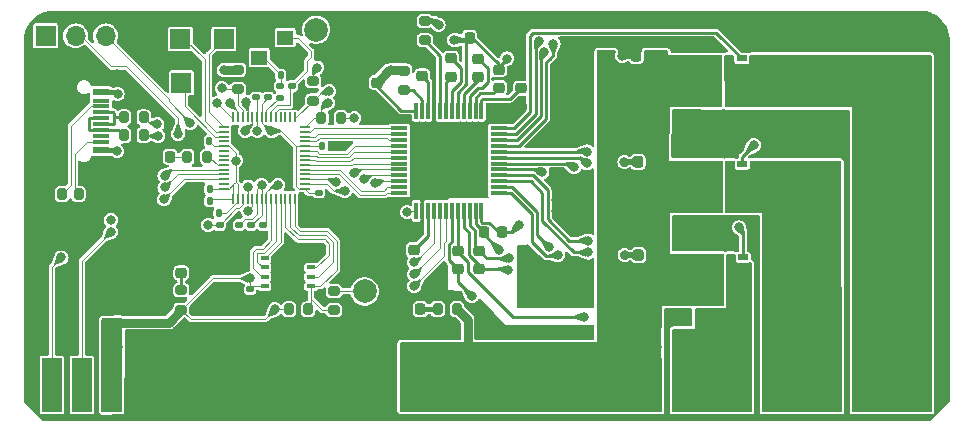
<source format=gbr>
%TF.GenerationSoftware,KiCad,Pcbnew,7.99.0-3012-g423a5b9961*%
%TF.CreationDate,2023-11-25T09:20:11+08:00*%
%TF.ProjectId,drvesc,64727665-7363-42e6-9b69-6361645f7063,V1.0*%
%TF.SameCoordinates,Original*%
%TF.FileFunction,Copper,L1,Top*%
%TF.FilePolarity,Positive*%
%FSLAX46Y46*%
G04 Gerber Fmt 4.6, Leading zero omitted, Abs format (unit mm)*
G04 Created by KiCad (PCBNEW 7.99.0-3012-g423a5b9961) date 2023-11-25 09:20:11*
%MOMM*%
%LPD*%
G01*
G04 APERTURE LIST*
G04 Aperture macros list*
%AMRoundRect*
0 Rectangle with rounded corners*
0 $1 Rounding radius*
0 $2 $3 $4 $5 $6 $7 $8 $9 X,Y pos of 4 corners*
0 Add a 4 corners polygon primitive as box body*
4,1,4,$2,$3,$4,$5,$6,$7,$8,$9,$2,$3,0*
0 Add four circle primitives for the rounded corners*
1,1,$1+$1,$2,$3*
1,1,$1+$1,$4,$5*
1,1,$1+$1,$6,$7*
1,1,$1+$1,$8,$9*
0 Add four rect primitives between the rounded corners*
20,1,$1+$1,$2,$3,$4,$5,0*
20,1,$1+$1,$4,$5,$6,$7,0*
20,1,$1+$1,$6,$7,$8,$9,0*
20,1,$1+$1,$8,$9,$2,$3,0*%
G04 Aperture macros list end*
%TA.AperFunction,SMDPad,CuDef*%
%ADD10RoundRect,0.200000X-0.275000X0.200000X-0.275000X-0.200000X0.275000X-0.200000X0.275000X0.200000X0*%
%TD*%
%TA.AperFunction,SMDPad,CuDef*%
%ADD11RoundRect,0.200000X0.200000X0.275000X-0.200000X0.275000X-0.200000X-0.275000X0.200000X-0.275000X0*%
%TD*%
%TA.AperFunction,SMDPad,CuDef*%
%ADD12RoundRect,0.200000X-0.200000X-0.275000X0.200000X-0.275000X0.200000X0.275000X-0.200000X0.275000X0*%
%TD*%
%TA.AperFunction,SMDPad,CuDef*%
%ADD13RoundRect,0.225000X0.250000X-0.225000X0.250000X0.225000X-0.250000X0.225000X-0.250000X-0.225000X0*%
%TD*%
%TA.AperFunction,SMDPad,CuDef*%
%ADD14R,0.850000X0.500000*%
%TD*%
%TA.AperFunction,SMDPad,CuDef*%
%ADD15R,4.550000X4.410000*%
%TD*%
%TA.AperFunction,SMDPad,CuDef*%
%ADD16R,1.450000X0.600000*%
%TD*%
%TA.AperFunction,SMDPad,CuDef*%
%ADD17R,1.450000X0.300000*%
%TD*%
%TA.AperFunction,ComponentPad*%
%ADD18O,2.100000X1.000000*%
%TD*%
%TA.AperFunction,ComponentPad*%
%ADD19O,1.600000X1.000000*%
%TD*%
%TA.AperFunction,SMDPad,CuDef*%
%ADD20RoundRect,0.140000X0.140000X0.170000X-0.140000X0.170000X-0.140000X-0.170000X0.140000X-0.170000X0*%
%TD*%
%TA.AperFunction,ComponentPad*%
%ADD21R,1.700000X1.700000*%
%TD*%
%TA.AperFunction,SMDPad,CuDef*%
%ADD22RoundRect,0.140000X-0.170000X0.140000X-0.170000X-0.140000X0.170000X-0.140000X0.170000X0.140000X0*%
%TD*%
%TA.AperFunction,ComponentPad*%
%ADD23O,1.700000X1.700000*%
%TD*%
%TA.AperFunction,SMDPad,CuDef*%
%ADD24RoundRect,0.225000X0.225000X0.250000X-0.225000X0.250000X-0.225000X-0.250000X0.225000X-0.250000X0*%
%TD*%
%TA.AperFunction,SMDPad,CuDef*%
%ADD25RoundRect,0.200000X0.275000X-0.200000X0.275000X0.200000X-0.275000X0.200000X-0.275000X-0.200000X0*%
%TD*%
%TA.AperFunction,SMDPad,CuDef*%
%ADD26RoundRect,0.218750X-0.218750X-0.256250X0.218750X-0.256250X0.218750X0.256250X-0.218750X0.256250X0*%
%TD*%
%TA.AperFunction,ComponentPad*%
%ADD27C,2.000000*%
%TD*%
%TA.AperFunction,SMDPad,CuDef*%
%ADD28RoundRect,0.225000X-0.250000X0.225000X-0.250000X-0.225000X0.250000X-0.225000X0.250000X0.225000X0*%
%TD*%
%TA.AperFunction,SMDPad,CuDef*%
%ADD29R,1.475000X0.300000*%
%TD*%
%TA.AperFunction,SMDPad,CuDef*%
%ADD30R,0.300000X1.475000*%
%TD*%
%TA.AperFunction,SMDPad,CuDef*%
%ADD31R,5.170000X5.170000*%
%TD*%
%TA.AperFunction,SMDPad,CuDef*%
%ADD32RoundRect,0.140000X0.170000X-0.140000X0.170000X0.140000X-0.170000X0.140000X-0.170000X-0.140000X0*%
%TD*%
%TA.AperFunction,SMDPad,CuDef*%
%ADD33RoundRect,0.225000X-0.225000X-0.250000X0.225000X-0.250000X0.225000X0.250000X-0.225000X0.250000X0*%
%TD*%
%TA.AperFunction,SMDPad,CuDef*%
%ADD34RoundRect,0.218750X-0.256250X0.218750X-0.256250X-0.218750X0.256250X-0.218750X0.256250X0.218750X0*%
%TD*%
%TA.AperFunction,SMDPad,CuDef*%
%ADD35RoundRect,0.135000X-0.185000X0.135000X-0.185000X-0.135000X0.185000X-0.135000X0.185000X0.135000X0*%
%TD*%
%TA.AperFunction,SMDPad,CuDef*%
%ADD36R,1.400000X1.200000*%
%TD*%
%TA.AperFunction,SMDPad,CuDef*%
%ADD37R,0.762000X0.304800*%
%TD*%
%TA.AperFunction,SMDPad,CuDef*%
%ADD38R,2.387600X3.098800*%
%TD*%
%TA.AperFunction,SMDPad,CuDef*%
%ADD39RoundRect,0.050000X0.387500X0.050000X-0.387500X0.050000X-0.387500X-0.050000X0.387500X-0.050000X0*%
%TD*%
%TA.AperFunction,SMDPad,CuDef*%
%ADD40RoundRect,0.050000X0.050000X0.387500X-0.050000X0.387500X-0.050000X-0.387500X0.050000X-0.387500X0*%
%TD*%
%TA.AperFunction,SMDPad,CuDef*%
%ADD41R,3.200000X3.200000*%
%TD*%
%TA.AperFunction,SMDPad,CuDef*%
%ADD42R,1.651000X4.572000*%
%TD*%
%TA.AperFunction,ViaPad*%
%ADD43C,0.800000*%
%TD*%
%TA.AperFunction,Conductor*%
%ADD44C,0.250000*%
%TD*%
%TA.AperFunction,Conductor*%
%ADD45C,0.254000*%
%TD*%
%TA.AperFunction,Conductor*%
%ADD46C,0.125000*%
%TD*%
%TA.AperFunction,Conductor*%
%ADD47C,0.406400*%
%TD*%
%TA.AperFunction,Conductor*%
%ADD48C,0.762000*%
%TD*%
%TA.AperFunction,Conductor*%
%ADD49C,0.200000*%
%TD*%
G04 APERTURE END LIST*
D10*
%TO.P,R1,1*%
%TO.N,/PVDD*%
X132003800Y-97866200D03*
%TO.P,R1,2*%
%TO.N,Net-(U1-VDRAIN)*%
X132003800Y-99516200D03*
%TD*%
D11*
%TO.P,R9,1*%
%TO.N,Net-(J2-CC1)*%
X101295200Y-112522000D03*
%TO.P,R9,2*%
%TO.N,GND*%
X99645200Y-112522000D03*
%TD*%
D12*
%TO.P,R17,1*%
%TO.N,/RP2040/USB_N*%
X106554000Y-106045000D03*
%TO.P,R17,2*%
%TO.N,Net-(U3-USB_DM)*%
X108204000Y-106045000D03*
%TD*%
D13*
%TO.P,C14,1*%
%TO.N,Net-(U1-AVDD)*%
X131087023Y-117269398D03*
%TO.P,C14,2*%
%TO.N,GND*%
X131087023Y-115719398D03*
%TD*%
D14*
%TO.P,Q1,1,S*%
%TO.N,/SH_A*%
X158850723Y-104866302D03*
%TO.P,Q1,2,S*%
X158850723Y-103596302D03*
%TO.P,Q1,3,S*%
X158850723Y-102326302D03*
%TO.P,Q1,4,G*%
%TO.N,/GH_A*%
X158850723Y-101056302D03*
D15*
%TO.P,Q1,5,D*%
%TO.N,/PVDD*%
X154900723Y-102961302D03*
%TD*%
D16*
%TO.P,J2,A1,GND*%
%TO.N,GND*%
X104610400Y-103123200D03*
%TO.P,J2,A4,VBUS*%
%TO.N,/RP2040/VBUS*%
X104610400Y-103923200D03*
D17*
%TO.P,J2,A5,CC1*%
%TO.N,Net-(J2-CC1)*%
X104610400Y-105123200D03*
%TO.P,J2,A6,D+*%
%TO.N,/RP2040/USB_P*%
X104610400Y-106123200D03*
%TO.P,J2,A7,D-*%
%TO.N,/RP2040/USB_N*%
X104610400Y-106623200D03*
%TO.P,J2,A8,SBU1*%
%TO.N,unconnected-(J2-SBU1-PadA8)*%
X104610400Y-107623200D03*
D16*
%TO.P,J2,A9,VBUS*%
%TO.N,/RP2040/VBUS*%
X104610400Y-108823200D03*
%TO.P,J2,A12,GND*%
%TO.N,GND*%
X104610400Y-109623200D03*
%TO.P,J2,B1,GND*%
X104610400Y-109623200D03*
%TO.P,J2,B4,VBUS*%
%TO.N,/RP2040/VBUS*%
X104610400Y-108823200D03*
D17*
%TO.P,J2,B5,CC2*%
%TO.N,Net-(J2-CC2)*%
X104610400Y-108123200D03*
%TO.P,J2,B6,D+*%
%TO.N,/RP2040/USB_P*%
X104610400Y-107123200D03*
%TO.P,J2,B7,D-*%
%TO.N,/RP2040/USB_N*%
X104610400Y-105623200D03*
%TO.P,J2,B8,SBU2*%
%TO.N,unconnected-(J2-SBU2-PadB8)*%
X104610400Y-104623200D03*
D16*
%TO.P,J2,B9,VBUS*%
%TO.N,/RP2040/VBUS*%
X104610400Y-103923200D03*
%TO.P,J2,B12,GND*%
%TO.N,GND*%
X104610400Y-103123200D03*
D18*
%TO.P,J2,S1,SHIELD*%
X103695400Y-102053200D03*
D19*
X99515400Y-102053200D03*
D18*
X103695400Y-110693200D03*
D19*
X99515400Y-110693200D03*
%TD*%
D20*
%TO.P,C20,1*%
%TO.N,GND*%
X124261300Y-108455598D03*
%TO.P,C20,2*%
%TO.N,/+3V3*%
X123301300Y-108455598D03*
%TD*%
D21*
%TO.P,TP2,1,1*%
%TO.N,/UART1_RX*%
X111317000Y-99415600D03*
%TD*%
D22*
%TO.P,C17,1*%
%TO.N,/+3V3*%
X117226500Y-120614698D03*
%TO.P,C17,2*%
%TO.N,GND*%
X117226500Y-121574698D03*
%TD*%
D21*
%TO.P,J3,1,Pin_1*%
%TO.N,/+3V3*%
X99900000Y-99136200D03*
D23*
%TO.P,J3,2,Pin_2*%
%TO.N,/RP2040/SWLK*%
X102440000Y-99136200D03*
%TO.P,J3,3,Pin_3*%
%TO.N,/RP2040/SWD*%
X104980000Y-99136200D03*
%TO.P,J3,4,Pin_4*%
%TO.N,GND*%
X107520000Y-99136200D03*
%TD*%
D24*
%TO.P,C10,1*%
%TO.N,/PVDD*%
X151638600Y-117703600D03*
%TO.P,C10,2*%
%TO.N,GND*%
X150088600Y-117703600D03*
%TD*%
D25*
%TO.P,R13,1*%
%TO.N,/PWRGD*%
X122560500Y-104619198D03*
%TO.P,R13,2*%
%TO.N,/+3V3*%
X122560500Y-102969198D03*
%TD*%
D20*
%TO.P,C19,1*%
%TO.N,Net-(C19-Pad1)*%
X119812100Y-102448555D03*
%TO.P,C19,2*%
%TO.N,GND*%
X118852100Y-102448555D03*
%TD*%
D26*
%TO.P,D3,1,K*%
%TO.N,GND*%
X108869700Y-109369998D03*
%TO.P,D3,2,A*%
%TO.N,Net-(D3-A)*%
X110444700Y-109369998D03*
%TD*%
D20*
%TO.P,C16,1*%
%TO.N,/+3V3*%
X114600199Y-114145198D03*
%TO.P,C16,2*%
%TO.N,GND*%
X113640199Y-114145198D03*
%TD*%
D27*
%TO.P,SW2,1,1*%
%TO.N,/RP2040/USB_BOOT*%
X126923800Y-120774600D03*
%TO.P,SW2,2,2*%
%TO.N,GND*%
X126923800Y-114274600D03*
%TD*%
D13*
%TO.P,C1,1*%
%TO.N,Net-(U1-DVDD)*%
X131800600Y-102552800D03*
%TO.P,C1,2*%
%TO.N,GND*%
X131800600Y-101002800D03*
%TD*%
D24*
%TO.P,C9,1*%
%TO.N,/PVDD*%
X151607576Y-109809004D03*
%TO.P,C9,2*%
%TO.N,GND*%
X150057576Y-109809004D03*
%TD*%
D28*
%TO.P,C6,1*%
%TO.N,Net-(U1-CP1L)*%
X134262023Y-101038798D03*
%TO.P,C6,2*%
%TO.N,Net-(U1-CP1H)*%
X134262023Y-102588798D03*
%TD*%
D10*
%TO.P,R18,1*%
%TO.N,/+3V3*%
X130225800Y-102083600D03*
%TO.P,R18,2*%
%TO.N,/WAKE*%
X130225800Y-103733600D03*
%TD*%
D29*
%TO.P,U1,1,EN_GATE*%
%TO.N,/EN_GATE*%
X129817023Y-106954198D03*
%TO.P,U1,2,INHA*%
%TO.N,/INHA*%
X129817023Y-107454198D03*
%TO.P,U1,3,INLA*%
%TO.N,/INLA*%
X129817023Y-107954198D03*
%TO.P,U1,4,INHB*%
%TO.N,/INHB*%
X129817023Y-108454198D03*
%TO.P,U1,5,INLB*%
%TO.N,/INLB*%
X129817023Y-108954198D03*
%TO.P,U1,6,INHC*%
%TO.N,/INHC*%
X129817023Y-109454198D03*
%TO.P,U1,7,INLC*%
%TO.N,/INLC*%
X129817023Y-109954198D03*
%TO.P,U1,8,NFAULT*%
%TO.N,/NFAULT*%
X129817023Y-110454198D03*
%TO.P,U1,9,NSCS*%
%TO.N,/NSCS*%
X129817023Y-110954198D03*
%TO.P,U1,10,SDI*%
%TO.N,/SDI*%
X129817023Y-111454198D03*
%TO.P,U1,11,SDO*%
%TO.N,/SDO*%
X129817023Y-111954198D03*
%TO.P,U1,12,SCLK*%
%TO.N,/SCLK*%
X129817023Y-112454198D03*
D30*
%TO.P,U1,13,PWRGD*%
%TO.N,/PWRGD*%
X131305023Y-113942198D03*
%TO.P,U1,14,GND_1*%
%TO.N,GND*%
X131805023Y-113942198D03*
%TO.P,U1,15,AVDD*%
%TO.N,Net-(U1-AVDD)*%
X132305023Y-113942198D03*
%TO.P,U1,16,SO1*%
%TO.N,/SO1*%
X132805023Y-113942198D03*
%TO.P,U1,17,SO2*%
%TO.N,/SO2*%
X133305023Y-113942198D03*
%TO.P,U1,18,SO3*%
%TO.N,/SO3*%
X133805023Y-113942198D03*
%TO.P,U1,19,SN3*%
%TO.N,/SL_C*%
X134305023Y-113942198D03*
%TO.P,U1,20,SP3*%
%TO.N,GND*%
X134805023Y-113942198D03*
%TO.P,U1,21,SN2*%
%TO.N,/SL_B*%
X135305023Y-113942198D03*
%TO.P,U1,22,SP2*%
%TO.N,GND*%
X135805023Y-113942198D03*
%TO.P,U1,23,SN1*%
%TO.N,/SL_A*%
X136305023Y-113942198D03*
%TO.P,U1,24,SP1*%
%TO.N,GND*%
X136805023Y-113942198D03*
D29*
%TO.P,U1,25,GLC*%
%TO.N,/GL_C*%
X138293023Y-112454198D03*
%TO.P,U1,26,SLC*%
%TO.N,/SL_C*%
X138293023Y-111954198D03*
%TO.P,U1,27,SHC*%
%TO.N,/SH_C*%
X138293023Y-111454198D03*
%TO.P,U1,28,GHC*%
%TO.N,/GH_C*%
X138293023Y-110954198D03*
%TO.P,U1,29,GHB*%
%TO.N,/GH_B*%
X138293023Y-110454198D03*
%TO.P,U1,30,SHB*%
%TO.N,/SH_B*%
X138293023Y-109954198D03*
%TO.P,U1,31,SLB*%
%TO.N,/SL_B*%
X138293023Y-109454198D03*
%TO.P,U1,32,GLB*%
%TO.N,/GL_B*%
X138293023Y-108954198D03*
%TO.P,U1,33,GLA*%
%TO.N,/GL_A*%
X138293023Y-108454198D03*
%TO.P,U1,34,SLA*%
%TO.N,/SL_A*%
X138293023Y-107954198D03*
%TO.P,U1,35,SHA*%
%TO.N,/SH_A*%
X138293023Y-107454198D03*
%TO.P,U1,36,GHA*%
%TO.N,/GH_A*%
X138293023Y-106954198D03*
D30*
%TO.P,U1,37,VCP_LSD*%
%TO.N,Net-(U1-VCP_LSD)*%
X136805023Y-105466198D03*
%TO.P,U1,38,VCPH*%
%TO.N,Net-(U1-VCPH)*%
X136305023Y-105466198D03*
%TO.P,U1,39,CP2H*%
%TO.N,Net-(U1-CP2H)*%
X135805023Y-105466198D03*
%TO.P,U1,40,CP2L*%
%TO.N,Net-(U1-CP2L)*%
X135305023Y-105466198D03*
%TO.P,U1,41,PVDD*%
%TO.N,/PVDD*%
X134805023Y-105466198D03*
%TO.P,U1,42,CP1L*%
%TO.N,Net-(U1-CP1L)*%
X134305023Y-105466198D03*
%TO.P,U1,43,CP1H*%
%TO.N,Net-(U1-CP1H)*%
X133805023Y-105466198D03*
%TO.P,U1,44,VDRAIN*%
%TO.N,Net-(U1-VDRAIN)*%
X133305023Y-105466198D03*
%TO.P,U1,45,GND_2*%
%TO.N,GND*%
X132805023Y-105466198D03*
%TO.P,U1,46,DVDD*%
%TO.N,Net-(U1-DVDD)*%
X132305023Y-105466198D03*
%TO.P,U1,47,WAKE*%
%TO.N,/WAKE*%
X131805023Y-105466198D03*
%TO.P,U1,48,VREG*%
%TO.N,/+3V3*%
X131305023Y-105466198D03*
D31*
%TO.P,U1,49,GND_3*%
%TO.N,GND*%
X134055023Y-109704198D03*
%TD*%
D11*
%TO.P,R12,1*%
%TO.N,/+3V3*%
X124908500Y-106093398D03*
%TO.P,R12,2*%
%TO.N,/NFAULT*%
X123258500Y-106093398D03*
%TD*%
D20*
%TO.P,C25,1*%
%TO.N,/+3V3*%
X113794900Y-112138598D03*
%TO.P,C25,2*%
%TO.N,GND*%
X112834900Y-112138598D03*
%TD*%
D32*
%TO.P,C24,1*%
%TO.N,/+3V3*%
X118750500Y-104363598D03*
%TO.P,C24,2*%
%TO.N,GND*%
X118750500Y-103403598D03*
%TD*%
D12*
%TO.P,R7,1*%
%TO.N,/+3V3*%
X120497600Y-122301000D03*
%TO.P,R7,2*%
%TO.N,/RP2040/QSPI_CS*%
X122147600Y-122301000D03*
%TD*%
D25*
%TO.P,R2,1*%
%TO.N,/+3V3*%
X111404400Y-122326400D03*
%TO.P,R2,2*%
%TO.N,Net-(D1-A)*%
X111404400Y-120676400D03*
%TD*%
D26*
%TO.P,D2,1,K*%
%TO.N,GND*%
X130060200Y-122283400D03*
%TO.P,D2,2,A*%
%TO.N,Net-(D2-A)*%
X131635200Y-122283400D03*
%TD*%
D28*
%TO.P,C5,1*%
%TO.N,/PVDD*%
X138275223Y-102003998D03*
%TO.P,C5,2*%
%TO.N,Net-(U1-VCPH)*%
X138275223Y-103553998D03*
%TD*%
%TO.P,C4,1*%
%TO.N,Net-(U1-CP2H)*%
X136522623Y-101063598D03*
%TO.P,C4,2*%
%TO.N,Net-(U1-CP2L)*%
X136522623Y-102613598D03*
%TD*%
D33*
%TO.P,C11,1*%
%TO.N,/SL_A*%
X137017623Y-115770798D03*
%TO.P,C11,2*%
%TO.N,GND*%
X138567623Y-115770798D03*
%TD*%
D11*
%TO.P,R10,1*%
%TO.N,GND*%
X104344200Y-112522000D03*
%TO.P,R10,2*%
%TO.N,Net-(J2-CC2)*%
X102694200Y-112522000D03*
%TD*%
D14*
%TO.P,Q2,1,S*%
%TO.N,/SH_B*%
X158902400Y-113819802D03*
%TO.P,Q2,2,S*%
X158902400Y-112549802D03*
%TO.P,Q2,3,S*%
X158902400Y-111279802D03*
%TO.P,Q2,4,G*%
%TO.N,/GH_B*%
X158902400Y-110009802D03*
D15*
%TO.P,Q2,5,D*%
%TO.N,/PVDD*%
X154952400Y-111914802D03*
%TD*%
D27*
%TO.P,SW1,1,1*%
%TO.N,/RP2040/RUN*%
X122809000Y-98628200D03*
%TO.P,SW1,2,2*%
%TO.N,GND*%
X129309000Y-98628200D03*
%TD*%
D10*
%TO.P,R11,1*%
%TO.N,/+3V3*%
X116175901Y-102004998D03*
%TO.P,R11,2*%
%TO.N,/RP2040/RUN*%
X116175901Y-103654998D03*
%TD*%
D24*
%TO.P,C8,1*%
%TO.N,/PVDD*%
X151460800Y-100840402D03*
%TO.P,C8,2*%
%TO.N,GND*%
X149910800Y-100840402D03*
%TD*%
D22*
%TO.P,C22,1*%
%TO.N,/RP2040/+1.1V*%
X118344100Y-115166398D03*
%TO.P,C22,2*%
%TO.N,GND*%
X118344100Y-116126398D03*
%TD*%
D32*
%TO.P,C29,1*%
%TO.N,GND*%
X123042100Y-113377998D03*
%TO.P,C29,2*%
%TO.N,/+3V3*%
X123042100Y-112417998D03*
%TD*%
D33*
%TO.P,C2,1*%
%TO.N,/PVDD*%
X135800800Y-99288600D03*
%TO.P,C2,2*%
%TO.N,GND*%
X137350800Y-99288600D03*
%TD*%
D34*
%TO.P,D1,1,K*%
%TO.N,GND*%
X111395800Y-117639600D03*
%TO.P,D1,2,A*%
%TO.N,Net-(D1-A)*%
X111395800Y-119214600D03*
%TD*%
D21*
%TO.P,TP3,1,1*%
%TO.N,/UART1_TX*%
X111400000Y-103124000D03*
%TD*%
D13*
%TO.P,C13,1*%
%TO.N,/SL_C*%
X134820823Y-118882598D03*
%TO.P,C13,2*%
%TO.N,GND*%
X134820823Y-117332598D03*
%TD*%
D11*
%TO.P,R3,1*%
%TO.N,/PVDD*%
X134747000Y-122275600D03*
%TO.P,R3,2*%
%TO.N,Net-(D2-A)*%
X133097000Y-122275600D03*
%TD*%
D12*
%TO.P,R16,1*%
%TO.N,/RP2040/USB_P*%
X106554000Y-107569000D03*
%TO.P,R16,2*%
%TO.N,Net-(U3-USB_DP)*%
X108204000Y-107569000D03*
%TD*%
D32*
%TO.P,C23,1*%
%TO.N,GND*%
X116312100Y-116121198D03*
%TO.P,C23,2*%
%TO.N,/+3V3*%
X116312100Y-115161198D03*
%TD*%
D20*
%TO.P,C26,1*%
%TO.N,/+3V3*%
X113766900Y-108074598D03*
%TO.P,C26,2*%
%TO.N,GND*%
X112806900Y-108074598D03*
%TD*%
D21*
%TO.P,TP1,1,1*%
%TO.N,/ESC_PWM*%
X115000000Y-99415600D03*
%TD*%
D20*
%TO.P,C28,1*%
%TO.N,/+3V3*%
X113792300Y-113129198D03*
%TO.P,C28,2*%
%TO.N,GND*%
X112832300Y-113129198D03*
%TD*%
D11*
%TO.P,R15,1*%
%TO.N,/RP2040/LED*%
X113555700Y-109369998D03*
%TO.P,R15,2*%
%TO.N,Net-(D3-A)*%
X111905700Y-109369998D03*
%TD*%
D13*
%TO.P,C12,1*%
%TO.N,/SL_B*%
X136624223Y-118870198D03*
%TO.P,C12,2*%
%TO.N,GND*%
X136624223Y-117320198D03*
%TD*%
D22*
%TO.P,C18,1*%
%TO.N,GND*%
X120757100Y-102423155D03*
%TO.P,C18,2*%
%TO.N,Net-(U3-XIN)*%
X120757100Y-103383155D03*
%TD*%
D35*
%TO.P,R14,1*%
%TO.N,Net-(C19-Pad1)*%
X119766500Y-103404555D03*
%TO.P,R14,2*%
%TO.N,Net-(U3-XOUT)*%
X119766500Y-104424555D03*
%TD*%
D14*
%TO.P,Q3,1,S*%
%TO.N,/SH_C*%
X158976624Y-121712000D03*
%TO.P,Q3,2,S*%
X158976624Y-120442000D03*
%TO.P,Q3,3,S*%
X158976624Y-119172000D03*
%TO.P,Q3,4,G*%
%TO.N,/GH_C*%
X158976624Y-117902000D03*
D15*
%TO.P,Q3,5,D*%
%TO.N,/PVDD*%
X155026624Y-119807000D03*
%TD*%
D10*
%TO.P,R8,1*%
%TO.N,/RP2040/USB_BOOT*%
X124333000Y-120726200D03*
%TO.P,R8,2*%
%TO.N,/RP2040/QSPI_CS*%
X124333000Y-122376200D03*
%TD*%
D22*
%TO.P,C27,1*%
%TO.N,/+3V3*%
X117328100Y-115166398D03*
%TO.P,C27,2*%
%TO.N,GND*%
X117328100Y-116126398D03*
%TD*%
D28*
%TO.P,C3,1*%
%TO.N,/+3V3*%
X127965200Y-103098000D03*
%TO.P,C3,2*%
%TO.N,GND*%
X127965200Y-104648000D03*
%TD*%
%TO.P,C7,1*%
%TO.N,Net-(U1-VCP_LSD)*%
X140129423Y-103578198D03*
%TO.P,C7,2*%
%TO.N,GND*%
X140129423Y-105128198D03*
%TD*%
D36*
%TO.P,Y1,1,1*%
%TO.N,Net-(U3-XIN)*%
X120200000Y-99300000D03*
%TO.P,Y1,2,2*%
%TO.N,GND*%
X118000000Y-99300000D03*
%TO.P,Y1,3,3*%
%TO.N,Net-(C19-Pad1)*%
X118000000Y-101000000D03*
%TO.P,Y1,4,4*%
%TO.N,GND*%
X120200000Y-101000000D03*
%TD*%
D22*
%TO.P,C15,1*%
%TO.N,/RP2040/+1.1V*%
X114628199Y-115161198D03*
%TO.P,C15,2*%
%TO.N,GND*%
X114628199Y-116121198D03*
%TD*%
D37*
%TO.P,U2,1,/CS*%
%TO.N,/RP2040/QSPI_CS*%
X122382700Y-120355498D03*
%TO.P,U2,2,DO_(IO1)*%
%TO.N,/RP2040/QSPI_SD1*%
X122382700Y-119555398D03*
%TO.P,U2,3,IO2*%
%TO.N,/RP2040/QSPI_SD2*%
X122382700Y-118755298D03*
%TO.P,U2,4,GND*%
%TO.N,GND*%
X122382700Y-117955198D03*
D38*
X120414200Y-119155348D03*
D37*
%TO.P,U2,5,DI_(IO0)*%
%TO.N,/RP2040/QSPI_SD0*%
X118445700Y-117955198D03*
%TO.P,U2,6,CLK*%
%TO.N,/RP2040/QSPI_SCLK*%
X118445700Y-118755298D03*
%TO.P,U2,7,IO3*%
%TO.N,/RP2040/QSPI_SD3*%
X118445700Y-119555398D03*
%TO.P,U2,8,VCC*%
%TO.N,/+3V3*%
X118445700Y-120355498D03*
%TD*%
D32*
%TO.P,C21,1*%
%TO.N,/RP2040/+1.1V*%
X117734500Y-104360998D03*
%TO.P,C21,2*%
%TO.N,GND*%
X117734500Y-103400998D03*
%TD*%
D39*
%TO.P,U3,1,IOVDD*%
%TO.N,/+3V3*%
X121841600Y-112080098D03*
%TO.P,U3,2,GPIO0*%
%TO.N,/SDI*%
X121841600Y-111680098D03*
%TO.P,U3,3,GPIO1*%
%TO.N,/NSCS*%
X121841600Y-111280098D03*
%TO.P,U3,4,GPIO2*%
%TO.N,/SCLK*%
X121841600Y-110880098D03*
%TO.P,U3,5,GPIO3*%
%TO.N,/SDO*%
X121841600Y-110480098D03*
%TO.P,U3,6,GPIO4*%
%TO.N,/INLC*%
X121841600Y-110080098D03*
%TO.P,U3,7,GPIO5*%
%TO.N,/INHC*%
X121841600Y-109680098D03*
%TO.P,U3,8,GPIO6*%
%TO.N,/INLB*%
X121841600Y-109280098D03*
%TO.P,U3,9,GPIO7*%
%TO.N,/INHB*%
X121841600Y-108880098D03*
%TO.P,U3,10,IOVDD*%
%TO.N,/+3V3*%
X121841600Y-108480098D03*
%TO.P,U3,11,GPIO8*%
%TO.N,/INLA*%
X121841600Y-108080098D03*
%TO.P,U3,12,GPIO9*%
%TO.N,/INHA*%
X121841600Y-107680098D03*
%TO.P,U3,13,GPIO10*%
%TO.N,/EN_GATE*%
X121841600Y-107280098D03*
%TO.P,U3,14,GPIO11*%
%TO.N,/NFAULT*%
X121841600Y-106880098D03*
D40*
%TO.P,U3,15,GPIO12*%
%TO.N,/PWRGD*%
X121004100Y-106042598D03*
%TO.P,U3,16,GPIO13*%
%TO.N,unconnected-(U3-GPIO13-Pad16)*%
X120604100Y-106042598D03*
%TO.P,U3,17,GPIO14*%
%TO.N,unconnected-(U3-GPIO14-Pad17)*%
X120204100Y-106042598D03*
%TO.P,U3,18,GPIO15*%
%TO.N,unconnected-(U3-GPIO15-Pad18)*%
X119804100Y-106042598D03*
%TO.P,U3,19,TESTEN*%
%TO.N,GND*%
X119404100Y-106042598D03*
%TO.P,U3,20,XIN*%
%TO.N,Net-(U3-XIN)*%
X119004100Y-106042598D03*
%TO.P,U3,21,XOUT*%
%TO.N,Net-(U3-XOUT)*%
X118604100Y-106042598D03*
%TO.P,U3,22,IOVDD*%
%TO.N,/+3V3*%
X118204100Y-106042598D03*
%TO.P,U3,23,DVDD*%
%TO.N,/RP2040/+1.1V*%
X117804100Y-106042598D03*
%TO.P,U3,24,SWCLK*%
%TO.N,/RP2040/SWLK*%
X117404100Y-106042598D03*
%TO.P,U3,25,SWD*%
%TO.N,/RP2040/SWD*%
X117004100Y-106042598D03*
%TO.P,U3,26,RUN*%
%TO.N,/RP2040/RUN*%
X116604100Y-106042598D03*
%TO.P,U3,27,GPIO16*%
%TO.N,/BOARD_TX*%
X116204100Y-106042598D03*
%TO.P,U3,28,GPIO17*%
%TO.N,/BOARD_RX*%
X115804100Y-106042598D03*
D39*
%TO.P,U3,29,GPIO18*%
%TO.N,/ESC_PWM*%
X114966600Y-106880098D03*
%TO.P,U3,30,GPIO19*%
%TO.N,/UART1_RX*%
X114966600Y-107280098D03*
%TO.P,U3,31,GPIO20*%
%TO.N,/UART1_TX*%
X114966600Y-107680098D03*
%TO.P,U3,32,GPIO21*%
%TO.N,unconnected-(U3-GPIO21-Pad32)*%
X114966600Y-108080098D03*
%TO.P,U3,33,IOVDD*%
%TO.N,/+3V3*%
X114966600Y-108480098D03*
%TO.P,U3,34,GPIO22*%
%TO.N,unconnected-(U3-GPIO22-Pad34)*%
X114966600Y-108880098D03*
%TO.P,U3,35,GPIO23*%
%TO.N,unconnected-(U3-GPIO23-Pad35)*%
X114966600Y-109280098D03*
%TO.P,U3,36,GPIO24*%
%TO.N,unconnected-(U3-GPIO24-Pad36)*%
X114966600Y-109680098D03*
%TO.P,U3,37,GPIO25*%
%TO.N,/RP2040/LED*%
X114966600Y-110080098D03*
%TO.P,U3,38,GPIO26_ADC0*%
%TO.N,/SO1*%
X114966600Y-110480098D03*
%TO.P,U3,39,GPIO27_ADC1*%
%TO.N,/SO2*%
X114966600Y-110880098D03*
%TO.P,U3,40,GPIO28_ADC2*%
%TO.N,/SO3*%
X114966600Y-111280098D03*
%TO.P,U3,41,GPIO29_ADC3*%
%TO.N,/RP2040/ADC_SPARE*%
X114966600Y-111680098D03*
%TO.P,U3,42,IOVDD*%
%TO.N,/+3V3*%
X114966600Y-112080098D03*
D40*
%TO.P,U3,43,ADC_AVDD*%
X115804100Y-112917598D03*
%TO.P,U3,44,VREG_IN*%
X116204100Y-112917598D03*
%TO.P,U3,45,VREG_VOUT*%
%TO.N,/RP2040/+1.1V*%
X116604100Y-112917598D03*
%TO.P,U3,46,USB_DM*%
%TO.N,Net-(U3-USB_DM)*%
X117004100Y-112917598D03*
%TO.P,U3,47,USB_DP*%
%TO.N,Net-(U3-USB_DP)*%
X117404100Y-112917598D03*
%TO.P,U3,48,USB_VDD*%
%TO.N,/+3V3*%
X117804100Y-112917598D03*
%TO.P,U3,49,IOVDD*%
X118204100Y-112917598D03*
%TO.P,U3,50,DVDD*%
%TO.N,/RP2040/+1.1V*%
X118604100Y-112917598D03*
%TO.P,U3,51,QSPI_SD3*%
%TO.N,/RP2040/QSPI_SD3*%
X119004100Y-112917598D03*
%TO.P,U3,52,QSPI_SCLK*%
%TO.N,/RP2040/QSPI_SCLK*%
X119404100Y-112917598D03*
%TO.P,U3,53,QSPI_SD0*%
%TO.N,/RP2040/QSPI_SD0*%
X119804100Y-112917598D03*
%TO.P,U3,54,QSPI_SD2*%
%TO.N,/RP2040/QSPI_SD2*%
X120204100Y-112917598D03*
%TO.P,U3,55,QSPI_SD1*%
%TO.N,/RP2040/QSPI_SD1*%
X120604100Y-112917598D03*
%TO.P,U3,56,QSPI_SS*%
%TO.N,/RP2040/QSPI_CS*%
X121004100Y-112917598D03*
D41*
%TO.P,U3,57,GND*%
%TO.N,GND*%
X118404100Y-109480098D03*
%TD*%
D42*
%TO.P,J1,1,1*%
%TO.N,/SH_A*%
X174091600Y-128701800D03*
%TO.P,J1,3,3*%
X171551600Y-128701800D03*
%TO.P,J1,5,5*%
X169011600Y-128701800D03*
%TO.P,J1,7,7*%
%TO.N,/SH_B*%
X166471600Y-128701800D03*
%TO.P,J1,9,9*%
X163931600Y-128701800D03*
%TO.P,J1,11,11*%
X161391600Y-128701800D03*
%TO.P,J1,13,13*%
%TO.N,/SH_C*%
X158851600Y-128701800D03*
%TO.P,J1,15,15*%
X156311600Y-128701800D03*
%TO.P,J1,17,17*%
X153771600Y-128701800D03*
%TO.P,J1,19,19*%
%TO.N,/PVDD*%
X151231600Y-128701800D03*
%TO.P,J1,21,21*%
X148691600Y-128701800D03*
%TO.P,J1,23,23*%
X146151600Y-128701800D03*
%TO.P,J1,25,25*%
X143611600Y-128701800D03*
%TO.P,J1,27,27*%
X141071600Y-128701800D03*
%TO.P,J1,29,29*%
X138531600Y-128701800D03*
%TO.P,J1,31,31*%
X135991600Y-128701800D03*
%TO.P,J1,33,33*%
X133451600Y-128701800D03*
%TO.P,J1,35,35*%
X130911600Y-128701800D03*
%TO.P,J1,37,37*%
%TO.N,GND*%
X128371600Y-128701800D03*
%TO.P,J1,39,39*%
X125831600Y-128701800D03*
%TO.P,J1,41,41*%
X123291600Y-128701800D03*
%TO.P,J1,43,43*%
X120751600Y-128701800D03*
%TO.P,J1,45,45*%
X118211600Y-128701800D03*
%TO.P,J1,47,47*%
X115671600Y-128701800D03*
%TO.P,J1,49,49*%
X113131600Y-128701800D03*
%TO.P,J1,51,51*%
X110591600Y-128701800D03*
%TO.P,J1,53,53*%
X108051600Y-128701800D03*
%TO.P,J1,55,55*%
%TO.N,/+3V3*%
X105511600Y-128701800D03*
%TO.P,J1,57,57*%
%TO.N,/BOARD_TX*%
X102971600Y-128701800D03*
%TO.P,J1,59,59*%
%TO.N,/BOARD_TX_1*%
X100431600Y-128701800D03*
%TD*%
D43*
%TO.N,GND*%
X134776900Y-110512998D03*
X98933000Y-113817400D03*
X121400000Y-101700000D03*
X118000000Y-97700000D03*
X139069500Y-105686998D03*
X115798600Y-117602000D03*
X131881300Y-110512998D03*
X143142724Y-113969800D03*
X143142724Y-113055400D03*
X111761256Y-125428798D03*
X148914576Y-109834404D03*
X123115056Y-125454198D03*
X143244324Y-121753402D03*
X144082524Y-111252000D03*
X125934456Y-125454198D03*
X119614100Y-118005998D03*
X105944400Y-110312200D03*
X121700000Y-100700000D03*
X118365256Y-125428798D03*
X116816200Y-118300000D03*
X113640856Y-125428798D03*
X144184124Y-121753402D03*
X117218999Y-122478800D03*
X136250100Y-107515798D03*
X136275500Y-110512998D03*
X148933200Y-117703600D03*
X139103697Y-117972900D03*
X124994656Y-125454198D03*
X114147600Y-117525800D03*
X143142724Y-111252000D03*
X107875056Y-125428798D03*
X121214300Y-120291998D03*
X131855900Y-107515798D03*
X105919000Y-102412800D03*
X119588700Y-120317398D03*
X114580656Y-125428798D03*
X138506200Y-99161600D03*
X117201100Y-108277798D03*
X111370400Y-116471400D03*
X109881656Y-125428798D03*
X117963100Y-102486598D03*
X121392100Y-104848798D03*
X111892500Y-112189398D03*
X144018000Y-104015402D03*
X148717000Y-100840402D03*
X144082524Y-112141000D03*
X127814056Y-125454198D03*
X145516600Y-122948100D03*
X111917900Y-113129198D03*
X125150300Y-108455598D03*
X111892500Y-108074598D03*
X112701056Y-125428798D03*
X144082524Y-113055400D03*
X143078200Y-103101002D03*
X123042100Y-114297598D03*
X139951999Y-115189000D03*
X143244324Y-119924602D03*
X143244324Y-119035602D03*
X126874256Y-125454198D03*
X119588700Y-110665398D03*
X133252900Y-110512998D03*
X119305056Y-125428798D03*
X144184124Y-119924602D03*
X117425456Y-125428798D03*
X121214300Y-119174398D03*
X143078200Y-102212002D03*
X119614100Y-119174398D03*
X131855900Y-111884598D03*
X134751500Y-107515798D03*
X120244856Y-125428798D03*
X143244324Y-120839002D03*
X121184656Y-125428798D03*
X134751500Y-111884598D03*
X110821456Y-125428798D03*
X144018000Y-103101002D03*
X124054856Y-125454198D03*
X131881300Y-109090598D03*
X123190000Y-117322600D03*
X108800000Y-110900000D03*
X136250100Y-111884598D03*
X143142724Y-112141000D03*
X117201100Y-110665398D03*
X128728456Y-125454198D03*
X121214300Y-118005998D03*
X119588700Y-108277798D03*
X133227500Y-107515798D03*
X122099056Y-125428798D03*
X112748599Y-114145198D03*
X144018000Y-102212002D03*
X104394000Y-113766600D03*
X134776900Y-109090598D03*
X116485656Y-125428798D03*
X144018000Y-104929802D03*
X136275500Y-109090598D03*
X143078200Y-104929802D03*
X143078200Y-104015402D03*
X133227500Y-111884598D03*
X108814856Y-125428798D03*
X144184124Y-119035602D03*
X115495056Y-125428798D03*
X128828800Y-122250200D03*
X144184124Y-120839002D03*
X144082524Y-113969800D03*
X133252900Y-109090598D03*
%TO.N,/PVDD*%
X147929600Y-125501400D03*
X145034000Y-125476000D03*
X148971000Y-120370600D03*
X146989800Y-125501400D03*
X144119600Y-125476000D03*
X149987000Y-120370600D03*
X148971000Y-119430800D03*
X149987000Y-111683800D03*
X149987000Y-121310400D03*
X137515600Y-125476000D03*
X134696200Y-125476000D03*
X146050000Y-125501400D03*
X148971000Y-111683800D03*
X132816600Y-125476000D03*
X149961600Y-103555800D03*
X138430000Y-125476000D03*
X151663400Y-125501400D03*
X135636000Y-125476000D03*
X149961600Y-102616000D03*
X149809200Y-125501400D03*
X148971000Y-112623600D03*
X149987000Y-112623600D03*
X148945600Y-104495600D03*
X131749800Y-125476000D03*
X142240000Y-125476000D03*
X138986799Y-101066600D03*
X141300200Y-125476000D03*
X139420600Y-125476000D03*
X136575800Y-125476000D03*
X149961600Y-104495600D03*
X133172200Y-98196400D03*
X149987000Y-119430800D03*
X148869400Y-125501400D03*
X150749000Y-125501400D03*
X130810000Y-125476000D03*
X148971000Y-121310400D03*
X148945600Y-102616000D03*
X140360400Y-125476000D03*
X143179800Y-125476000D03*
X148971000Y-113563400D03*
X133756400Y-125476000D03*
X134493000Y-99491800D03*
X148945600Y-103555800D03*
X149987000Y-113563400D03*
%TO.N,/+3V3*%
X118184199Y-111757598D03*
X116003600Y-109699857D03*
X105003600Y-124434600D03*
X129159000Y-102057200D03*
X117193599Y-119684800D03*
X105029000Y-125450600D03*
X119329200Y-122301000D03*
X115000000Y-102031800D03*
X105003600Y-123418600D03*
X119004500Y-107210998D03*
X105994200Y-125450600D03*
X122890700Y-101826198D03*
X105968800Y-124434600D03*
X126039300Y-106093398D03*
X105994200Y-123418600D03*
%TO.N,/RP2040/+1.1V*%
X113662999Y-115161198D03*
X119581199Y-111757598D03*
X117836100Y-107210998D03*
%TO.N,/SH_A*%
X174396400Y-106476800D03*
X168757600Y-125552200D03*
X160197800Y-104648000D03*
X170637200Y-120827800D03*
X169722800Y-106476800D03*
X173482000Y-111099600D03*
X172466000Y-115798600D03*
X171526200Y-115798600D03*
X170662600Y-106476800D03*
X170586400Y-115798600D03*
X173405800Y-115798600D03*
X168656000Y-104622600D03*
X173482000Y-106476800D03*
X168656000Y-103530400D03*
X162991800Y-104648000D03*
X141657423Y-99588298D03*
X171577000Y-120827800D03*
X174396400Y-111099600D03*
X168757600Y-120827800D03*
X169722800Y-111099600D03*
X172542200Y-106476800D03*
X171577000Y-125552200D03*
X171602400Y-111099600D03*
X168783000Y-111099600D03*
X160197800Y-103555800D03*
X168783000Y-106476800D03*
X165760400Y-101346000D03*
X168706800Y-115798600D03*
X173456600Y-125552200D03*
X165760400Y-104622600D03*
X173456600Y-120827800D03*
X174320200Y-115798600D03*
X174371000Y-120827800D03*
X169697400Y-125552200D03*
X174371000Y-125552200D03*
X172516800Y-125552200D03*
X169646600Y-115798600D03*
X172516800Y-120827800D03*
X165760400Y-103530400D03*
X162991800Y-101371400D03*
X165760400Y-102438200D03*
X162991800Y-102463600D03*
X160197800Y-101371400D03*
X160197800Y-102463600D03*
X168656000Y-102438200D03*
X172542200Y-111099600D03*
X162991800Y-103555800D03*
X170662600Y-111099600D03*
X170637200Y-125552200D03*
X168656000Y-101346000D03*
X171602400Y-106476800D03*
X169697400Y-120827800D03*
%TO.N,/SH_B*%
X164896800Y-122174000D03*
X163017200Y-119075200D03*
X164896800Y-119075200D03*
X161137600Y-122174000D03*
X161137600Y-119075200D03*
X162077400Y-122174000D03*
X160731200Y-113690400D03*
X160731200Y-110261400D03*
X160731200Y-112598200D03*
X163017200Y-122174000D03*
X162026600Y-115798600D03*
X164846000Y-115798600D03*
X165836600Y-122174000D03*
X162077400Y-119075200D03*
X165836600Y-119075200D03*
X162966400Y-115798600D03*
X161137600Y-125552200D03*
X163906200Y-115798600D03*
X165785800Y-115798600D03*
X166751000Y-122174000D03*
X163957000Y-122174000D03*
X164896800Y-125552200D03*
X166700200Y-115798600D03*
X162077400Y-125552200D03*
X163017200Y-125552200D03*
X166751000Y-119075200D03*
X166751000Y-125552200D03*
X165836600Y-125552200D03*
X144638441Y-110260737D03*
X161086800Y-115798600D03*
X160731200Y-111353600D03*
X163957000Y-119075200D03*
X163957000Y-125552200D03*
%TO.N,/BOARD_TX*%
X115499300Y-104823398D03*
X105435400Y-115740206D03*
%TO.N,/BOARD_RX*%
X105435400Y-114740703D03*
X114400000Y-104823398D03*
%TO.N,/BOARD_TX_1*%
X101239400Y-117906800D03*
%TO.N,/RP2040/VBUS*%
X105968800Y-108915200D03*
X105994200Y-104063800D03*
%TO.N,/RP2040/SWLK*%
X116794700Y-107185598D03*
X111119700Y-107441004D03*
%TO.N,/RP2040/SWD*%
X112158894Y-106523598D03*
X116845500Y-104721798D03*
%TO.N,/GH_B*%
X141960600Y-110678698D03*
X159884599Y-108390201D03*
%TO.N,/SL_A*%
X138300999Y-117246400D03*
X142110923Y-100540948D03*
%TO.N,/GL_A*%
X142902050Y-99814448D03*
%TO.N,/SL_B*%
X139023671Y-118969193D03*
X145719800Y-109940103D03*
%TO.N,/GL_B*%
X145719800Y-108940600D03*
%TO.N,/RP2040/RUN*%
X114827619Y-103590818D03*
%TO.N,/NFAULT*%
X123804100Y-104823398D03*
X126019915Y-110724593D03*
%TO.N,/PWRGD*%
X123917590Y-103830359D03*
X130509700Y-114068998D03*
%TO.N,/NSCS*%
X124510945Y-111546453D03*
X126842096Y-111292198D03*
%TO.N,/SDI*%
X127823248Y-111616198D03*
X125239561Y-112275069D03*
%TO.N,/SO1*%
X131093900Y-118318898D03*
X109980000Y-110981486D03*
%TO.N,/SO2*%
X131127556Y-119317834D03*
X109980000Y-111980989D03*
%TO.N,/SO3*%
X109929199Y-112979200D03*
X131117515Y-120317286D03*
%TO.N,/GL_C*%
X143307807Y-117688821D03*
%TO.N,/SL_C*%
X142544800Y-117043200D03*
X135989599Y-121183400D03*
%TO.N,/SH_C*%
X156337000Y-123215400D03*
X158216600Y-125526800D03*
X153517600Y-124358400D03*
X156337000Y-125526800D03*
X145846800Y-117483903D03*
X157276800Y-124358400D03*
X155397200Y-124358400D03*
X154457400Y-124358400D03*
X154457400Y-125526800D03*
X157276800Y-125526800D03*
X158216600Y-124358400D03*
X158216600Y-123215400D03*
X153517600Y-125526800D03*
X159131000Y-125526800D03*
X159131000Y-124358400D03*
X156337000Y-124358400D03*
X159131000Y-123215400D03*
X155397200Y-125526800D03*
X157276800Y-123215400D03*
X155397200Y-123215400D03*
%TO.N,/GH_C*%
X158623000Y-115366800D03*
X145846800Y-116484400D03*
%TO.N,Net-(U3-USB_DM)*%
X117041199Y-111912400D03*
X109364507Y-106622022D03*
%TO.N,Net-(U3-USB_DP)*%
X109423200Y-107619800D03*
X117015799Y-113969800D03*
%TD*%
D44*
%TO.N,Net-(U1-DVDD)*%
X132305023Y-105466198D02*
X132305023Y-103057223D01*
X132305023Y-103057223D02*
X131800600Y-102552800D01*
D45*
%TO.N,GND*%
X139447186Y-122948100D02*
X145516600Y-122948100D01*
D46*
X117328100Y-116761398D02*
X116972500Y-117116998D01*
X117627200Y-116843298D02*
X117246200Y-116843298D01*
X116816200Y-117651200D02*
X116816200Y-118300000D01*
X104344200Y-113716800D02*
X104394000Y-113766600D01*
X111892500Y-108074598D02*
X112806900Y-108074598D01*
X119404100Y-106042598D02*
X119404100Y-105563863D01*
D44*
X98933000Y-113234200D02*
X99645200Y-112522000D01*
D46*
X117734500Y-102715198D02*
X117963100Y-102486598D01*
D44*
X130562902Y-106222800D02*
X128473200Y-106222800D01*
D45*
X131805023Y-113942198D02*
X131805023Y-115001398D01*
D46*
X116972500Y-117116998D02*
X116972500Y-117494900D01*
D44*
X98933000Y-113817400D02*
X98933000Y-113234200D01*
D46*
X117328100Y-116126398D02*
X117328100Y-116761398D01*
D44*
X137291500Y-106474398D02*
X138282100Y-106474398D01*
D45*
X136889523Y-114969298D02*
X137471062Y-114969298D01*
D46*
X108869700Y-109369998D02*
X108869700Y-110830300D01*
D45*
X131805023Y-115001398D02*
X131087023Y-115719398D01*
D46*
X114628199Y-117045201D02*
X114147600Y-117525800D01*
D45*
X132805023Y-102007223D02*
X131800600Y-101002800D01*
D46*
X118001143Y-102448555D02*
X117963100Y-102486598D01*
X112832300Y-113129198D02*
X111917900Y-113129198D01*
D45*
X104610400Y-109623200D02*
X105255400Y-109623200D01*
D46*
X120757100Y-102423155D02*
X120757100Y-102342900D01*
D45*
X134805023Y-117316798D02*
X134805023Y-113942198D01*
D47*
X130060200Y-122283400D02*
X128862000Y-122283400D01*
D45*
X132805023Y-107093321D02*
X133227500Y-107515798D01*
D44*
X127965200Y-105714800D02*
X127965200Y-104648000D01*
D45*
X136805023Y-113942198D02*
X136805023Y-114884798D01*
D46*
X122382700Y-117955198D02*
X122557402Y-117955198D01*
X121400000Y-101000000D02*
X121700000Y-100700000D01*
D47*
X148914576Y-109834404D02*
X150032176Y-109834404D01*
D46*
X118750500Y-103403598D02*
X118750500Y-103273998D01*
D45*
X131805023Y-111935475D02*
X131855900Y-111884598D01*
D44*
X139628300Y-105128198D02*
X139069500Y-105686998D01*
D45*
X104610400Y-103123200D02*
X105208600Y-103123200D01*
D44*
X136250100Y-107515798D02*
X137291500Y-106474398D01*
D46*
X118000000Y-99300000D02*
X118000000Y-97700000D01*
D45*
X137276925Y-117972900D02*
X139103697Y-117972900D01*
D46*
X116312100Y-116634398D02*
X115829500Y-117116998D01*
D44*
X111370400Y-116471400D02*
X111370400Y-117614200D01*
D45*
X135670430Y-118262690D02*
X135670430Y-119171344D01*
X136241123Y-115635644D02*
X135805023Y-115199544D01*
D46*
X119404100Y-105563863D02*
X119624865Y-105343098D01*
D47*
X128862000Y-122283400D02*
X128828800Y-122250200D01*
D45*
X135670430Y-119171344D02*
X136666486Y-120167400D01*
X135805023Y-115199544D02*
X135805023Y-113942198D01*
X136624223Y-117320198D02*
X137276925Y-117972900D01*
D46*
X112748599Y-114145198D02*
X113640199Y-114145198D01*
X115829500Y-117116998D02*
X115829500Y-117571100D01*
X119624865Y-105343098D02*
X120897800Y-105343098D01*
X123042100Y-113377998D02*
X123042100Y-114297598D01*
X114628199Y-116121198D02*
X114628199Y-117045201D01*
D45*
X134820823Y-117332598D02*
X134805023Y-117316798D01*
X138272562Y-115770798D02*
X138567623Y-115770798D01*
X136805023Y-114884798D02*
X136889523Y-114969298D01*
D46*
X117246200Y-116843298D02*
X116972500Y-117116998D01*
X99517200Y-112446800D02*
X99695000Y-112446800D01*
D45*
X134820823Y-117332598D02*
X134820823Y-117413083D01*
D46*
X123246300Y-117091598D02*
X123246300Y-117040798D01*
D45*
X134820823Y-117413083D02*
X135670430Y-118262690D01*
X136241123Y-115635644D02*
X136241123Y-116937098D01*
X139370201Y-115770798D02*
X139951999Y-115189000D01*
D46*
X117218999Y-121582199D02*
X117226500Y-121574698D01*
X115829500Y-117571100D02*
X115798600Y-117602000D01*
X117218999Y-122478800D02*
X117218999Y-121582199D01*
D44*
X128473200Y-106222800D02*
X127965200Y-105714800D01*
D47*
X148933200Y-117703600D02*
X150088600Y-117703600D01*
D46*
X120897800Y-105343098D02*
X121392100Y-104848798D01*
X120200000Y-101000000D02*
X121400000Y-101000000D01*
X118852100Y-102448555D02*
X118001143Y-102448555D01*
X108869700Y-110830300D02*
X108800000Y-110900000D01*
D47*
X150032176Y-109834404D02*
X150057576Y-109809004D01*
D46*
X104344200Y-112522000D02*
X104344200Y-113716800D01*
D45*
X136241123Y-116937098D02*
X136624223Y-117320198D01*
D46*
X111892500Y-112189398D02*
X112784100Y-112189398D01*
D44*
X138282100Y-106474398D02*
X139069500Y-105686998D01*
D46*
X118750500Y-103273998D02*
X117963100Y-102486598D01*
D45*
X137471062Y-114969298D02*
X138272562Y-115770798D01*
X138567623Y-115770798D02*
X139370201Y-115770798D01*
X131087023Y-115719398D02*
X130738300Y-115370675D01*
X105208600Y-103123200D02*
X105919000Y-102412800D01*
D46*
X116312100Y-116121198D02*
X116312100Y-116634398D01*
D45*
X137350800Y-99288600D02*
X138379200Y-99288600D01*
D46*
X116972500Y-117494900D02*
X116816200Y-117651200D01*
X118344100Y-116126398D02*
X117627200Y-116843298D01*
D44*
X131855900Y-107515798D02*
X130562902Y-106222800D01*
D46*
X117734500Y-103400998D02*
X117734500Y-102715198D01*
D47*
X149910800Y-100840402D02*
X148717000Y-100840402D01*
D45*
X138379200Y-99288600D02*
X138506200Y-99161600D01*
D46*
X120757100Y-102342900D02*
X121400000Y-101700000D01*
X125150300Y-108455598D02*
X124261300Y-108455598D01*
X112784100Y-112189398D02*
X112834900Y-112138598D01*
D45*
X132805023Y-105466198D02*
X132805023Y-102007223D01*
D46*
X122557402Y-117955198D02*
X123190000Y-117322600D01*
D45*
X136666486Y-120167400D02*
X139447186Y-122948100D01*
X132805023Y-105466198D02*
X132805023Y-107093321D01*
X131805023Y-113942198D02*
X131805023Y-111935475D01*
X105255400Y-109623200D02*
X105944400Y-110312200D01*
D44*
X140129423Y-105128198D02*
X139628300Y-105128198D01*
X131855900Y-107456575D02*
X131855900Y-107515798D01*
D45*
%TO.N,/PVDD*%
X136002564Y-99288600D02*
X135800800Y-99288600D01*
X138275223Y-102003998D02*
X138275223Y-101561259D01*
D48*
X135636000Y-123164600D02*
X134747000Y-122275600D01*
D44*
X151460800Y-100840402D02*
X153581700Y-102961302D01*
D45*
X138275223Y-102003998D02*
X138275223Y-101778176D01*
X152933924Y-105025300D02*
X153082624Y-104876600D01*
D44*
X153581700Y-102961302D02*
X154900723Y-102961302D01*
D45*
X152965724Y-113985100D02*
X153133424Y-113817400D01*
X135517023Y-103230083D02*
X135517023Y-99572377D01*
D47*
X132003800Y-97866200D02*
X132842000Y-97866200D01*
X132842000Y-97866200D02*
X133172200Y-98196400D01*
D45*
X153024624Y-103606600D02*
X153082624Y-103606600D01*
D47*
X134493000Y-99491800D02*
X135597600Y-99491800D01*
D45*
X134805023Y-103942083D02*
X135517023Y-103230083D01*
X135517023Y-99572377D02*
X135800800Y-99288600D01*
X138275223Y-101778176D02*
X138986799Y-101066600D01*
X138275223Y-101561259D02*
X136002564Y-99288600D01*
D46*
X148691600Y-128701800D02*
X148691600Y-127241300D01*
D45*
X134805023Y-105466198D02*
X134805023Y-103942083D01*
D47*
X135597600Y-99491800D02*
X135800800Y-99288600D01*
D48*
X135636000Y-125476000D02*
X135636000Y-123164600D01*
D44*
%TO.N,/+3V3*%
X127965200Y-103098000D02*
X128373445Y-103098000D01*
D46*
X116204100Y-111723040D02*
X116204100Y-112917598D01*
X114046000Y-119684800D02*
X111404400Y-122326400D01*
X121866100Y-108455598D02*
X121841600Y-108480098D01*
X116312100Y-115120200D02*
X116800000Y-114632300D01*
X122890700Y-101826198D02*
X122560500Y-102156398D01*
D48*
X129159000Y-102057200D02*
X130199400Y-102057200D01*
D46*
X119329200Y-122301000D02*
X118489400Y-123140800D01*
X122179500Y-112417998D02*
X121841600Y-112080098D01*
X117367700Y-114632300D02*
X117804100Y-114195900D01*
X117193599Y-119684800D02*
X114046000Y-119684800D01*
D48*
X115000000Y-102031800D02*
X116149099Y-102031800D01*
D46*
X117193599Y-119684800D02*
X117193599Y-120581797D01*
X117480500Y-115013998D02*
X117328100Y-115166398D01*
X117804100Y-112137697D02*
X118184199Y-111757598D01*
X116003600Y-111522540D02*
X116003600Y-109699857D01*
X118489400Y-123140800D02*
X112218800Y-123140800D01*
X118893765Y-107210998D02*
X118204100Y-106521333D01*
X121128100Y-108480098D02*
X121841600Y-108480098D01*
X121128100Y-111845333D02*
X121128100Y-108480098D01*
D48*
X110312200Y-123418600D02*
X111404400Y-122326400D01*
D46*
X116800000Y-114632300D02*
X117367700Y-114632300D01*
X115804100Y-112917598D02*
X114003900Y-112917598D01*
X115446042Y-108480098D02*
X114966600Y-108480098D01*
X122560500Y-102156398D02*
X122560500Y-102969198D01*
X112218800Y-123140800D02*
X111404400Y-122326400D01*
X126039300Y-106093398D02*
X124908500Y-106093398D01*
X118204100Y-111777499D02*
X118184199Y-111757598D01*
D44*
X130035508Y-105466198D02*
X127965200Y-103395890D01*
D46*
X123046400Y-108480098D02*
X123047300Y-108480998D01*
D48*
X130199400Y-102057200D02*
X130225800Y-102083600D01*
D46*
X116003600Y-109037656D02*
X115446042Y-108480098D01*
X123301300Y-108455598D02*
X121866100Y-108455598D01*
X119004500Y-107210998D02*
X118823110Y-107210998D01*
X117804100Y-112917598D02*
X117804100Y-112137697D01*
X118204100Y-106521333D02*
X118204100Y-106042598D01*
X117193599Y-120581797D02*
X117226500Y-120614698D01*
X114966600Y-108480098D02*
X114172400Y-108480098D01*
X114172400Y-108480098D02*
X113766900Y-108074598D01*
D48*
X105994200Y-123418600D02*
X110312200Y-123418600D01*
D46*
X120497600Y-122301000D02*
X119329200Y-122301000D01*
X117226500Y-120614698D02*
X117485700Y-120355498D01*
D48*
X116149099Y-102031800D02*
X116175901Y-102004998D01*
D46*
X115804100Y-111722040D02*
X115446042Y-112080098D01*
D48*
X129006000Y-102057200D02*
X127965200Y-103098000D01*
D46*
X116312100Y-115161198D02*
X116312100Y-115120200D01*
D48*
X129159000Y-102057200D02*
X129006000Y-102057200D01*
D46*
X117804100Y-114195900D02*
X117804100Y-112917598D01*
X115185287Y-114145198D02*
X114600199Y-114145198D01*
X115804100Y-112917598D02*
X115804100Y-111722040D01*
X118204100Y-106042598D02*
X118204100Y-104909998D01*
X116204100Y-112917598D02*
X116204100Y-113126385D01*
X119004500Y-107210998D02*
X119859000Y-107210998D01*
X116204100Y-113126385D02*
X115185287Y-114145198D01*
X121362865Y-112080098D02*
X121128100Y-111845333D01*
X115446042Y-112080098D02*
X114966600Y-112080098D01*
X119004500Y-107210998D02*
X118893765Y-107210998D01*
X116003600Y-109699857D02*
X116003600Y-109037656D01*
X119859000Y-107210998D02*
X121128100Y-108480098D01*
X118204100Y-104909998D02*
X118750500Y-104363598D01*
X118204100Y-112917598D02*
X118204100Y-114290398D01*
X114966600Y-112080098D02*
X113853400Y-112080098D01*
X123042100Y-112417998D02*
X122179500Y-112417998D01*
X118204100Y-114290398D02*
X117328100Y-115166398D01*
D44*
X131305023Y-105466198D02*
X130035508Y-105466198D01*
D46*
X121841600Y-112080098D02*
X121362865Y-112080098D01*
X113853400Y-112080098D02*
X113794900Y-112138598D01*
X115804100Y-111722040D02*
X116003600Y-111522540D01*
X117485700Y-120355498D02*
X118445700Y-120355498D01*
X114003900Y-112917598D02*
X113792300Y-113129198D01*
D44*
X127965200Y-103395890D02*
X127965200Y-103098000D01*
D46*
X118204100Y-112917598D02*
X118204100Y-111777499D01*
X116003600Y-111522540D02*
X116204100Y-111723040D01*
D45*
%TO.N,Net-(U1-CP2H)*%
X136497223Y-103553398D02*
X135805023Y-104245598D01*
X136837762Y-103553398D02*
X136497223Y-103553398D01*
X137324123Y-101865098D02*
X137324123Y-103067037D01*
X137324123Y-103067037D02*
X136837762Y-103553398D01*
X136522623Y-101063598D02*
X137324123Y-101865098D01*
X135805023Y-104245598D02*
X135805023Y-105466198D01*
%TO.N,Net-(U1-CP2L)*%
X135305023Y-105466198D02*
X135305023Y-104083429D01*
X135305023Y-104083429D02*
X136522623Y-102865829D01*
X136522623Y-102865829D02*
X136522623Y-102613598D01*
%TO.N,Net-(U1-VCPH)*%
X137822323Y-104006898D02*
X136719423Y-104006898D01*
X138275223Y-103553998D02*
X137822323Y-104006898D01*
X136719423Y-104006898D02*
X136305023Y-104421298D01*
X136305023Y-104421298D02*
X136305023Y-105466198D01*
%TO.N,Net-(U1-CP1L)*%
X134305023Y-103800737D02*
X134305023Y-105466198D01*
X135063523Y-101840298D02*
X135063523Y-103042237D01*
X135063523Y-103042237D02*
X134305023Y-103800737D01*
X134262023Y-101038798D02*
X135063523Y-101840298D01*
%TO.N,Net-(U1-CP1H)*%
X134262023Y-102588798D02*
X133805023Y-103045798D01*
X133805023Y-103045798D02*
X133805023Y-105466198D01*
%TO.N,Net-(U1-VCP_LSD)*%
X139247223Y-104460398D02*
X136911023Y-104460398D01*
X136805023Y-104566398D02*
X136805023Y-105466198D01*
X140129423Y-103578198D02*
X139247223Y-104460398D01*
X136911023Y-104460398D02*
X136805023Y-104566398D01*
%TO.N,Net-(U1-AVDD)*%
X132305023Y-116051398D02*
X132305023Y-113942198D01*
X131087023Y-117269398D02*
X132305023Y-116051398D01*
D46*
%TO.N,/RP2040/+1.1V*%
X116273134Y-113727299D02*
X116604100Y-113396333D01*
X118344100Y-115166398D02*
X118604100Y-114906398D01*
X119209365Y-111757598D02*
X118604100Y-112362863D01*
X116604100Y-113396333D02*
X116604100Y-112917598D01*
X117836100Y-107210998D02*
X117836100Y-106074598D01*
X117804100Y-104430598D02*
X117734500Y-104360998D01*
X118604100Y-112362863D02*
X118604100Y-112917598D01*
X116062098Y-113727299D02*
X116273134Y-113727299D01*
X119581199Y-111757598D02*
X119209365Y-111757598D01*
X114628199Y-115161198D02*
X116062098Y-113727299D01*
X118604100Y-114906398D02*
X118604100Y-112917598D01*
X117804100Y-106042598D02*
X117804100Y-104430598D01*
X117836100Y-106074598D02*
X117804100Y-106042598D01*
X113662999Y-115161198D02*
X114628199Y-115161198D01*
%TO.N,Net-(U3-XIN)*%
X121236917Y-99300000D02*
X120200000Y-99300000D01*
X119490453Y-105018598D02*
X119004100Y-105504951D01*
X122062500Y-101274417D02*
X122400000Y-100936917D01*
X120622100Y-105018598D02*
X119490453Y-105018598D01*
X122400000Y-100936917D02*
X122400000Y-100463083D01*
X120757100Y-103383155D02*
X120622100Y-103518155D01*
X120622100Y-103518155D02*
X120622100Y-105018598D01*
X122062500Y-102077755D02*
X122062500Y-101274417D01*
X122400000Y-100463083D02*
X121236917Y-99300000D01*
X120757100Y-103383155D02*
X122062500Y-102077755D01*
X119004100Y-105504951D02*
X119004100Y-106042598D01*
D44*
%TO.N,Net-(C19-Pad1)*%
X119766500Y-102494155D02*
X119812100Y-102448555D01*
X119812100Y-102448555D02*
X119812100Y-102455457D01*
D46*
X119812100Y-102448555D02*
X119812100Y-103358955D01*
X119812100Y-103358955D02*
X119766500Y-103404555D01*
X119812100Y-102448555D02*
X118363545Y-101000000D01*
X118363545Y-101000000D02*
X118000000Y-101000000D01*
D44*
%TO.N,Net-(D1-A)*%
X111404400Y-120676400D02*
X111404400Y-119223200D01*
D47*
%TO.N,Net-(D2-A)*%
X133097000Y-122275600D02*
X131643000Y-122275600D01*
D46*
%TO.N,Net-(D3-A)*%
X111905700Y-109369998D02*
X110444700Y-109369998D01*
D45*
%TO.N,/SH_A*%
X141384423Y-99861298D02*
X141657423Y-99588298D01*
X141384423Y-105769483D02*
X139699708Y-107454198D01*
X139699708Y-107454198D02*
X138293023Y-107454198D01*
X141384423Y-105769483D02*
X141384423Y-99861298D01*
D44*
%TO.N,/SH_B*%
X144331902Y-109954198D02*
X144638441Y-110260737D01*
X138293023Y-109954198D02*
X144331902Y-109954198D01*
D46*
%TO.N,/BOARD_TX*%
X115499300Y-104823398D02*
X115499300Y-104859063D01*
X116204100Y-105563863D02*
X116204100Y-106042598D01*
X102971600Y-118204006D02*
X105435400Y-115740206D01*
X115499300Y-104859063D02*
X116204100Y-105563863D01*
X102971600Y-128701800D02*
X102971600Y-118204006D01*
%TO.N,/BOARD_RX*%
X115619200Y-106042598D02*
X114400000Y-104823398D01*
X115804100Y-106042598D02*
X115619200Y-106042598D01*
%TO.N,/BOARD_TX_1*%
X100431600Y-118714600D02*
X101239400Y-117906800D01*
X100431600Y-119938800D02*
X100431600Y-118714600D01*
X100431600Y-128701800D02*
X100431600Y-119938800D01*
D47*
%TO.N,/RP2040/VBUS*%
X104610400Y-108823200D02*
X105876800Y-108823200D01*
X104610400Y-103923200D02*
X105853600Y-103923200D01*
X105876800Y-108823200D02*
X105968800Y-108915200D01*
X105853600Y-103923200D02*
X105994200Y-104063800D01*
D46*
%TO.N,Net-(J2-CC1)*%
X104610400Y-105123200D02*
X103711400Y-105123200D01*
X102058900Y-111758300D02*
X101295200Y-112522000D01*
X103711400Y-105123200D02*
X102058900Y-106775700D01*
X102058900Y-106775700D02*
X102058900Y-111758300D01*
D45*
%TO.N,/RP2040/USB_P*%
X103582400Y-106123200D02*
X104610400Y-106123200D01*
D49*
X106554000Y-107569000D02*
X106108200Y-107123200D01*
D45*
X104610400Y-107123200D02*
X106108200Y-107123200D01*
X104610400Y-107123200D02*
X103582400Y-107123200D01*
X103582400Y-107123200D02*
X103558900Y-107099700D01*
X103558900Y-106146700D02*
X103582400Y-106123200D01*
X103558900Y-107099700D02*
X103558900Y-106146700D01*
%TO.N,/RP2040/USB_N*%
X105638400Y-105623200D02*
X104610400Y-105623200D01*
X105661900Y-106599700D02*
X105661900Y-106095800D01*
X105661900Y-106095800D02*
X105661900Y-105646700D01*
X106554000Y-106045000D02*
X105712700Y-106045000D01*
X104610400Y-106623200D02*
X105638400Y-106623200D01*
X105638400Y-106623200D02*
X105661900Y-106599700D01*
X105712700Y-106045000D02*
X105661900Y-106095800D01*
X105661900Y-105646700D02*
X105638400Y-105623200D01*
D46*
%TO.N,Net-(J2-CC2)*%
X102694200Y-112522000D02*
X102383400Y-112211200D01*
X103382600Y-108123200D02*
X104610400Y-108123200D01*
X102383400Y-112211200D02*
X102383400Y-109122400D01*
X102383400Y-109122400D02*
X103382600Y-108123200D01*
%TO.N,/RP2040/SWLK*%
X117404100Y-106628598D02*
X116847100Y-107185598D01*
X105471369Y-101737569D02*
X102870000Y-99136200D01*
X111119700Y-106120926D02*
X106736343Y-101737569D01*
X117404100Y-106042598D02*
X117404100Y-106628598D01*
X111119700Y-107441004D02*
X111119700Y-106120926D01*
X106736343Y-101737569D02*
X105471369Y-101737569D01*
%TO.N,/RP2040/SWD*%
X110319810Y-104684514D02*
X112158894Y-106523598D01*
X117004100Y-106042598D02*
X117004100Y-104880398D01*
X110319810Y-104476010D02*
X104980000Y-99136200D01*
X110319810Y-104684514D02*
X110319810Y-104476010D01*
X116896300Y-104899598D02*
X117004100Y-105007398D01*
X117004100Y-104880398D02*
X116845500Y-104721798D01*
%TO.N,/UART1_RX*%
X114309826Y-107280098D02*
X113376000Y-106346272D01*
X113376000Y-106346272D02*
X113376000Y-101128600D01*
X113376000Y-101128600D02*
X111663000Y-99415600D01*
X114966600Y-107280098D02*
X114309826Y-107280098D01*
%TO.N,/UART1_TX*%
X114250914Y-107680098D02*
X111688400Y-105117584D01*
X114966600Y-107680098D02*
X114250914Y-107680098D01*
X111688400Y-105117584D02*
X111688400Y-103124000D01*
D44*
%TO.N,/GH_A*%
X158850723Y-101056302D02*
X156951310Y-99156890D01*
X156951310Y-99156890D02*
X156658219Y-98863798D01*
D45*
X139558362Y-106954198D02*
X138293023Y-106954198D01*
D44*
X156658218Y-98863798D02*
X156951310Y-99156890D01*
D45*
X140930923Y-99127452D02*
X140930923Y-105581637D01*
X140930923Y-105581637D02*
X139558362Y-106954198D01*
D44*
X141194577Y-98863798D02*
X156658218Y-98863798D01*
X140930923Y-99127452D02*
X141194577Y-98863798D01*
%TO.N,/GH_B*%
X158902400Y-109372400D02*
X159884599Y-108390201D01*
X141736100Y-110454198D02*
X141960600Y-110678698D01*
D45*
X141784600Y-110502698D02*
X141960600Y-110678698D01*
D44*
X138293023Y-110454198D02*
X141736100Y-110454198D01*
X158902400Y-110009802D02*
X158902400Y-109372400D01*
D45*
%TO.N,/SL_A*%
X137017623Y-115770798D02*
X137017623Y-115963024D01*
X137017623Y-115770798D02*
X136305023Y-115058198D01*
X141837923Y-105957329D02*
X141837923Y-102765998D01*
X136305023Y-115058198D02*
X136305023Y-113942198D01*
X139841054Y-107954198D02*
X141837923Y-105957329D01*
X137017623Y-115963024D02*
X138300999Y-117246400D01*
X138293023Y-107954198D02*
X139841054Y-107954198D01*
X141837923Y-102765998D02*
X141837923Y-100813948D01*
X141837923Y-100813948D02*
X142110923Y-100540948D01*
%TO.N,/GL_A*%
X142902050Y-100777248D02*
X142902050Y-99814448D01*
X142291423Y-103124000D02*
X142291423Y-101387875D01*
X142291423Y-106145175D02*
X142291423Y-103124000D01*
X139982400Y-108454198D02*
X142291423Y-106145175D01*
X142291423Y-101387875D02*
X142577749Y-101101549D01*
X142577749Y-101101549D02*
X142902050Y-100777248D01*
X138293023Y-108454198D02*
X139982400Y-108454198D01*
%TO.N,/SL_B*%
X135305023Y-115340890D02*
X135305023Y-113942198D01*
X136624223Y-118870198D02*
X136624223Y-118575137D01*
D44*
X145694705Y-109940103D02*
X145719800Y-109940103D01*
D45*
X135787623Y-117738537D02*
X135787623Y-115823490D01*
D44*
X138293023Y-109454198D02*
X145208800Y-109454198D01*
D45*
X135787623Y-115823490D02*
X135305023Y-115340890D01*
X136624223Y-118870198D02*
X138924676Y-118870198D01*
X136624223Y-118575137D02*
X135787623Y-117738537D01*
D44*
X145208800Y-109454198D02*
X145694705Y-109940103D01*
D45*
X138924676Y-118870198D02*
X139023671Y-118969193D01*
D44*
%TO.N,/GL_B*%
X145706202Y-108954198D02*
X145719800Y-108940600D01*
X138293023Y-108954198D02*
X145706202Y-108954198D01*
%TO.N,Net-(U1-VDRAIN)*%
X133305023Y-100817423D02*
X133305023Y-105466198D01*
X132003800Y-99516200D02*
X133305023Y-100817423D01*
D46*
%TO.N,/RP2040/QSPI_CS*%
X122382700Y-120355498D02*
X122382700Y-121028598D01*
X122382700Y-121892198D02*
X122052500Y-122222398D01*
X121000112Y-115222986D02*
X121004100Y-115218998D01*
X123346900Y-122376200D02*
X122382700Y-121412000D01*
X121476568Y-115699442D02*
X121000112Y-115222986D01*
X122382700Y-120355498D02*
X123157400Y-120355498D01*
X124333000Y-122376200D02*
X123346900Y-122376200D01*
X123759144Y-115699442D02*
X121476568Y-115699442D01*
X122382700Y-121437400D02*
X122382700Y-121479067D01*
X124557300Y-116497598D02*
X123759144Y-115699442D01*
X121004100Y-115218998D02*
X121004100Y-112917598D01*
X122382700Y-121437400D02*
X122382700Y-121892198D01*
X122382700Y-121028598D02*
X122382700Y-121412000D01*
X123157400Y-120355498D02*
X124557300Y-118955598D01*
X124557300Y-118955598D02*
X124557300Y-116497598D01*
%TO.N,/RP2040/USB_BOOT*%
X124386200Y-120774600D02*
X126923800Y-120774600D01*
%TO.N,/RP2040/RUN*%
X116183500Y-104996008D02*
X116183500Y-103662597D01*
X114891799Y-103654998D02*
X114827619Y-103590818D01*
X116183500Y-103910598D02*
X116439100Y-103654998D01*
X116604100Y-106042598D02*
X116604100Y-105416608D01*
X116183500Y-103662597D02*
X116175901Y-103654998D01*
X116604100Y-105416608D02*
X116183500Y-104996008D01*
X116175901Y-103654998D02*
X114891799Y-103654998D01*
%TO.N,/NFAULT*%
X126290310Y-110454198D02*
X126019915Y-110724593D01*
X123258500Y-106093398D02*
X123258500Y-105368998D01*
X122628300Y-106093398D02*
X123258500Y-106093398D01*
X129817023Y-110454198D02*
X126290310Y-110454198D01*
X121841600Y-106880098D02*
X122628300Y-106093398D01*
X123258500Y-105368998D02*
X123804100Y-104823398D01*
%TO.N,/PWRGD*%
X131305023Y-113942198D02*
X130636500Y-113942198D01*
X121137100Y-106042598D02*
X122560500Y-104619198D01*
X121004100Y-106042598D02*
X121137100Y-106042598D01*
X130636500Y-113942198D02*
X130509700Y-114068998D01*
X123917590Y-103830359D02*
X123349339Y-103830359D01*
X123349339Y-103830359D02*
X122560500Y-104619198D01*
%TO.N,Net-(U3-XOUT)*%
X119625584Y-104424555D02*
X119766500Y-104424555D01*
X118604100Y-105446039D02*
X119625584Y-104424555D01*
X118604100Y-106042598D02*
X118604100Y-105446039D01*
%TO.N,/RP2040/LED*%
X114966600Y-110080098D02*
X114487866Y-110080098D01*
X113777766Y-109369998D02*
X113555700Y-109369998D01*
X114487866Y-110080098D02*
X113777766Y-109369998D01*
%TO.N,/ESC_PWM*%
X113701000Y-100714600D02*
X115000000Y-99415600D01*
X113701000Y-105614498D02*
X113701000Y-100714600D01*
X114966600Y-106880098D02*
X113701000Y-105614498D01*
%TO.N,/EN_GATE*%
X121841600Y-107280098D02*
X122320335Y-107280098D01*
X122320335Y-107280098D02*
X122646235Y-106954198D01*
X122646235Y-106954198D02*
X129817023Y-106954198D01*
%TO.N,/INHA*%
X121841600Y-107680098D02*
X122739374Y-107680098D01*
X129808123Y-107445298D02*
X129817023Y-107454198D01*
X122974174Y-107445298D02*
X129808123Y-107445298D01*
X129739223Y-107376398D02*
X129817023Y-107454198D01*
X122739374Y-107680098D02*
X122974174Y-107445298D01*
%TO.N,/INLA*%
X128770123Y-107769798D02*
X128954523Y-107954198D01*
X123108586Y-107769798D02*
X128770123Y-107769798D01*
X121841600Y-108080098D02*
X122798286Y-108080098D01*
X122798286Y-108080098D02*
X123108586Y-107769798D01*
X128954523Y-107954198D02*
X129817023Y-107954198D01*
%TO.N,/INHB*%
X122847286Y-108880098D02*
X123084786Y-109117598D01*
X123084786Y-109117598D02*
X125424510Y-109117598D01*
X126087910Y-108454198D02*
X129817023Y-108454198D01*
X125424510Y-109117598D02*
X126087910Y-108454198D01*
X121841600Y-108880098D02*
X122847286Y-108880098D01*
%TO.N,/INLB*%
X125558922Y-109442098D02*
X126046822Y-108954198D01*
X122950374Y-109442098D02*
X125558922Y-109442098D01*
X121841600Y-109280098D02*
X122788374Y-109280098D01*
X122788374Y-109280098D02*
X122950374Y-109442098D01*
X126046822Y-108954198D02*
X129817023Y-108954198D01*
%TO.N,/INHC*%
X121841600Y-109680098D02*
X122729462Y-109680098D01*
X125693334Y-109766598D02*
X126005734Y-109454198D01*
X122815962Y-109766598D02*
X125693334Y-109766598D01*
X122729462Y-109680098D02*
X122815962Y-109766598D01*
X126005734Y-109454198D02*
X129817023Y-109454198D01*
X129739223Y-109376398D02*
X129817023Y-109454198D01*
%TO.N,/INLC*%
X125964646Y-109954198D02*
X125827746Y-110091098D01*
X121852600Y-110091098D02*
X121841600Y-110080098D01*
X125827746Y-110091098D02*
X121852600Y-110091098D01*
X129817023Y-109954198D02*
X125964646Y-109954198D01*
%TO.N,/NSCS*%
X126842096Y-111292198D02*
X127180096Y-110954198D01*
X127180096Y-110954198D02*
X129817023Y-110954198D01*
X124244590Y-111280098D02*
X124510945Y-111546453D01*
X121841600Y-111280098D02*
X124244590Y-111280098D01*
%TO.N,/SDI*%
X123708380Y-111680098D02*
X124303351Y-112275069D01*
X127823248Y-111616198D02*
X127985248Y-111454198D01*
X127985248Y-111454198D02*
X129817023Y-111454198D01*
X121841600Y-111680098D02*
X123708380Y-111680098D01*
X124303351Y-112275069D02*
X125239561Y-112275069D01*
%TO.N,/SDO*%
X126637812Y-112278198D02*
X128515900Y-112278198D01*
X121841600Y-110480098D02*
X124839712Y-110480098D01*
X128515900Y-112278198D02*
X128839900Y-111954198D01*
X124839712Y-110480098D02*
X126637812Y-112278198D01*
X128839900Y-111954198D02*
X129817023Y-111954198D01*
%TO.N,/SCLK*%
X129817023Y-112454198D02*
X128798812Y-112454198D01*
X124780800Y-110880098D02*
X121841600Y-110880098D01*
X126503400Y-112602698D02*
X124780800Y-110880098D01*
X128798812Y-112454198D02*
X128650312Y-112602698D01*
X128650312Y-112602698D02*
X126503400Y-112602698D01*
%TO.N,/SO1*%
X132805023Y-116715120D02*
X131201245Y-118318898D01*
X110481388Y-110480098D02*
X114966600Y-110480098D01*
X132805023Y-113942198D02*
X132805023Y-116715120D01*
X109980000Y-110981486D02*
X110481388Y-110480098D01*
X131201245Y-118318898D02*
X131093900Y-118318898D01*
%TO.N,/SO2*%
X133305023Y-113942198D02*
X133305023Y-117140367D01*
X109980000Y-111980989D02*
X111080891Y-110880098D01*
X111080891Y-110880098D02*
X114966600Y-110880098D01*
X133305023Y-117140367D02*
X131127556Y-119317834D01*
%TO.N,/SO3*%
X109929199Y-112979200D02*
X111628301Y-111280098D01*
X133805023Y-113942198D02*
X133805023Y-116490469D01*
X133805023Y-116490469D02*
X133629523Y-116665969D01*
X111628301Y-111280098D02*
X114966600Y-111280098D01*
X133629523Y-117805278D02*
X131117515Y-120317286D01*
X133629523Y-116665969D02*
X133629523Y-117805278D01*
D45*
%TO.N,/GL_C*%
X139276598Y-112454198D02*
X141067724Y-114245324D01*
X138293023Y-112454198D02*
X139276598Y-112454198D01*
X142243873Y-117769700D02*
X143226928Y-117769700D01*
X141067724Y-114245324D02*
X141067724Y-116593551D01*
X143226928Y-117769700D02*
X143307807Y-117688821D01*
X141067724Y-116593551D02*
X142243873Y-117769700D01*
%TO.N,/SL_C*%
X134019323Y-118081098D02*
X134019323Y-116826298D01*
X134820823Y-118882598D02*
X134820823Y-120014624D01*
D44*
X138293023Y-111954198D02*
X139415116Y-111954198D01*
X139415116Y-111954198D02*
X141519224Y-114058306D01*
D45*
X134820823Y-120014624D02*
X135989599Y-121183400D01*
D44*
X141519224Y-116017624D02*
X142544800Y-117043200D01*
D45*
X134820823Y-118882598D02*
X134019323Y-118081098D01*
D44*
X141519224Y-114058306D02*
X141519224Y-116017624D01*
D45*
X134019323Y-116826298D02*
X134305023Y-116540598D01*
X134305023Y-116540598D02*
X134305023Y-113942198D01*
D44*
%TO.N,/SH_C*%
X140979266Y-111454198D02*
X141968724Y-112443656D01*
X141968724Y-112443656D02*
X141968724Y-114847827D01*
X140462000Y-111454198D02*
X140979266Y-111454198D01*
X140462000Y-111454198D02*
X140982094Y-111454198D01*
X138293023Y-111454198D02*
X140462000Y-111454198D01*
X141968724Y-114847827D02*
X144604800Y-117483903D01*
X144604800Y-117483903D02*
X145846800Y-117483903D01*
%TO.N,/GH_C*%
X144240985Y-116484400D02*
X145846800Y-116484400D01*
X142418224Y-114661639D02*
X144240985Y-116484400D01*
X158976624Y-115720424D02*
X158623000Y-115366800D01*
X158976624Y-117902000D02*
X158976624Y-115720424D01*
X142418224Y-112160920D02*
X142418224Y-114661639D01*
X141211502Y-110954198D02*
X142418224Y-112160920D01*
X138293023Y-110954198D02*
X141211502Y-110954198D01*
%TO.N,/WAKE*%
X131805023Y-104565386D02*
X130973237Y-103733600D01*
X130973237Y-103733600D02*
X130225800Y-103733600D01*
X131805023Y-105466198D02*
X131805023Y-104565386D01*
D46*
%TO.N,/RP2040/QSPI_SD1*%
X123624566Y-116023942D02*
X121342156Y-116023942D01*
X122382700Y-119555398D02*
X122966900Y-119555398D01*
X122966900Y-119555398D02*
X124232800Y-118289498D01*
X124232800Y-116632176D02*
X123624566Y-116023942D01*
X124232800Y-118289498D02*
X124232800Y-116632176D01*
X120604100Y-115285886D02*
X120604100Y-112917598D01*
X121342156Y-116023942D02*
X120604100Y-115285886D01*
%TO.N,/RP2040/QSPI_SD2*%
X120204100Y-115344798D02*
X120204100Y-112917598D01*
X122382700Y-118755298D02*
X122830790Y-118755298D01*
X122830790Y-118755298D02*
X123908300Y-117677788D01*
X121238100Y-116378798D02*
X120204100Y-115344798D01*
X123908300Y-116766588D02*
X123520510Y-116378798D01*
X123908300Y-117677788D02*
X123908300Y-116766588D01*
X123520510Y-116378798D02*
X121238100Y-116378798D01*
%TO.N,/RP2040/QSPI_SD0*%
X119804100Y-116596798D02*
X118445700Y-117955198D01*
X119804100Y-112917598D02*
X119804100Y-116596798D01*
%TO.N,/RP2040/QSPI_SCLK*%
X119404100Y-112917598D02*
X119404100Y-116514198D01*
X118298000Y-118755298D02*
X118445700Y-118755298D01*
X117802700Y-118259998D02*
X118298000Y-118755298D01*
X119404100Y-116514198D02*
X118377500Y-117540798D01*
X117802700Y-117540798D02*
X117802700Y-118259998D01*
X118377500Y-117540798D02*
X117802700Y-117540798D01*
%TO.N,/RP2040/QSPI_SD3*%
X117478200Y-118816498D02*
X117478200Y-117406386D01*
X118445700Y-119555398D02*
X118217100Y-119555398D01*
X118217100Y-119555398D02*
X117478200Y-118816498D01*
X119004100Y-116455286D02*
X119004100Y-112917598D01*
X118291588Y-117167798D02*
X119004100Y-116455286D01*
X117478200Y-117406386D02*
X117716788Y-117167798D01*
X117716788Y-117167798D02*
X118291588Y-117167798D01*
%TO.N,Net-(U3-USB_DM)*%
X109364507Y-106622022D02*
X108781022Y-106622022D01*
X117041199Y-112880499D02*
X117004100Y-112917598D01*
X117041199Y-111912400D02*
X117041199Y-112880499D01*
X108781022Y-106622022D02*
X108204000Y-106045000D01*
%TO.N,Net-(U3-USB_DP)*%
X109423200Y-107619800D02*
X108254800Y-107619800D01*
X108254800Y-107619800D02*
X108204000Y-107569000D01*
X117404100Y-113581499D02*
X117015799Y-113969800D01*
X117404100Y-112917598D02*
X117404100Y-113581499D01*
%TD*%
%TA.AperFunction,Conductor*%
%TO.N,/GL_C*%
G36*
X143159217Y-117330117D02*
G01*
X143159605Y-117330953D01*
X143306930Y-117684319D01*
X143306951Y-117693273D01*
X143306930Y-117693323D01*
X143158630Y-118049027D01*
X143152283Y-118055345D01*
X143144926Y-118055859D01*
X142532690Y-117898954D01*
X142525527Y-117893580D01*
X142523895Y-117887620D01*
X142523895Y-117659470D01*
X142527322Y-117651197D01*
X142535595Y-117647770D01*
X142537102Y-117647868D01*
X142544800Y-117648882D01*
X142701562Y-117628244D01*
X142843508Y-117569448D01*
X142847632Y-117567740D01*
X142847633Y-117567739D01*
X142847641Y-117567736D01*
X142973082Y-117471482D01*
X143046218Y-117376168D01*
X143050152Y-117372888D01*
X143143470Y-117325043D01*
X143152394Y-117324319D01*
X143159217Y-117330117D01*
G37*
%TD.AperFunction*%
%TD*%
%TA.AperFunction,Conductor*%
%TO.N,/+3V3*%
G36*
X118970983Y-122152591D02*
G01*
X119325395Y-122298436D01*
X119331742Y-122304754D01*
X119331763Y-122304804D01*
X119477601Y-122659199D01*
X119477580Y-122668153D01*
X119471233Y-122674471D01*
X119470708Y-122674672D01*
X118814678Y-122908396D01*
X118805734Y-122907945D01*
X118802478Y-122905648D01*
X118724551Y-122827721D01*
X118721124Y-122819448D01*
X118721801Y-122815527D01*
X118955528Y-122159489D01*
X118961531Y-122152848D01*
X118970475Y-122152397D01*
X118970983Y-122152591D01*
G37*
%TD.AperFunction*%
%TD*%
%TA.AperFunction,Conductor*%
%TO.N,/BOARD_TX_1*%
G36*
X100881183Y-117758391D02*
G01*
X101235595Y-117904236D01*
X101241942Y-117910554D01*
X101241963Y-117910604D01*
X101387801Y-118264999D01*
X101387780Y-118273953D01*
X101381433Y-118280271D01*
X101380908Y-118280472D01*
X100724878Y-118514196D01*
X100715934Y-118513745D01*
X100712678Y-118511448D01*
X100634751Y-118433521D01*
X100631324Y-118425248D01*
X100632001Y-118421327D01*
X100865728Y-117765289D01*
X100871731Y-117758648D01*
X100880675Y-117758197D01*
X100881183Y-117758391D01*
G37*
%TD.AperFunction*%
%TD*%
%TA.AperFunction,Conductor*%
%TO.N,/SH_B*%
G36*
X143977619Y-109829770D02*
G01*
X144627317Y-109860215D01*
X144635419Y-109864025D01*
X144638468Y-109871873D01*
X144639428Y-110255861D01*
X144636022Y-110264142D01*
X144635987Y-110264178D01*
X144364620Y-110534588D01*
X144356340Y-110538000D01*
X144348073Y-110534559D01*
X144347403Y-110533827D01*
X143968155Y-110082461D01*
X143965413Y-110074934D01*
X143965413Y-109841458D01*
X143968840Y-109833185D01*
X143977113Y-109829758D01*
X143977619Y-109829770D01*
G37*
%TD.AperFunction*%
%TD*%
%TA.AperFunction,Conductor*%
%TO.N,/SO3*%
G36*
X131640980Y-119710340D02*
G01*
X131644236Y-119712637D01*
X131722163Y-119790564D01*
X131725590Y-119798837D01*
X131724911Y-119802764D01*
X131491187Y-120458794D01*
X131485183Y-120465437D01*
X131476239Y-120465888D01*
X131475714Y-120465687D01*
X131121319Y-120319849D01*
X131114972Y-120313531D01*
X131114951Y-120313481D01*
X130969113Y-119959086D01*
X130969134Y-119950132D01*
X130975481Y-119943814D01*
X130975964Y-119943628D01*
X131055433Y-119915316D01*
X131060881Y-119914738D01*
X131127556Y-119923516D01*
X131284318Y-119902878D01*
X131379878Y-119863295D01*
X131430388Y-119842374D01*
X131430389Y-119842373D01*
X131430397Y-119842370D01*
X131555838Y-119746116D01*
X131555839Y-119746114D01*
X131555841Y-119746113D01*
X131558515Y-119742626D01*
X131563324Y-119736358D01*
X131568673Y-119732464D01*
X131632038Y-119709889D01*
X131640980Y-119710340D01*
G37*
%TD.AperFunction*%
%TD*%
%TA.AperFunction,Conductor*%
%TO.N,GND*%
G36*
X145361911Y-122582812D02*
G01*
X145367868Y-122588961D01*
X145515723Y-122943598D01*
X145515744Y-122952552D01*
X145515723Y-122952602D01*
X145367868Y-123307238D01*
X145361521Y-123313556D01*
X145352962Y-123313691D01*
X144724193Y-123077946D01*
X144717649Y-123071833D01*
X144716600Y-123066991D01*
X144716600Y-122829208D01*
X144720027Y-122820935D01*
X144724193Y-122818253D01*
X145352964Y-122582508D01*
X145361911Y-122582812D01*
G37*
%TD.AperFunction*%
%TD*%
%TA.AperFunction,Conductor*%
%TO.N,/SL_A*%
G36*
X137832494Y-116594266D02*
G01*
X138236418Y-116777898D01*
X138443800Y-116872178D01*
X138449913Y-116878722D01*
X138449778Y-116887281D01*
X138303562Y-117242595D01*
X138297244Y-117248942D01*
X138297194Y-117248963D01*
X137941880Y-117395179D01*
X137932926Y-117395158D01*
X137926777Y-117389201D01*
X137863022Y-117248963D01*
X137648865Y-116777896D01*
X137648562Y-116768949D01*
X137651242Y-116764785D01*
X137819383Y-116596644D01*
X137827655Y-116593218D01*
X137832494Y-116594266D01*
G37*
%TD.AperFunction*%
%TD*%
%TA.AperFunction,Conductor*%
%TO.N,/SH_C*%
G36*
X145692094Y-117118631D02*
G01*
X145698080Y-117124793D01*
X145845923Y-117479401D01*
X145845944Y-117488355D01*
X145845923Y-117488405D01*
X145698080Y-117843012D01*
X145691733Y-117849330D01*
X145683144Y-117849454D01*
X145054363Y-117611761D01*
X145047836Y-117605630D01*
X145046800Y-117600817D01*
X145046800Y-117366988D01*
X145050227Y-117358715D01*
X145054363Y-117356044D01*
X145683145Y-117118351D01*
X145692094Y-117118631D01*
G37*
%TD.AperFunction*%
%TD*%
%TA.AperFunction,Conductor*%
%TO.N,/+3V3*%
G36*
X119168149Y-106846481D02*
G01*
X119168659Y-106846707D01*
X119797817Y-107145326D01*
X119803821Y-107151969D01*
X119804500Y-107155896D01*
X119804500Y-107266099D01*
X119801073Y-107274372D01*
X119797817Y-107276669D01*
X119168664Y-107575285D01*
X119159720Y-107575736D01*
X119153077Y-107569732D01*
X119152848Y-107569217D01*
X119030879Y-107276669D01*
X119005375Y-107215497D01*
X119005355Y-107206548D01*
X119152848Y-106852777D01*
X119159195Y-106846460D01*
X119168149Y-106846481D01*
G37*
%TD.AperFunction*%
%TD*%
%TA.AperFunction,Conductor*%
%TO.N,/PVDD*%
G36*
X135284215Y-99286341D02*
G01*
X135291373Y-99291719D01*
X135293000Y-99297671D01*
X135293000Y-99685928D01*
X135289573Y-99694201D01*
X135284214Y-99697259D01*
X134655886Y-99858828D01*
X134647020Y-99857570D01*
X134642174Y-99852000D01*
X134493875Y-99496299D01*
X134493855Y-99487350D01*
X134642174Y-99131598D01*
X134648520Y-99125282D01*
X134655884Y-99124771D01*
X135284215Y-99286341D01*
G37*
%TD.AperFunction*%
%TD*%
%TA.AperFunction,Conductor*%
%TO.N,/RP2040/SWD*%
G36*
X111644367Y-105916200D02*
G01*
X112300403Y-106149926D01*
X112307045Y-106155929D01*
X112307496Y-106164873D01*
X112307295Y-106165398D01*
X112161457Y-106519793D01*
X112155139Y-106526140D01*
X112155089Y-106526161D01*
X111800694Y-106671999D01*
X111791740Y-106671978D01*
X111785422Y-106665631D01*
X111785231Y-106665133D01*
X111551497Y-106009073D01*
X111551948Y-106000132D01*
X111554242Y-105996879D01*
X111632173Y-105918948D01*
X111640445Y-105915522D01*
X111644367Y-105916200D01*
G37*
%TD.AperFunction*%
%TD*%
%TA.AperFunction,Conductor*%
%TO.N,/SO2*%
G36*
X131651021Y-118710888D02*
G01*
X131654277Y-118713185D01*
X131732204Y-118791112D01*
X131735631Y-118799385D01*
X131734952Y-118803312D01*
X131501228Y-119459342D01*
X131495224Y-119465985D01*
X131486280Y-119466436D01*
X131485755Y-119466235D01*
X131131360Y-119320397D01*
X131125013Y-119314079D01*
X131124992Y-119314029D01*
X130979154Y-118959634D01*
X130979175Y-118950680D01*
X130985522Y-118944362D01*
X130986005Y-118944176D01*
X131052627Y-118920441D01*
X131058073Y-118919863D01*
X131093900Y-118924580D01*
X131250662Y-118903942D01*
X131346222Y-118864359D01*
X131396732Y-118843438D01*
X131396733Y-118843437D01*
X131396741Y-118843434D01*
X131506197Y-118759445D01*
X131509377Y-118757715D01*
X131642079Y-118710437D01*
X131651021Y-118710888D01*
G37*
%TD.AperFunction*%
%TD*%
%TA.AperFunction,Conductor*%
%TO.N,/+3V3*%
G36*
X122894105Y-101828616D02*
G01*
X122894141Y-101828651D01*
X123163655Y-102099118D01*
X123167067Y-102107398D01*
X123163626Y-102115665D01*
X123162018Y-102117003D01*
X122626002Y-102487352D01*
X122619351Y-102489426D01*
X122509572Y-102489426D01*
X122501299Y-102485999D01*
X122497873Y-102477855D01*
X122495812Y-102290646D01*
X122490829Y-101837994D01*
X122494164Y-101829686D01*
X122502399Y-101826169D01*
X122502432Y-101826168D01*
X122885824Y-101825210D01*
X122894105Y-101828616D01*
G37*
%TD.AperFunction*%
%TD*%
%TA.AperFunction,Conductor*%
%TO.N,/SO1*%
G36*
X131667367Y-117782348D02*
G01*
X131740992Y-117855973D01*
X131744419Y-117864246D01*
X131743331Y-117869173D01*
X131468165Y-118461818D01*
X131461573Y-118467879D01*
X131453101Y-118467711D01*
X131097704Y-118321461D01*
X131091357Y-118315143D01*
X131091336Y-118315093D01*
X130946002Y-117961921D01*
X130946023Y-117952967D01*
X130952370Y-117946649D01*
X130954025Y-117946109D01*
X131059529Y-117920235D01*
X131062316Y-117919898D01*
X131370511Y-117919898D01*
X131470149Y-117904117D01*
X131590243Y-117842926D01*
X131650821Y-117782348D01*
X131659094Y-117778921D01*
X131667367Y-117782348D01*
G37*
%TD.AperFunction*%
%TD*%
%TA.AperFunction,Conductor*%
%TO.N,/PWRGD*%
G36*
X123642220Y-103554952D02*
G01*
X123912734Y-103824117D01*
X123916182Y-103832381D01*
X123915287Y-103836898D01*
X123768575Y-104190139D01*
X123762237Y-104196465D01*
X123754388Y-104196852D01*
X123232474Y-104039273D01*
X123227583Y-104036345D01*
X123150429Y-103959191D01*
X123147002Y-103950918D01*
X123150429Y-103942645D01*
X123151307Y-103941852D01*
X123626576Y-103554180D01*
X123635152Y-103551607D01*
X123642220Y-103554952D01*
G37*
%TD.AperFunction*%
%TD*%
%TA.AperFunction,Conductor*%
%TO.N,/GL_A*%
G36*
X143261188Y-99963179D02*
G01*
X143267506Y-99969526D01*
X143267641Y-99978085D01*
X143031897Y-100606855D01*
X143025784Y-100613399D01*
X143020942Y-100614448D01*
X142783159Y-100614448D01*
X142774886Y-100611021D01*
X142772204Y-100606856D01*
X142748175Y-100542769D01*
X142700357Y-100415229D01*
X142699716Y-100412665D01*
X142695967Y-100384186D01*
X142688235Y-100365521D01*
X142635463Y-100238115D01*
X142635461Y-100238111D01*
X142635459Y-100238107D01*
X142633563Y-100235637D01*
X142631894Y-100232629D01*
X142536458Y-99978083D01*
X142536762Y-99969136D01*
X142542909Y-99963180D01*
X142897550Y-99815323D01*
X142906499Y-99815303D01*
X143261188Y-99963179D01*
G37*
%TD.AperFunction*%
%TD*%
%TA.AperFunction,Conductor*%
%TO.N,Net-(U3-USB_DP)*%
G36*
X109274622Y-107261065D02*
G01*
X109274851Y-107261580D01*
X109422323Y-107615298D01*
X109422344Y-107624252D01*
X109422323Y-107624302D01*
X109274851Y-107978019D01*
X109268504Y-107984337D01*
X109259550Y-107984316D01*
X109259035Y-107984087D01*
X108629883Y-107685471D01*
X108623879Y-107678828D01*
X108623200Y-107674901D01*
X108623200Y-107564698D01*
X108626627Y-107556425D01*
X108629883Y-107554128D01*
X109259036Y-107255511D01*
X109267979Y-107255061D01*
X109274622Y-107261065D01*
G37*
%TD.AperFunction*%
%TD*%
%TA.AperFunction,Conductor*%
%TO.N,/SDI*%
G36*
X128181938Y-111295498D02*
G01*
X128577840Y-111389560D01*
X128585096Y-111394806D01*
X128586835Y-111400943D01*
X128586835Y-111511053D01*
X128583408Y-111519326D01*
X128582418Y-111520210D01*
X128114249Y-111892552D01*
X128105641Y-111895020D01*
X128098707Y-111891683D01*
X128092280Y-111885278D01*
X127827808Y-111621738D01*
X127824368Y-111613473D01*
X127825268Y-111608953D01*
X127972494Y-111255824D01*
X127978840Y-111249508D01*
X127985996Y-111248945D01*
X128181938Y-111295498D01*
G37*
%TD.AperFunction*%
%TD*%
%TA.AperFunction,Conductor*%
%TO.N,/SL_B*%
G36*
X145132505Y-109334071D02*
G01*
X145325253Y-109395637D01*
X145328807Y-109397495D01*
X145416959Y-109465136D01*
X145416963Y-109465137D01*
X145416967Y-109465140D01*
X145544373Y-109517912D01*
X145563038Y-109525644D01*
X145719800Y-109546282D01*
X145771798Y-109539436D01*
X145776882Y-109539890D01*
X145860783Y-109566689D01*
X145867621Y-109572470D01*
X145868368Y-109581394D01*
X145868043Y-109582286D01*
X145722653Y-109935599D01*
X145716335Y-109941946D01*
X145716300Y-109941961D01*
X145360701Y-110088857D01*
X145351746Y-110088848D01*
X145345578Y-110082874D01*
X145118291Y-109581500D01*
X145117247Y-109576669D01*
X145117247Y-109345217D01*
X145120674Y-109336944D01*
X145128947Y-109333517D01*
X145132505Y-109334071D01*
G37*
%TD.AperFunction*%
%TD*%
%TA.AperFunction,Conductor*%
%TO.N,/SL_C*%
G36*
X135521094Y-120531266D02*
G01*
X135925018Y-120714898D01*
X136132400Y-120809178D01*
X136138513Y-120815722D01*
X136138378Y-120824281D01*
X135992162Y-121179595D01*
X135985844Y-121185942D01*
X135985794Y-121185963D01*
X135630480Y-121332179D01*
X135621526Y-121332158D01*
X135615377Y-121326201D01*
X135551622Y-121185963D01*
X135337465Y-120714896D01*
X135337162Y-120705949D01*
X135339842Y-120701785D01*
X135507983Y-120533644D01*
X135516255Y-120530218D01*
X135521094Y-120531266D01*
G37*
%TD.AperFunction*%
%TD*%
%TA.AperFunction,Conductor*%
%TO.N,/NFAULT*%
G36*
X123446187Y-104675114D02*
G01*
X123799596Y-104820544D01*
X123805943Y-104826862D01*
X123805958Y-104826897D01*
X123952329Y-105181225D01*
X123952320Y-105190180D01*
X123945982Y-105196506D01*
X123945095Y-105196831D01*
X123428613Y-105362819D01*
X123331664Y-105393977D01*
X123322746Y-105396843D01*
X123319166Y-105397404D01*
X123212152Y-105397404D01*
X123203879Y-105393977D01*
X123200452Y-105385704D01*
X123201035Y-105382057D01*
X123261806Y-105196831D01*
X123430623Y-104682287D01*
X123436457Y-104675496D01*
X123445386Y-104674819D01*
X123446187Y-104675114D01*
G37*
%TD.AperFunction*%
%TD*%
%TA.AperFunction,Conductor*%
%TO.N,/SO3*%
G36*
X110452666Y-112372256D02*
G01*
X110455921Y-112374552D01*
X110533847Y-112452478D01*
X110537274Y-112460751D01*
X110536595Y-112464678D01*
X110302871Y-113120708D01*
X110296867Y-113127351D01*
X110287923Y-113127802D01*
X110287398Y-113127601D01*
X109933003Y-112981763D01*
X109926656Y-112975445D01*
X109926635Y-112975395D01*
X109780797Y-112621000D01*
X109780818Y-112612046D01*
X109787165Y-112605728D01*
X109787648Y-112605542D01*
X109875571Y-112574218D01*
X109881020Y-112573640D01*
X109980000Y-112586671D01*
X110136762Y-112566033D01*
X110232322Y-112526450D01*
X110282832Y-112505529D01*
X110282833Y-112505528D01*
X110282841Y-112505525D01*
X110408282Y-112409271D01*
X110432415Y-112377818D01*
X110437764Y-112373926D01*
X110443723Y-112371803D01*
X110452666Y-112372256D01*
G37*
%TD.AperFunction*%
%TD*%
%TA.AperFunction,Conductor*%
%TO.N,/RP2040/SWD*%
G36*
X116852745Y-104723818D02*
G01*
X117205830Y-104871026D01*
X117212148Y-104877373D01*
X117212699Y-104884580D01*
X117068767Y-105478712D01*
X117063489Y-105485945D01*
X117057396Y-105487657D01*
X116947292Y-105487657D01*
X116939019Y-105484230D01*
X116938087Y-105483179D01*
X116869354Y-105395569D01*
X116867084Y-105390629D01*
X116851840Y-105313990D01*
X116851839Y-105313989D01*
X116808214Y-105248700D01*
X116808212Y-105248698D01*
X116793712Y-105226996D01*
X116772712Y-105212964D01*
X116770939Y-105211509D01*
X116571620Y-105012190D01*
X116568193Y-105003917D01*
X116571602Y-104995663D01*
X116839959Y-104726357D01*
X116848224Y-104722918D01*
X116852745Y-104723818D01*
G37*
%TD.AperFunction*%
%TD*%
%TA.AperFunction,Conductor*%
%TO.N,/SO1*%
G36*
X110566537Y-110422647D02*
G01*
X110571941Y-110429788D01*
X110572319Y-110432740D01*
X110572319Y-110540469D01*
X110571569Y-110544590D01*
X110353806Y-111123254D01*
X110347685Y-111129790D01*
X110338735Y-111130083D01*
X110338389Y-111129947D01*
X109983499Y-110983344D01*
X109977161Y-110977018D01*
X109832026Y-110624325D01*
X109832047Y-110615373D01*
X109838394Y-110609055D01*
X109839890Y-110608554D01*
X110557667Y-110421418D01*
X110566537Y-110422647D01*
G37*
%TD.AperFunction*%
%TD*%
%TA.AperFunction,Conductor*%
%TO.N,/NSCS*%
G36*
X124506663Y-111150336D02*
G01*
X124510916Y-111158217D01*
X124510977Y-111159381D01*
X124511932Y-111541577D01*
X124508526Y-111549858D01*
X124508491Y-111549894D01*
X124237101Y-111820327D01*
X124228821Y-111823739D01*
X124220554Y-111820298D01*
X124219910Y-111819596D01*
X123819846Y-111345867D01*
X123817085Y-111338318D01*
X123817085Y-111228159D01*
X123820512Y-111219886D01*
X123827590Y-111216520D01*
X124498085Y-111147771D01*
X124506663Y-111150336D01*
G37*
%TD.AperFunction*%
%TD*%
%TA.AperFunction,Conductor*%
%TO.N,/GH_C*%
G36*
X145692094Y-116119128D02*
G01*
X145698080Y-116125290D01*
X145845923Y-116479898D01*
X145845944Y-116488852D01*
X145845923Y-116488902D01*
X145698080Y-116843509D01*
X145691733Y-116849827D01*
X145683144Y-116849951D01*
X145054363Y-116612258D01*
X145047836Y-116606127D01*
X145046800Y-116601314D01*
X145046800Y-116367485D01*
X145050227Y-116359212D01*
X145054363Y-116356541D01*
X145683145Y-116118848D01*
X145692094Y-116119128D01*
G37*
%TD.AperFunction*%
%TD*%
%TA.AperFunction,Conductor*%
%TO.N,/RP2040/+1.1V*%
G36*
X119306655Y-111483102D02*
G01*
X119307562Y-111483915D01*
X119578449Y-111753451D01*
X119581897Y-111761716D01*
X119581897Y-111761766D01*
X119581221Y-112144971D01*
X119577780Y-112153238D01*
X119569500Y-112156650D01*
X119568611Y-112156615D01*
X118951531Y-112108463D01*
X118944168Y-112105071D01*
X118866270Y-112027173D01*
X118862843Y-112018900D01*
X118865436Y-112011555D01*
X119290203Y-111484863D01*
X119298064Y-111480576D01*
X119306655Y-111483102D01*
G37*
%TD.AperFunction*%
%TD*%
%TA.AperFunction,Conductor*%
%TO.N,/SL_B*%
G36*
X138869813Y-118603336D02*
G01*
X138874393Y-118608744D01*
X139022794Y-118964691D01*
X139022815Y-118973645D01*
X139022794Y-118973695D01*
X138875592Y-119326764D01*
X138869245Y-119333082D01*
X138860291Y-119333061D01*
X138859198Y-119332537D01*
X138249467Y-119000522D01*
X138243840Y-118993556D01*
X138243362Y-118990247D01*
X138243362Y-118752522D01*
X138246789Y-118744249D01*
X138252450Y-118741117D01*
X138860984Y-118601841D01*
X138869813Y-118603336D01*
G37*
%TD.AperFunction*%
%TD*%
%TA.AperFunction,Conductor*%
%TO.N,/BOARD_TX*%
G36*
X105077183Y-115591797D02*
G01*
X105431595Y-115737642D01*
X105437942Y-115743960D01*
X105437963Y-115744010D01*
X105583801Y-116098405D01*
X105583780Y-116107359D01*
X105577433Y-116113677D01*
X105576908Y-116113878D01*
X104920878Y-116347602D01*
X104911934Y-116347151D01*
X104908678Y-116344854D01*
X104830751Y-116266927D01*
X104827324Y-116258654D01*
X104828001Y-116254733D01*
X105061728Y-115598695D01*
X105067731Y-115592054D01*
X105076675Y-115591603D01*
X105077183Y-115591797D01*
G37*
%TD.AperFunction*%
%TD*%
%TA.AperFunction,Conductor*%
%TO.N,/SL_C*%
G36*
X142074871Y-116392452D02*
G01*
X142687560Y-116668993D01*
X142693691Y-116675520D01*
X142693567Y-116684109D01*
X142547363Y-117039395D01*
X142541045Y-117045742D01*
X142540995Y-117045763D01*
X142185709Y-117191967D01*
X142176755Y-117191946D01*
X142170593Y-117185960D01*
X142106476Y-117043907D01*
X141944079Y-116684109D01*
X141894052Y-116573271D01*
X141893772Y-116564321D01*
X141896441Y-116560187D01*
X142061786Y-116394842D01*
X142070058Y-116391416D01*
X142074871Y-116392452D01*
G37*
%TD.AperFunction*%
%TD*%
%TA.AperFunction,Conductor*%
%TO.N,GND*%
G36*
X139592879Y-115040219D02*
G01*
X139948194Y-115186436D01*
X139954541Y-115192754D01*
X139954562Y-115192804D01*
X140100778Y-115548118D01*
X140100757Y-115557072D01*
X140094800Y-115563221D01*
X139483497Y-115841132D01*
X139474548Y-115841436D01*
X139470382Y-115838754D01*
X139302244Y-115670616D01*
X139298817Y-115662343D01*
X139299865Y-115657505D01*
X139577778Y-115046197D01*
X139584321Y-115040085D01*
X139592879Y-115040219D01*
G37*
%TD.AperFunction*%
%TD*%
%TA.AperFunction,Conductor*%
%TO.N,/GH_C*%
G36*
X159012649Y-115366774D02*
G01*
X159020914Y-115370222D01*
X159024236Y-115377076D01*
X159100048Y-116007227D01*
X159097634Y-116015851D01*
X159089830Y-116020241D01*
X159088432Y-116020325D01*
X158855419Y-116020325D01*
X158848553Y-116018099D01*
X158351243Y-115657677D01*
X158346555Y-115650047D01*
X158348635Y-115641337D01*
X158349816Y-115639949D01*
X158619559Y-115369252D01*
X158627824Y-115365812D01*
X159012649Y-115366774D01*
G37*
%TD.AperFunction*%
%TD*%
%TA.AperFunction,Conductor*%
%TO.N,Net-(U3-USB_DM)*%
G36*
X109210116Y-106256488D02*
G01*
X109215557Y-106262398D01*
X109362204Y-106615482D01*
X109362213Y-106624437D01*
X109359651Y-106628264D01*
X109089007Y-106897558D01*
X109080726Y-106900964D01*
X109073522Y-106898459D01*
X108594085Y-106521264D01*
X108589702Y-106513458D01*
X108592125Y-106504837D01*
X108593039Y-106503806D01*
X108670110Y-106426735D01*
X108674819Y-106423865D01*
X109201192Y-106255741D01*
X109210116Y-106256488D01*
G37*
%TD.AperFunction*%
%TD*%
%TA.AperFunction,Conductor*%
%TO.N,/PVDD*%
G36*
X132522968Y-97665809D02*
G01*
X133285161Y-97818796D01*
X133311353Y-97824054D01*
X133318789Y-97829042D01*
X133320521Y-97837828D01*
X133319870Y-97839977D01*
X133174095Y-98194223D01*
X133171534Y-98198059D01*
X132897944Y-98470685D01*
X132889664Y-98474097D01*
X132881397Y-98470656D01*
X132881109Y-98470356D01*
X132512096Y-98072765D01*
X132508972Y-98064806D01*
X132508972Y-97677281D01*
X132512399Y-97669008D01*
X132520672Y-97665581D01*
X132522968Y-97665809D01*
G37*
%TD.AperFunction*%
%TD*%
%TA.AperFunction,Conductor*%
%TO.N,GND*%
G36*
X138949008Y-117607612D02*
G01*
X138954965Y-117613761D01*
X139102820Y-117968398D01*
X139102841Y-117977352D01*
X139102820Y-117977402D01*
X138954965Y-118332038D01*
X138948618Y-118338356D01*
X138940059Y-118338491D01*
X138311290Y-118102746D01*
X138304746Y-118096633D01*
X138303697Y-118091791D01*
X138303697Y-117861986D01*
X138307124Y-117853713D01*
X138313865Y-117850388D01*
X138457761Y-117831444D01*
X138553321Y-117791861D01*
X138603831Y-117770940D01*
X138603832Y-117770939D01*
X138603840Y-117770936D01*
X138698203Y-117698528D01*
X138701210Y-117696860D01*
X138940061Y-117607308D01*
X138949008Y-117607612D01*
G37*
%TD.AperFunction*%
%TD*%
%TA.AperFunction,Conductor*%
%TO.N,/GL_B*%
G36*
X145564970Y-108575442D02*
G01*
X145571166Y-108581696D01*
X145677654Y-108837113D01*
X145718923Y-108936097D01*
X145718944Y-108945051D01*
X145718923Y-108945101D01*
X145573142Y-109294762D01*
X145566795Y-109301080D01*
X145557866Y-109301069D01*
X145522022Y-109286222D01*
X145519377Y-109284695D01*
X145453906Y-109234460D01*
X145453905Y-109234459D01*
X145445557Y-109229131D01*
X145442891Y-109226790D01*
X145421256Y-109201005D01*
X145421255Y-109201003D01*
X145384079Y-109179540D01*
X145383648Y-109179266D01*
X145348485Y-109154645D01*
X145348486Y-109154645D01*
X145348484Y-109154644D01*
X145348481Y-109154643D01*
X145335923Y-109151278D01*
X145333102Y-109150109D01*
X145321848Y-109143611D01*
X145321845Y-109143610D01*
X145279572Y-109136155D01*
X145279075Y-109136045D01*
X145237604Y-109124933D01*
X145210753Y-109127283D01*
X145194829Y-109128676D01*
X145194335Y-109128698D01*
X145144159Y-109128698D01*
X145143556Y-109128666D01*
X145140465Y-109128340D01*
X145140464Y-109128340D01*
X145140463Y-109128340D01*
X145139329Y-109128533D01*
X145137370Y-109128698D01*
X145062614Y-109128698D01*
X145058667Y-109128012D01*
X144930257Y-109081977D01*
X144923625Y-109075959D01*
X144922505Y-109070963D01*
X144922505Y-108837113D01*
X144925932Y-108828840D01*
X144929850Y-108826254D01*
X145556018Y-108575339D01*
X145564970Y-108575442D01*
G37*
%TD.AperFunction*%
%TD*%
%TA.AperFunction,Conductor*%
%TO.N,/GH_B*%
G36*
X159525508Y-108241433D02*
G01*
X159668362Y-108300219D01*
X159880794Y-108387637D01*
X159887141Y-108393955D01*
X159887162Y-108394005D01*
X160033366Y-108749291D01*
X160033345Y-108758245D01*
X160027359Y-108764407D01*
X159414670Y-109040948D01*
X159405720Y-109041228D01*
X159401584Y-109038557D01*
X159236242Y-108873215D01*
X159232815Y-108864942D01*
X159233851Y-108860129D01*
X159279837Y-108758245D01*
X159510393Y-108247439D01*
X159516919Y-108241309D01*
X159525508Y-108241433D01*
G37*
%TD.AperFunction*%
%TD*%
%TA.AperFunction,Conductor*%
%TO.N,/GH_B*%
G36*
X141957204Y-110283125D02*
G01*
X141960631Y-110291369D01*
X141961587Y-110673822D01*
X141958181Y-110682103D01*
X141958146Y-110682139D01*
X141686738Y-110952591D01*
X141678458Y-110956003D01*
X141670206Y-110952576D01*
X141614434Y-110896804D01*
X141451889Y-110734259D01*
X141451555Y-110733894D01*
X141423956Y-110701003D01*
X141423957Y-110701003D01*
X141386781Y-110679540D01*
X141386350Y-110679266D01*
X141351187Y-110654645D01*
X141351188Y-110654645D01*
X141351186Y-110654644D01*
X141351183Y-110654643D01*
X141338625Y-110651278D01*
X141335804Y-110650109D01*
X141324550Y-110643611D01*
X141324547Y-110643610D01*
X141312927Y-110641560D01*
X141307276Y-110638861D01*
X141242790Y-110582695D01*
X141238802Y-110574677D01*
X141238774Y-110573872D01*
X141238774Y-110340107D01*
X141242201Y-110331834D01*
X141249655Y-110328436D01*
X141946117Y-110279711D01*
X141946504Y-110279698D01*
X141948931Y-110279698D01*
X141957204Y-110283125D01*
G37*
%TD.AperFunction*%
%TD*%
%TA.AperFunction,Conductor*%
%TO.N,/NSCS*%
G36*
X127498660Y-110895127D02*
G01*
X127502093Y-110903397D01*
X127502093Y-111013117D01*
X127500088Y-111019666D01*
X127323803Y-111280638D01*
X127323597Y-111280925D01*
X127298716Y-111313351D01*
X127298714Y-111313354D01*
X127298712Y-111313357D01*
X127298710Y-111313359D01*
X127298709Y-111313363D01*
X127294420Y-111323715D01*
X127293306Y-111325786D01*
X127132864Y-111563308D01*
X127125394Y-111568246D01*
X127116620Y-111566454D01*
X127114910Y-111565047D01*
X126844549Y-111295639D01*
X126841108Y-111287372D01*
X126841108Y-111287322D01*
X126841777Y-111019666D01*
X126842066Y-110903857D01*
X126845514Y-110895595D01*
X126853756Y-110892189D01*
X127490386Y-110891706D01*
X127498660Y-110895127D01*
G37*
%TD.AperFunction*%
%TD*%
%TA.AperFunction,Conductor*%
%TO.N,/SH_A*%
G36*
X141660828Y-99590716D02*
G01*
X141660858Y-99590745D01*
X141701520Y-99631551D01*
X141931798Y-99862644D01*
X141935210Y-99870924D01*
X141931769Y-99879191D01*
X141931560Y-99879394D01*
X141697929Y-100100893D01*
X141697465Y-100101289D01*
X141682640Y-100112666D01*
X141675533Y-100121927D01*
X141674302Y-100123294D01*
X141514808Y-100274509D01*
X141506758Y-100277718D01*
X141270123Y-100277718D01*
X141261850Y-100274291D01*
X141258423Y-100266018D01*
X141258423Y-99599965D01*
X141261850Y-99591692D01*
X141270090Y-99588266D01*
X141652547Y-99587310D01*
X141660828Y-99590716D01*
G37*
%TD.AperFunction*%
%TD*%
%TA.AperFunction,Conductor*%
%TO.N,/RP2040/SWLK*%
G36*
X111183075Y-106644431D02*
G01*
X111185372Y-106647687D01*
X111483987Y-107276839D01*
X111484438Y-107285783D01*
X111478434Y-107292426D01*
X111477919Y-107292655D01*
X111124202Y-107440127D01*
X111115248Y-107440148D01*
X111115198Y-107440127D01*
X110761480Y-107292655D01*
X110755162Y-107286308D01*
X110755183Y-107277354D01*
X110755402Y-107276859D01*
X111054028Y-106647686D01*
X111060671Y-106641683D01*
X111064598Y-106641004D01*
X111174802Y-106641004D01*
X111183075Y-106644431D01*
G37*
%TD.AperFunction*%
%TD*%
%TA.AperFunction,Conductor*%
%TO.N,/+3V3*%
G36*
X118445028Y-106669042D02*
G01*
X119144312Y-106838237D01*
X119151548Y-106843513D01*
X119152933Y-106852360D01*
X119152381Y-106854061D01*
X119007063Y-107207193D01*
X119000745Y-107213540D01*
X119000695Y-107213561D01*
X118645266Y-107359824D01*
X118636312Y-107359803D01*
X118630217Y-107353964D01*
X118353745Y-106763318D01*
X118353342Y-106754372D01*
X118356067Y-106750087D01*
X118434013Y-106672141D01*
X118442285Y-106668715D01*
X118445028Y-106669042D01*
G37*
%TD.AperFunction*%
%TD*%
%TA.AperFunction,Conductor*%
%TO.N,/RP2040/SWLK*%
G36*
X117339393Y-106610044D02*
G01*
X117342122Y-106612074D01*
X117420079Y-106690031D01*
X117423506Y-106698304D01*
X117422645Y-106702708D01*
X117370835Y-106830221D01*
X117369278Y-106832939D01*
X117311568Y-106908150D01*
X117311559Y-106908165D01*
X117251056Y-107054233D01*
X117251055Y-107054234D01*
X117237463Y-107157475D01*
X117236702Y-107160352D01*
X117168675Y-107327783D01*
X117162387Y-107334158D01*
X117153432Y-107334218D01*
X117153403Y-107334206D01*
X116981079Y-107263293D01*
X116798504Y-107188161D01*
X116792157Y-107181843D01*
X116792136Y-107181793D01*
X116679529Y-106908150D01*
X116646541Y-106827987D01*
X116646562Y-106819034D01*
X116652909Y-106812716D01*
X116653991Y-106812332D01*
X117119424Y-106672535D01*
X117119891Y-106672419D01*
X117151840Y-106666064D01*
X117159265Y-106661102D01*
X117162390Y-106659630D01*
X117330483Y-106609142D01*
X117339393Y-106610044D01*
G37*
%TD.AperFunction*%
%TD*%
%TA.AperFunction,Conductor*%
%TO.N,/NFAULT*%
G36*
X126032701Y-110325834D02*
G01*
X126700507Y-110390672D01*
X126708409Y-110394881D01*
X126711075Y-110402316D01*
X126711075Y-110512467D01*
X126708369Y-110519950D01*
X126437769Y-110845169D01*
X126435898Y-110846968D01*
X126413814Y-110863916D01*
X126317554Y-110989363D01*
X126317506Y-110989448D01*
X126316378Y-110991064D01*
X126310945Y-110997595D01*
X126303019Y-111001764D01*
X126294468Y-110999108D01*
X126293691Y-110998401D01*
X126284621Y-110989363D01*
X126022367Y-110728033D01*
X126018927Y-110719767D01*
X126018927Y-110719717D01*
X126019882Y-110337448D01*
X126023330Y-110329186D01*
X126031611Y-110325780D01*
X126032701Y-110325834D01*
G37*
%TD.AperFunction*%
%TD*%
%TA.AperFunction,Conductor*%
%TO.N,/+3V3*%
G36*
X117045021Y-119326065D02*
G01*
X117045250Y-119326580D01*
X117192722Y-119680298D01*
X117192743Y-119689252D01*
X117192722Y-119689302D01*
X117045250Y-120043019D01*
X117038903Y-120049337D01*
X117029949Y-120049316D01*
X117029434Y-120049087D01*
X116400282Y-119750471D01*
X116394278Y-119743828D01*
X116393599Y-119739901D01*
X116393599Y-119629698D01*
X116397026Y-119621425D01*
X116400282Y-119619128D01*
X117029435Y-119320511D01*
X117038378Y-119320061D01*
X117045021Y-119326065D01*
G37*
%TD.AperFunction*%
%TD*%
%TA.AperFunction,Conductor*%
%TO.N,/SDI*%
G36*
X125090983Y-111916334D02*
G01*
X125091212Y-111916849D01*
X125238684Y-112270567D01*
X125238705Y-112279521D01*
X125238684Y-112279571D01*
X125091212Y-112633288D01*
X125084865Y-112639606D01*
X125075911Y-112639585D01*
X125075396Y-112639356D01*
X124446244Y-112340740D01*
X124440240Y-112334097D01*
X124439561Y-112330170D01*
X124439561Y-112219966D01*
X124442988Y-112211693D01*
X124446239Y-112209399D01*
X124586708Y-112142728D01*
X124590180Y-112141703D01*
X124667707Y-112131497D01*
X124763267Y-112091914D01*
X124813777Y-112070993D01*
X124813778Y-112070992D01*
X124813786Y-112070989D01*
X124935937Y-111977259D01*
X124938026Y-111975981D01*
X125075397Y-111910780D01*
X125084340Y-111910330D01*
X125090983Y-111916334D01*
G37*
%TD.AperFunction*%
%TD*%
%TA.AperFunction,Conductor*%
%TO.N,GND*%
G36*
X116051561Y-106664075D02*
G01*
X116056356Y-106666061D01*
X116056360Y-106666064D01*
X116056364Y-106666064D01*
X116056367Y-106666066D01*
X116129421Y-106680597D01*
X116129424Y-106680598D01*
X116173839Y-106680598D01*
X116240878Y-106700283D01*
X116286633Y-106753087D01*
X116296577Y-106822245D01*
X116274088Y-106875636D01*
X116274228Y-106875717D01*
X116273585Y-106876829D01*
X116272214Y-106880086D01*
X116270163Y-106882757D01*
X116209656Y-107028835D01*
X116209655Y-107028837D01*
X116189018Y-107185596D01*
X116189018Y-107185599D01*
X116209655Y-107342358D01*
X116209656Y-107342360D01*
X116259642Y-107463038D01*
X116270164Y-107488439D01*
X116366418Y-107613880D01*
X116491859Y-107710134D01*
X116637938Y-107770642D01*
X116716319Y-107780961D01*
X116794699Y-107791280D01*
X116794700Y-107791280D01*
X116794701Y-107791280D01*
X116846954Y-107784400D01*
X116951462Y-107770642D01*
X117097541Y-107710134D01*
X117222982Y-107613880D01*
X117222984Y-107613876D01*
X117228675Y-107609510D01*
X117293844Y-107584315D01*
X117362289Y-107598353D01*
X117402535Y-107632395D01*
X117407818Y-107639280D01*
X117533259Y-107735534D01*
X117679338Y-107796042D01*
X117734005Y-107803239D01*
X117836099Y-107816680D01*
X117836100Y-107816680D01*
X117836101Y-107816680D01*
X117923626Y-107805157D01*
X117992862Y-107796042D01*
X118138941Y-107735534D01*
X118264382Y-107639280D01*
X118321925Y-107564288D01*
X118378352Y-107523086D01*
X118448098Y-107518931D01*
X118509018Y-107553143D01*
X118518671Y-107564284D01*
X118526664Y-107574700D01*
X118570936Y-107632397D01*
X118576218Y-107639280D01*
X118701659Y-107735534D01*
X118847738Y-107796042D01*
X118902405Y-107803239D01*
X119004499Y-107816680D01*
X119004500Y-107816680D01*
X119004501Y-107816680D01*
X119022737Y-107814278D01*
X119161262Y-107796042D01*
X119220951Y-107771317D01*
X119238102Y-107765639D01*
X119256779Y-107760935D01*
X119706865Y-107547308D01*
X119775868Y-107536346D01*
X119839844Y-107564430D01*
X119847714Y-107571650D01*
X120828781Y-108552717D01*
X120862266Y-108614040D01*
X120865100Y-108640398D01*
X120865100Y-111807220D01*
X120862716Y-111831412D01*
X120859948Y-111845333D01*
X120865100Y-111871233D01*
X120865100Y-111871234D01*
X120868772Y-111889695D01*
X120880360Y-111947950D01*
X120909378Y-111991379D01*
X120920923Y-112008658D01*
X120938488Y-112034945D01*
X120950291Y-112042832D01*
X120969083Y-112058254D01*
X120983084Y-112072255D01*
X121016569Y-112133578D01*
X121011585Y-112203270D01*
X120969713Y-112259203D01*
X120919595Y-112281553D01*
X120856359Y-112294131D01*
X120851552Y-112296123D01*
X120782083Y-112303592D01*
X120756648Y-112296123D01*
X120751840Y-112294131D01*
X120678776Y-112279598D01*
X120678774Y-112279598D01*
X120529426Y-112279598D01*
X120529424Y-112279598D01*
X120456359Y-112294131D01*
X120451552Y-112296123D01*
X120382083Y-112303592D01*
X120356648Y-112296123D01*
X120351840Y-112294131D01*
X120278776Y-112279598D01*
X120278774Y-112279598D01*
X120189016Y-112279598D01*
X120121977Y-112259913D01*
X120076222Y-112207109D01*
X120066278Y-112137951D01*
X120090640Y-112080112D01*
X120105734Y-112060440D01*
X120105733Y-112060440D01*
X120105735Y-112060439D01*
X120166243Y-111914360D01*
X120183930Y-111780014D01*
X120186881Y-111757599D01*
X120186881Y-111757596D01*
X120172632Y-111649362D01*
X120166243Y-111600836D01*
X120105735Y-111454757D01*
X120009481Y-111329316D01*
X119884040Y-111233062D01*
X119882811Y-111232553D01*
X119737961Y-111172554D01*
X119737959Y-111172553D01*
X119581200Y-111151916D01*
X119581198Y-111151916D01*
X119424438Y-111172553D01*
X119424436Y-111172554D01*
X119278356Y-111233062D01*
X119152915Y-111329317D01*
X119145020Y-111339605D01*
X119134044Y-111351059D01*
X119134509Y-111351516D01*
X119130241Y-111355857D01*
X118955838Y-111572108D01*
X118898430Y-111611934D01*
X118828604Y-111614401D01*
X118768529Y-111578726D01*
X118744755Y-111541717D01*
X118708736Y-111454759D01*
X118708735Y-111454758D01*
X118708735Y-111454757D01*
X118612481Y-111329316D01*
X118487040Y-111233062D01*
X118485811Y-111232553D01*
X118340961Y-111172554D01*
X118340959Y-111172553D01*
X118184200Y-111151916D01*
X118184198Y-111151916D01*
X118027438Y-111172553D01*
X118027436Y-111172554D01*
X117881359Y-111233061D01*
X117814388Y-111284450D01*
X117755917Y-111329316D01*
X117664112Y-111448960D01*
X117654715Y-111461206D01*
X117653509Y-111460281D01*
X117609533Y-111502210D01*
X117540926Y-111515430D01*
X117476062Y-111489460D01*
X117473641Y-111487311D01*
X117469482Y-111484120D01*
X117469481Y-111484118D01*
X117344040Y-111387864D01*
X117282178Y-111362240D01*
X117197961Y-111327356D01*
X117197959Y-111327355D01*
X117041200Y-111306718D01*
X117041198Y-111306718D01*
X116884438Y-111327355D01*
X116884436Y-111327356D01*
X116738359Y-111387863D01*
X116738358Y-111387864D01*
X116612917Y-111484118D01*
X116612916Y-111484119D01*
X116612915Y-111484120D01*
X116582410Y-111523875D01*
X116525982Y-111565077D01*
X116456236Y-111569232D01*
X116396354Y-111536069D01*
X116393713Y-111533428D01*
X116381906Y-111525539D01*
X116363116Y-111510118D01*
X116302919Y-111449921D01*
X116269434Y-111388598D01*
X116266600Y-111362240D01*
X116266600Y-110316114D01*
X116286285Y-110249075D01*
X116315114Y-110217738D01*
X116351354Y-110189930D01*
X116431882Y-110128139D01*
X116528136Y-110002698D01*
X116588644Y-109856619D01*
X116606753Y-109719067D01*
X116609282Y-109699858D01*
X116609282Y-109699855D01*
X116591896Y-109567800D01*
X116588644Y-109543095D01*
X116528136Y-109397016D01*
X116431882Y-109271575D01*
X116381236Y-109232713D01*
X116315113Y-109181974D01*
X116273911Y-109125546D01*
X116266600Y-109083599D01*
X116266600Y-109075768D01*
X116268983Y-109051574D01*
X116271752Y-109037654D01*
X116271752Y-109037653D01*
X116251341Y-108935042D01*
X116251340Y-108935041D01*
X116251340Y-108935038D01*
X116249720Y-108932613D01*
X116204503Y-108864940D01*
X116204496Y-108864932D01*
X116193212Y-108848043D01*
X116181406Y-108840155D01*
X116162616Y-108824734D01*
X115658962Y-108321080D01*
X115643541Y-108302290D01*
X115635653Y-108290485D01*
X115634102Y-108288934D01*
X115631800Y-108284719D01*
X115628869Y-108280332D01*
X115629261Y-108280069D01*
X115600617Y-108227611D01*
X115600166Y-108177062D01*
X115604600Y-108154772D01*
X115604600Y-108005424D01*
X115604600Y-108005421D01*
X115604599Y-108005419D01*
X115590068Y-107932365D01*
X115590066Y-107932362D01*
X115590066Y-107932358D01*
X115590063Y-107932354D01*
X115588077Y-107927559D01*
X115580604Y-107858090D01*
X115588077Y-107832637D01*
X115590062Y-107827843D01*
X115590066Y-107827838D01*
X115592598Y-107815112D01*
X115604599Y-107754776D01*
X115604600Y-107754774D01*
X115604600Y-107605421D01*
X115604599Y-107605419D01*
X115590068Y-107532365D01*
X115590066Y-107532362D01*
X115590066Y-107532358D01*
X115590063Y-107532354D01*
X115588077Y-107527559D01*
X115580604Y-107458090D01*
X115588077Y-107432637D01*
X115590062Y-107427843D01*
X115590066Y-107427838D01*
X115590712Y-107424594D01*
X115604599Y-107354776D01*
X115604600Y-107354774D01*
X115604600Y-107205421D01*
X115604599Y-107205419D01*
X115590068Y-107132365D01*
X115590066Y-107132362D01*
X115590066Y-107132358D01*
X115590063Y-107132354D01*
X115588077Y-107127559D01*
X115580604Y-107058090D01*
X115588077Y-107032637D01*
X115590062Y-107027843D01*
X115590066Y-107027838D01*
X115591350Y-107021386D01*
X115602376Y-106965951D01*
X115604600Y-106954772D01*
X115604600Y-106805424D01*
X115604600Y-106804598D01*
X115624285Y-106737559D01*
X115677089Y-106691804D01*
X115728600Y-106680598D01*
X115878776Y-106680598D01*
X115878777Y-106680597D01*
X115924447Y-106671513D01*
X115951832Y-106666066D01*
X115951833Y-106666065D01*
X115951840Y-106666064D01*
X115951845Y-106666060D01*
X115956639Y-106664075D01*
X116026108Y-106656602D01*
X116051561Y-106664075D01*
G37*
%TD.AperFunction*%
%TA.AperFunction,Conductor*%
G36*
X125903459Y-108052483D02*
G01*
X125949214Y-108105287D01*
X125959158Y-108174445D01*
X125930133Y-108238001D01*
X125905311Y-108259900D01*
X125898296Y-108264587D01*
X125890412Y-108276386D01*
X125874993Y-108295174D01*
X125351891Y-108818279D01*
X125290568Y-108851764D01*
X125264210Y-108854598D01*
X123898300Y-108854598D01*
X123831261Y-108834913D01*
X123785506Y-108782109D01*
X123775361Y-108714414D01*
X123779890Y-108680006D01*
X123781800Y-108665499D01*
X123781799Y-108245698D01*
X123775272Y-108196111D01*
X123775270Y-108196106D01*
X123773926Y-108191495D01*
X123774066Y-108121626D01*
X123811957Y-108062923D01*
X123875571Y-108034025D01*
X123892973Y-108032798D01*
X125836420Y-108032798D01*
X125903459Y-108052483D01*
G37*
%TD.AperFunction*%
%TA.AperFunction,Conductor*%
G36*
X121804334Y-102810372D02*
G01*
X121860267Y-102852244D01*
X121884684Y-102917708D01*
X121885000Y-102926554D01*
X121885000Y-103200715D01*
X121889690Y-103230324D01*
X121899854Y-103294502D01*
X121957450Y-103407540D01*
X121957452Y-103407542D01*
X121957454Y-103407545D01*
X122047152Y-103497243D01*
X122047154Y-103497244D01*
X122047158Y-103497248D01*
X122160196Y-103554844D01*
X122160198Y-103554845D01*
X122247616Y-103568689D01*
X122253968Y-103569696D01*
X122253975Y-103569697D01*
X122253981Y-103569698D01*
X122867018Y-103569697D01*
X122867023Y-103569697D01*
X122867023Y-103569696D01*
X122887002Y-103566532D01*
X122928686Y-103559931D01*
X122997979Y-103568886D01*
X123051431Y-103613882D01*
X123072070Y-103680634D01*
X123053345Y-103747948D01*
X123026470Y-103778484D01*
X123019410Y-103784244D01*
X123017863Y-103785572D01*
X123015482Y-103787617D01*
X123012694Y-103790133D01*
X123012684Y-103790145D01*
X123006987Y-103798218D01*
X122993356Y-103814402D01*
X122825379Y-103982379D01*
X122764056Y-104015864D01*
X122737698Y-104018698D01*
X122253982Y-104018698D01*
X122173019Y-104031521D01*
X122160196Y-104033552D01*
X122047158Y-104091148D01*
X122047157Y-104091149D01*
X122047152Y-104091152D01*
X121957454Y-104180850D01*
X121957451Y-104180855D01*
X121957450Y-104180856D01*
X121945742Y-104203835D01*
X121899852Y-104293896D01*
X121885000Y-104387673D01*
X121885000Y-104850720D01*
X121885383Y-104855577D01*
X121884306Y-104855661D01*
X121876000Y-104919824D01*
X121850174Y-104957584D01*
X121365741Y-105442017D01*
X121304418Y-105475502D01*
X121234726Y-105470518D01*
X121209173Y-105457440D01*
X121151840Y-105419132D01*
X121151835Y-105419130D01*
X121078777Y-105404598D01*
X121078774Y-105404598D01*
X120929426Y-105404598D01*
X120923859Y-105405146D01*
X120855214Y-105392123D01*
X120804506Y-105344055D01*
X120787836Y-105276203D01*
X120808610Y-105212851D01*
X120811710Y-105208211D01*
X120811712Y-105208210D01*
X120869840Y-105121215D01*
X120874138Y-105099610D01*
X120885100Y-105044499D01*
X120885100Y-105044498D01*
X120890252Y-105018598D01*
X120887483Y-105004677D01*
X120885100Y-104980485D01*
X120885100Y-103983181D01*
X120904785Y-103916142D01*
X120957589Y-103870387D01*
X120992912Y-103860243D01*
X121016587Y-103857127D01*
X121125416Y-103806379D01*
X121210324Y-103721471D01*
X121261072Y-103612642D01*
X121267600Y-103563056D01*
X121267599Y-103295954D01*
X121287283Y-103228916D01*
X121303913Y-103208279D01*
X121673321Y-102838871D01*
X121734642Y-102805388D01*
X121804334Y-102810372D01*
G37*
%TD.AperFunction*%
%TA.AperFunction,Conductor*%
G36*
X140818595Y-116812029D02*
G01*
X140837085Y-116827542D01*
X140844194Y-116833507D01*
X140848166Y-116837147D01*
X141713116Y-117702098D01*
X142000264Y-117989246D01*
X142003919Y-117993235D01*
X142030109Y-118024446D01*
X142030111Y-118024447D01*
X142030113Y-118024450D01*
X142030115Y-118024451D01*
X142030116Y-118024452D01*
X142065394Y-118044820D01*
X142069958Y-118047727D01*
X142103328Y-118071093D01*
X142107946Y-118073246D01*
X142125362Y-118080459D01*
X142130132Y-118082196D01*
X142130134Y-118082197D01*
X142170278Y-118089275D01*
X142175510Y-118090434D01*
X142214889Y-118100987D01*
X142255474Y-118097435D01*
X142260878Y-118097200D01*
X142462834Y-118097200D01*
X142493615Y-118101081D01*
X143093909Y-118254926D01*
X143093914Y-118254926D01*
X143098801Y-118255769D01*
X143098631Y-118256752D01*
X143125962Y-118263475D01*
X143151045Y-118273865D01*
X143229426Y-118284184D01*
X143307806Y-118294503D01*
X143307807Y-118294503D01*
X143307808Y-118294503D01*
X143360061Y-118287623D01*
X143464569Y-118273865D01*
X143610648Y-118213357D01*
X143736089Y-118117103D01*
X143832343Y-117991662D01*
X143892851Y-117845583D01*
X143911488Y-117704021D01*
X143913489Y-117688822D01*
X143913489Y-117688821D01*
X143895080Y-117548993D01*
X143905845Y-117479962D01*
X143952225Y-117427706D01*
X144019494Y-117408820D01*
X144086294Y-117429300D01*
X144105700Y-117445130D01*
X144362668Y-117702098D01*
X144366323Y-117706087D01*
X144392341Y-117737093D01*
X144392342Y-117737094D01*
X144392345Y-117737097D01*
X144421187Y-117753748D01*
X144427404Y-117757338D01*
X144431954Y-117760236D01*
X144465116Y-117783456D01*
X144465118Y-117783456D01*
X144465119Y-117783457D01*
X144469968Y-117785718D01*
X144486747Y-117792668D01*
X144491752Y-117794490D01*
X144491753Y-117794490D01*
X144491755Y-117794491D01*
X144531629Y-117801521D01*
X144536892Y-117802689D01*
X144548707Y-117805854D01*
X144575993Y-117813166D01*
X144616310Y-117809638D01*
X144621712Y-117809403D01*
X144973377Y-117809403D01*
X145017221Y-117817413D01*
X145610479Y-118041678D01*
X145620827Y-118043491D01*
X145646877Y-118051069D01*
X145661462Y-118057110D01*
X145690038Y-118068947D01*
X145826161Y-118086867D01*
X145846799Y-118089585D01*
X145846800Y-118089585D01*
X145846801Y-118089585D01*
X145916119Y-118080459D01*
X146003562Y-118068947D01*
X146149641Y-118008439D01*
X146170590Y-117992364D01*
X146235757Y-117967170D01*
X146304202Y-117981208D01*
X146354193Y-118030021D01*
X146370076Y-118090617D01*
X146373994Y-122045225D01*
X146354376Y-122112284D01*
X146301617Y-122158091D01*
X146251492Y-122169339D01*
X143764000Y-122199400D01*
X139926988Y-122223996D01*
X139859824Y-122204742D01*
X139813731Y-122152232D01*
X139802194Y-122099411D01*
X139802216Y-122094876D01*
X139826415Y-116988811D01*
X139846417Y-116921867D01*
X139899438Y-116876363D01*
X139950414Y-116865400D01*
X140614400Y-116865400D01*
X140632006Y-116847588D01*
X140633800Y-116841205D01*
X140686065Y-116794836D01*
X140755102Y-116784084D01*
X140818595Y-116812029D01*
G37*
%TD.AperFunction*%
%TA.AperFunction,Conductor*%
G36*
X150340552Y-117235126D02*
G01*
X150363028Y-117238685D01*
X150399924Y-117250672D01*
X150427027Y-117264481D01*
X150458411Y-117287283D01*
X150479911Y-117308783D01*
X150502713Y-117340167D01*
X150512089Y-117358568D01*
X150516523Y-117367269D01*
X150528512Y-117404163D01*
X150529840Y-117412549D01*
X150532073Y-117426641D01*
X150533600Y-117446043D01*
X150533600Y-117961156D01*
X150532073Y-117980554D01*
X150531470Y-117984364D01*
X150528512Y-118003036D01*
X150516524Y-118039927D01*
X150502716Y-118067027D01*
X150479912Y-118098414D01*
X150458414Y-118119912D01*
X150427027Y-118142716D01*
X150399927Y-118156524D01*
X150363037Y-118168511D01*
X150340561Y-118172072D01*
X150321157Y-118173600D01*
X149856041Y-118173600D01*
X149836644Y-118172073D01*
X149822537Y-118169838D01*
X149814167Y-118168513D01*
X149777273Y-118156525D01*
X149750173Y-118142717D01*
X149718786Y-118119913D01*
X149696073Y-118097200D01*
X149671121Y-118072248D01*
X149665393Y-118065648D01*
X149653345Y-118049611D01*
X149653338Y-118049604D01*
X149603348Y-118000791D01*
X149603349Y-118000792D01*
X149584324Y-117984364D01*
X149584322Y-117984363D01*
X149584320Y-117984361D01*
X149501071Y-117946514D01*
X149501063Y-117946511D01*
X149432628Y-117932476D01*
X149432627Y-117932475D01*
X149432623Y-117932475D01*
X149425454Y-117931456D01*
X149407733Y-117928939D01*
X149407730Y-117928940D01*
X149317231Y-117942110D01*
X149252071Y-117967301D01*
X149252059Y-117967307D01*
X149201071Y-117995942D01*
X149201070Y-117995942D01*
X149145354Y-118038694D01*
X149117321Y-118054878D01*
X149051395Y-118082185D01*
X149020129Y-118090563D01*
X148949385Y-118099877D01*
X148917013Y-118099877D01*
X148846268Y-118090563D01*
X148815002Y-118082185D01*
X148749079Y-118054879D01*
X148721044Y-118038693D01*
X148664433Y-117995253D01*
X148641545Y-117972365D01*
X148598106Y-117915755D01*
X148581920Y-117887721D01*
X148554613Y-117821796D01*
X148546235Y-117790528D01*
X148545304Y-117783456D01*
X148536921Y-117719778D01*
X148536921Y-117687418D01*
X148546234Y-117616667D01*
X148554612Y-117585403D01*
X148569692Y-117548997D01*
X148581921Y-117519472D01*
X148598101Y-117491448D01*
X148641548Y-117434827D01*
X148664427Y-117411948D01*
X148721046Y-117368502D01*
X148749077Y-117352319D01*
X148761327Y-117347245D01*
X148815000Y-117325012D01*
X148846265Y-117316635D01*
X148917020Y-117307321D01*
X148949380Y-117307321D01*
X149020126Y-117316634D01*
X149051394Y-117325012D01*
X149117321Y-117352320D01*
X149145354Y-117368505D01*
X149163286Y-117382264D01*
X149202754Y-117412549D01*
X149208456Y-117416742D01*
X149263914Y-117445705D01*
X149330048Y-117468244D01*
X149354293Y-117474882D01*
X149354298Y-117474881D01*
X149354299Y-117474882D01*
X149415253Y-117473764D01*
X149445734Y-117473206D01*
X149513552Y-117456413D01*
X149513551Y-117456414D01*
X149531118Y-117450903D01*
X149537542Y-117448888D01*
X149613560Y-117398040D01*
X149661535Y-117347245D01*
X149661853Y-117346793D01*
X149663649Y-117344659D01*
X149664343Y-117343811D01*
X149664355Y-117343820D01*
X149675536Y-117330535D01*
X149690744Y-117315326D01*
X149718783Y-117287286D01*
X149750167Y-117264484D01*
X149777273Y-117250672D01*
X149814167Y-117238685D01*
X149836650Y-117235124D01*
X149856039Y-117233600D01*
X150321159Y-117233600D01*
X150340552Y-117235126D01*
G37*
%TD.AperFunction*%
%TA.AperFunction,Conductor*%
G36*
X143874735Y-110299383D02*
G01*
X143902632Y-110323929D01*
X143999311Y-110438992D01*
X144192871Y-110669360D01*
X144201040Y-110678283D01*
X144200693Y-110678600D01*
X144208848Y-110687310D01*
X144210158Y-110689018D01*
X144210160Y-110689020D01*
X144335598Y-110785272D01*
X144335599Y-110785272D01*
X144335600Y-110785273D01*
X144481679Y-110845781D01*
X144560060Y-110856100D01*
X144638440Y-110866419D01*
X144638441Y-110866419D01*
X144638442Y-110866419D01*
X144690695Y-110859539D01*
X144795203Y-110845781D01*
X144941282Y-110785273D01*
X145066723Y-110689019D01*
X145162977Y-110563578D01*
X145193489Y-110489913D01*
X145237328Y-110435513D01*
X145303622Y-110413447D01*
X145371321Y-110430725D01*
X145383528Y-110438986D01*
X145416959Y-110464639D01*
X145563038Y-110525147D01*
X145641419Y-110535466D01*
X145719799Y-110545785D01*
X145719800Y-110545785D01*
X145719801Y-110545785D01*
X145772054Y-110538905D01*
X145876562Y-110525147D01*
X146022641Y-110464639D01*
X146148082Y-110368385D01*
X146148088Y-110368376D01*
X146150821Y-110365645D01*
X146153701Y-110364071D01*
X146154529Y-110363437D01*
X146154627Y-110363565D01*
X146212142Y-110332156D01*
X146281834Y-110337137D01*
X146337770Y-110379005D01*
X146362191Y-110444468D01*
X146362507Y-110453198D01*
X146367881Y-115875755D01*
X146348263Y-115942814D01*
X146295504Y-115988621D01*
X146226356Y-115998633D01*
X146168395Y-115974254D01*
X146149642Y-115959864D01*
X146003562Y-115899356D01*
X146003560Y-115899355D01*
X145846801Y-115878718D01*
X145846799Y-115878718D01*
X145690039Y-115899355D01*
X145690034Y-115899357D01*
X145646535Y-115917375D01*
X145619461Y-115925127D01*
X145610480Y-115926624D01*
X145610474Y-115926626D01*
X145610471Y-115926627D01*
X145017220Y-116150889D01*
X144973374Y-116158900D01*
X144427174Y-116158900D01*
X144360135Y-116139215D01*
X144339493Y-116122581D01*
X142780043Y-114563131D01*
X142746558Y-114501808D01*
X142743724Y-114475450D01*
X142743724Y-112177840D01*
X142743960Y-112172433D01*
X142747488Y-112132113D01*
X142745300Y-112123948D01*
X142737006Y-112092996D01*
X142735840Y-112087738D01*
X142728812Y-112047875D01*
X142728810Y-112047872D01*
X142728810Y-112047870D01*
X142726984Y-112042853D01*
X142720044Y-112026096D01*
X142717778Y-112021239D01*
X142717778Y-112021236D01*
X142694563Y-111988082D01*
X142691657Y-111983519D01*
X142671420Y-111948468D01*
X142671419Y-111948467D01*
X142671418Y-111948465D01*
X142640401Y-111922438D01*
X142636417Y-111918787D01*
X142152426Y-111434796D01*
X142118941Y-111373473D01*
X142123925Y-111303781D01*
X142165797Y-111247848D01*
X142192644Y-111232558D01*
X142263441Y-111203234D01*
X142388882Y-111106980D01*
X142485136Y-110981539D01*
X142545644Y-110835460D01*
X142565116Y-110687556D01*
X142566282Y-110678699D01*
X142566282Y-110678696D01*
X142546067Y-110525147D01*
X142545644Y-110521936D01*
X142521911Y-110464639D01*
X142516324Y-110451150D01*
X142508855Y-110381681D01*
X142540130Y-110319202D01*
X142600220Y-110283550D01*
X142630885Y-110279698D01*
X143807696Y-110279698D01*
X143874735Y-110299383D01*
G37*
%TD.AperFunction*%
%TA.AperFunction,Conductor*%
G36*
X150309528Y-109340530D02*
G01*
X150332004Y-109344089D01*
X150368900Y-109356076D01*
X150396003Y-109369885D01*
X150427387Y-109392687D01*
X150448887Y-109414187D01*
X150471689Y-109445571D01*
X150485347Y-109472376D01*
X150485499Y-109472673D01*
X150497488Y-109509567D01*
X150500621Y-109529347D01*
X150501049Y-109532045D01*
X150502576Y-109551447D01*
X150502576Y-110066560D01*
X150501049Y-110085958D01*
X150499352Y-110096673D01*
X150497488Y-110108440D01*
X150485500Y-110145331D01*
X150471692Y-110172431D01*
X150448888Y-110203818D01*
X150427390Y-110225316D01*
X150396003Y-110248120D01*
X150368903Y-110261928D01*
X150332013Y-110273915D01*
X150309537Y-110277476D01*
X150290133Y-110279004D01*
X149825017Y-110279004D01*
X149805620Y-110277477D01*
X149791513Y-110275242D01*
X149783143Y-110273917D01*
X149746250Y-110261930D01*
X149724211Y-110250701D01*
X149719149Y-110248121D01*
X149687766Y-110225321D01*
X149622457Y-110160013D01*
X149622452Y-110160009D01*
X149610663Y-110150601D01*
X149577795Y-110122050D01*
X149567575Y-110113732D01*
X149533873Y-110098410D01*
X149484317Y-110075880D01*
X149484315Y-110075879D01*
X149484312Y-110075878D01*
X149415882Y-110061844D01*
X149415872Y-110061842D01*
X149390985Y-110058308D01*
X149390984Y-110058308D01*
X149300482Y-110071477D01*
X149300477Y-110071478D01*
X149235312Y-110096671D01*
X149235308Y-110096673D01*
X149184318Y-110125309D01*
X149184316Y-110125310D01*
X149126730Y-110169498D01*
X149098695Y-110185684D01*
X149032770Y-110212990D01*
X149001505Y-110221367D01*
X148930761Y-110230681D01*
X148898389Y-110230681D01*
X148827644Y-110221367D01*
X148796378Y-110212989D01*
X148730455Y-110185683D01*
X148702420Y-110169497D01*
X148645809Y-110126057D01*
X148622921Y-110103169D01*
X148579482Y-110046559D01*
X148563296Y-110018525D01*
X148535989Y-109952600D01*
X148527611Y-109921332D01*
X148522609Y-109883340D01*
X148518297Y-109850582D01*
X148518297Y-109818222D01*
X148527610Y-109747471D01*
X148535988Y-109716207D01*
X148550983Y-109680006D01*
X148563297Y-109650276D01*
X148579477Y-109622252D01*
X148622924Y-109565631D01*
X148645803Y-109542752D01*
X148702422Y-109499306D01*
X148730453Y-109483123D01*
X148737756Y-109480098D01*
X148796376Y-109455816D01*
X148827641Y-109447439D01*
X148898396Y-109438125D01*
X148930757Y-109438125D01*
X149001503Y-109447438D01*
X149032772Y-109455816D01*
X149098697Y-109483123D01*
X149126729Y-109499307D01*
X149165877Y-109529347D01*
X149171596Y-109533554D01*
X149227071Y-109562529D01*
X149293205Y-109585068D01*
X149301112Y-109587233D01*
X149317450Y-109591706D01*
X149317455Y-109591705D01*
X149317456Y-109591706D01*
X149378410Y-109590588D01*
X149408891Y-109590030D01*
X149476709Y-109573237D01*
X149476708Y-109573238D01*
X149490600Y-109568879D01*
X149500699Y-109565712D01*
X149576717Y-109514864D01*
X149624692Y-109464069D01*
X149638410Y-109444608D01*
X149652072Y-109428378D01*
X149687761Y-109392688D01*
X149719141Y-109369889D01*
X149746249Y-109356076D01*
X149783143Y-109344089D01*
X149805626Y-109340528D01*
X149825015Y-109339004D01*
X150290135Y-109339004D01*
X150309528Y-109340530D01*
G37*
%TD.AperFunction*%
%TA.AperFunction,Conductor*%
G36*
X156539069Y-99208983D02*
G01*
X156559705Y-99225612D01*
X156720259Y-99386166D01*
X156743426Y-99409333D01*
X156743437Y-99409343D01*
X157312325Y-99978231D01*
X157675154Y-100341059D01*
X157708639Y-100402382D01*
X157703655Y-100472073D01*
X157661783Y-100528007D01*
X157596319Y-100552424D01*
X157587630Y-100552740D01*
X157504983Y-100552844D01*
X157460843Y-100557696D01*
X157408852Y-100569198D01*
X157398236Y-100571845D01*
X157387825Y-100577470D01*
X157319486Y-100592014D01*
X157259999Y-100571474D01*
X157256592Y-100569198D01*
X157253954Y-100567435D01*
X157253953Y-100567434D01*
X157253952Y-100567434D01*
X157253952Y-100567433D01*
X157195475Y-100555802D01*
X157195471Y-100555802D01*
X152950045Y-100555802D01*
X152883006Y-100536117D01*
X152837251Y-100483313D01*
X152828824Y-100457906D01*
X152828084Y-100454468D01*
X152818504Y-100409981D01*
X152816148Y-100400210D01*
X152789613Y-100349908D01*
X152773479Y-100319322D01*
X152773477Y-100319320D01*
X152773477Y-100319319D01*
X152735759Y-100275421D01*
X152727945Y-100266326D01*
X152710428Y-100248298D01*
X152710427Y-100248297D01*
X152630797Y-100203317D01*
X152630796Y-100203316D01*
X152630795Y-100203316D01*
X152592116Y-100191783D01*
X152563842Y-100183352D01*
X152505980Y-100174785D01*
X152497620Y-100174750D01*
X151771528Y-100171711D01*
X151752650Y-100170185D01*
X151719294Y-100164902D01*
X151719288Y-100164902D01*
X151202312Y-100164902D01*
X151202311Y-100164902D01*
X151184965Y-100167649D01*
X151165051Y-100169174D01*
X150741194Y-100167400D01*
X150677613Y-100167135D01*
X150677611Y-100167135D01*
X150677610Y-100167135D01*
X150674419Y-100167151D01*
X150674404Y-100167153D01*
X150614824Y-100176319D01*
X150614823Y-100176319D01*
X150592570Y-100183200D01*
X150548070Y-100196960D01*
X150548067Y-100196961D01*
X150524555Y-100205840D01*
X150451566Y-100260944D01*
X150451565Y-100260945D01*
X150431023Y-100285348D01*
X150406569Y-100314397D01*
X150406564Y-100314404D01*
X150406563Y-100314405D01*
X150391583Y-100334586D01*
X150359974Y-100420401D01*
X150351019Y-100489706D01*
X150351855Y-100548178D01*
X150352925Y-100554930D01*
X150353819Y-100560578D01*
X150354273Y-100563439D01*
X150355800Y-100582840D01*
X150355800Y-101097958D01*
X150354273Y-101117356D01*
X150352207Y-101130399D01*
X150350712Y-101139838D01*
X150338724Y-101176729D01*
X150324916Y-101203829D01*
X150302112Y-101235216D01*
X150280614Y-101256714D01*
X150249227Y-101279518D01*
X150222127Y-101293326D01*
X150185237Y-101305313D01*
X150162761Y-101308874D01*
X150143357Y-101310402D01*
X149678241Y-101310402D01*
X149658844Y-101308875D01*
X149644737Y-101306640D01*
X149636367Y-101305315D01*
X149599474Y-101293328D01*
X149585530Y-101286223D01*
X149572371Y-101279518D01*
X149540987Y-101256716D01*
X149516873Y-101232602D01*
X149505707Y-101218691D01*
X149505204Y-101219070D01*
X149464754Y-101165234D01*
X149464745Y-101165224D01*
X149440142Y-101141200D01*
X149414757Y-101116412D01*
X149395730Y-101099983D01*
X149312474Y-101062132D01*
X149312472Y-101062131D01*
X149312469Y-101062130D01*
X149244036Y-101048095D01*
X149219144Y-101044560D01*
X149128640Y-101057729D01*
X149063473Y-101082922D01*
X149012470Y-101111565D01*
X148929151Y-101175497D01*
X148901118Y-101191681D01*
X148835195Y-101218987D01*
X148803929Y-101227365D01*
X148733185Y-101236679D01*
X148700813Y-101236679D01*
X148630068Y-101227365D01*
X148598802Y-101218987D01*
X148532879Y-101191681D01*
X148504844Y-101175495D01*
X148448233Y-101132055D01*
X148425345Y-101109167D01*
X148381906Y-101052557D01*
X148365720Y-101024523D01*
X148338413Y-100958598D01*
X148330035Y-100927331D01*
X148328534Y-100915930D01*
X148320721Y-100856580D01*
X148320721Y-100824217D01*
X148330034Y-100753469D01*
X148338412Y-100722205D01*
X148355615Y-100680676D01*
X148386535Y-100606029D01*
X148390643Y-100594087D01*
X148390643Y-100594086D01*
X148390645Y-100594081D01*
X148390645Y-100594082D01*
X148396746Y-100572021D01*
X148400428Y-100558708D01*
X148404004Y-100504282D01*
X148405893Y-100475538D01*
X148405892Y-100475536D01*
X148405893Y-100475533D01*
X148396239Y-100406334D01*
X148391249Y-100381695D01*
X148348578Y-100300804D01*
X148303044Y-100247809D01*
X148300669Y-100245365D01*
X148285531Y-100229785D01*
X148285526Y-100229781D01*
X148205902Y-100184803D01*
X148205895Y-100184800D01*
X148161866Y-100171672D01*
X148138944Y-100164837D01*
X148119657Y-100161981D01*
X148081087Y-100156271D01*
X147149360Y-100152372D01*
X146683499Y-100150423D01*
X146683498Y-100150423D01*
X146683497Y-100150423D01*
X146654015Y-100153507D01*
X146639274Y-100155049D01*
X146633614Y-100156271D01*
X146587134Y-100166305D01*
X146576445Y-100168912D01*
X146576443Y-100168913D01*
X146495775Y-100212002D01*
X146495765Y-100212008D01*
X146454533Y-100247809D01*
X146443014Y-100257810D01*
X146425076Y-100275420D01*
X146425075Y-100275421D01*
X146425074Y-100275421D01*
X146380509Y-100355278D01*
X146380507Y-100355284D01*
X146360891Y-100422331D01*
X146360889Y-100422342D01*
X146352623Y-100480238D01*
X146352623Y-100480245D01*
X146360497Y-108425248D01*
X146340879Y-108492307D01*
X146288120Y-108538114D01*
X146218972Y-108548126D01*
X146155387Y-108519164D01*
X146148816Y-108513052D01*
X146148086Y-108512322D01*
X146148083Y-108512320D01*
X146148082Y-108512318D01*
X146022641Y-108416064D01*
X145960202Y-108390201D01*
X145876562Y-108355556D01*
X145876560Y-108355555D01*
X145719801Y-108334918D01*
X145719799Y-108334918D01*
X145563039Y-108355555D01*
X145563038Y-108355556D01*
X145515909Y-108375077D01*
X145491246Y-108382403D01*
X145479580Y-108384583D01*
X144969362Y-108589036D01*
X144901162Y-108616365D01*
X144892587Y-108619801D01*
X144846464Y-108628698D01*
X140570416Y-108628698D01*
X140503377Y-108609013D01*
X140457622Y-108556209D01*
X140447678Y-108487051D01*
X140476703Y-108423495D01*
X140482735Y-108417017D01*
X141482654Y-107417098D01*
X142510984Y-106388767D01*
X142514945Y-106385137D01*
X142546173Y-106358935D01*
X142566542Y-106323652D01*
X142569450Y-106319089D01*
X142592818Y-106285718D01*
X142594968Y-106281106D01*
X142602177Y-106263703D01*
X142603919Y-106258916D01*
X142603919Y-106258915D01*
X142603920Y-106258914D01*
X142610996Y-106218777D01*
X142612158Y-106213535D01*
X142622710Y-106174159D01*
X142619158Y-106133572D01*
X142618923Y-106128169D01*
X142618923Y-101574891D01*
X142638608Y-101507852D01*
X142655237Y-101487215D01*
X142829586Y-101312867D01*
X142829588Y-101312864D01*
X143121611Y-101020840D01*
X143125573Y-101017209D01*
X143156800Y-100991008D01*
X143177183Y-100955702D01*
X143180068Y-100951174D01*
X143203444Y-100917791D01*
X143203444Y-100917788D01*
X143205598Y-100913168D01*
X143212802Y-100895779D01*
X143214543Y-100890992D01*
X143214547Y-100890987D01*
X143221626Y-100850834D01*
X143222782Y-100845616D01*
X143233337Y-100806232D01*
X143229785Y-100765645D01*
X143229550Y-100760242D01*
X143229550Y-100687523D01*
X143237442Y-100643991D01*
X143239619Y-100638185D01*
X143460061Y-100050229D01*
X143461803Y-100040166D01*
X143469425Y-100013865D01*
X143472703Y-100005952D01*
X143487094Y-99971210D01*
X143507732Y-99814448D01*
X143505124Y-99794641D01*
X143487094Y-99657687D01*
X143487094Y-99657686D01*
X143426586Y-99511607D01*
X143426585Y-99511606D01*
X143426585Y-99511605D01*
X143332341Y-99388784D01*
X143307147Y-99323615D01*
X143321185Y-99255170D01*
X143369999Y-99205181D01*
X143430717Y-99189298D01*
X156472030Y-99189298D01*
X156539069Y-99208983D01*
G37*
%TD.AperFunction*%
%TA.AperFunction,Conductor*%
G36*
X173957010Y-97002652D02*
G01*
X174113936Y-97005218D01*
X174120989Y-97005737D01*
X174438019Y-97047475D01*
X174445975Y-97049058D01*
X174754333Y-97131683D01*
X174762020Y-97134293D01*
X174973570Y-97221919D01*
X175056954Y-97256458D01*
X175064231Y-97260047D01*
X175340696Y-97419664D01*
X175347441Y-97424170D01*
X175600712Y-97618512D01*
X175606802Y-97623853D01*
X175832545Y-97849596D01*
X175837891Y-97855692D01*
X176032227Y-98108956D01*
X176036738Y-98115707D01*
X176196352Y-98392168D01*
X176199943Y-98399449D01*
X176322106Y-98694379D01*
X176324716Y-98702066D01*
X176407341Y-99010424D01*
X176408925Y-99018387D01*
X176424436Y-99136199D01*
X176450613Y-99335039D01*
X176450660Y-99335390D01*
X176451182Y-99342476D01*
X176453800Y-99502601D01*
X176453800Y-130073408D01*
X176434115Y-130140447D01*
X176418169Y-130160396D01*
X174890034Y-131712788D01*
X174828976Y-131746755D01*
X174801665Y-131749800D01*
X99721535Y-131749800D01*
X99654496Y-131730115D01*
X99633166Y-131712788D01*
X98938950Y-131007552D01*
X99405600Y-131007552D01*
X99417231Y-131066029D01*
X99417232Y-131066030D01*
X99461547Y-131132352D01*
X99527869Y-131176667D01*
X99527870Y-131176668D01*
X99586347Y-131188299D01*
X99586350Y-131188300D01*
X99586352Y-131188300D01*
X101276850Y-131188300D01*
X101276851Y-131188299D01*
X101293574Y-131184973D01*
X101335329Y-131176668D01*
X101335329Y-131176667D01*
X101335331Y-131176667D01*
X101401652Y-131132352D01*
X101445967Y-131066031D01*
X101445967Y-131066029D01*
X101445968Y-131066029D01*
X101457599Y-131007552D01*
X101945600Y-131007552D01*
X101957231Y-131066029D01*
X101957232Y-131066030D01*
X102001547Y-131132352D01*
X102067869Y-131176667D01*
X102067870Y-131176668D01*
X102126347Y-131188299D01*
X102126350Y-131188300D01*
X102126352Y-131188300D01*
X103816850Y-131188300D01*
X103816851Y-131188299D01*
X103833574Y-131184973D01*
X103875329Y-131176668D01*
X103875329Y-131176667D01*
X103875331Y-131176667D01*
X103941652Y-131132352D01*
X103985967Y-131066031D01*
X103985967Y-131066029D01*
X103985968Y-131066029D01*
X103997599Y-131007552D01*
X103997600Y-131007550D01*
X103997600Y-126396049D01*
X103997599Y-126396047D01*
X103985968Y-126337570D01*
X103985967Y-126337569D01*
X103941652Y-126271247D01*
X103875330Y-126226932D01*
X103875329Y-126226931D01*
X103816852Y-126215300D01*
X103816848Y-126215300D01*
X103358600Y-126215300D01*
X103291561Y-126195615D01*
X103245806Y-126142811D01*
X103234600Y-126091300D01*
X103234600Y-118364305D01*
X103254285Y-118297266D01*
X103270914Y-118276629D01*
X104995751Y-116551791D01*
X105041813Y-116522667D01*
X105648139Y-116306653D01*
X105650909Y-116305592D01*
X105661501Y-116298736D01*
X105681411Y-116288281D01*
X105738241Y-116264742D01*
X105863682Y-116168488D01*
X105959936Y-116043047D01*
X106020444Y-115896968D01*
X106040287Y-115746242D01*
X106041082Y-115740207D01*
X106041082Y-115740204D01*
X106021239Y-115589480D01*
X106020444Y-115583444D01*
X105959936Y-115437365D01*
X105866761Y-115315937D01*
X105841569Y-115250772D01*
X105855607Y-115182327D01*
X105866758Y-115164975D01*
X105959936Y-115043544D01*
X106020444Y-114897465D01*
X106038814Y-114757928D01*
X106041082Y-114740704D01*
X106041082Y-114740701D01*
X106020444Y-114583942D01*
X106020444Y-114583941D01*
X105959936Y-114437862D01*
X105863682Y-114312421D01*
X105738241Y-114216167D01*
X105592162Y-114155659D01*
X105592160Y-114155658D01*
X105435401Y-114135021D01*
X105435399Y-114135021D01*
X105278639Y-114155658D01*
X105278637Y-114155659D01*
X105132560Y-114216166D01*
X105007118Y-114312421D01*
X104910863Y-114437863D01*
X104850356Y-114583940D01*
X104850355Y-114583942D01*
X104829718Y-114740701D01*
X104829718Y-114740704D01*
X104850355Y-114897463D01*
X104850356Y-114897465D01*
X104885079Y-114981295D01*
X104910864Y-115043544D01*
X105004037Y-115164969D01*
X105029230Y-115230137D01*
X105015192Y-115298581D01*
X105004036Y-115315940D01*
X104910865Y-115437363D01*
X104886145Y-115497038D01*
X104878032Y-115513182D01*
X104868151Y-115529719D01*
X104868146Y-115529728D01*
X104652936Y-116133791D01*
X104623809Y-116179856D01*
X102812579Y-117991087D01*
X102793791Y-118006506D01*
X102781988Y-118014392D01*
X102757099Y-118051641D01*
X102745537Y-118068946D01*
X102741857Y-118074454D01*
X102738277Y-118079810D01*
X102723860Y-118101387D01*
X102711777Y-118162136D01*
X102709497Y-118173600D01*
X102703448Y-118204006D01*
X102705722Y-118215440D01*
X102706217Y-118217925D01*
X102708600Y-118242118D01*
X102708600Y-126091300D01*
X102688915Y-126158339D01*
X102636111Y-126204094D01*
X102584600Y-126215300D01*
X102126347Y-126215300D01*
X102067870Y-126226931D01*
X102067869Y-126226932D01*
X102001547Y-126271247D01*
X101957232Y-126337569D01*
X101957231Y-126337570D01*
X101945600Y-126396047D01*
X101945600Y-131007552D01*
X101457599Y-131007552D01*
X101457600Y-131007550D01*
X101457600Y-126396049D01*
X101457599Y-126396047D01*
X101445968Y-126337570D01*
X101445967Y-126337569D01*
X101401652Y-126271247D01*
X101335330Y-126226932D01*
X101335329Y-126226931D01*
X101276852Y-126215300D01*
X101276848Y-126215300D01*
X100818600Y-126215300D01*
X100751561Y-126195615D01*
X100705806Y-126142811D01*
X100694600Y-126091300D01*
X100694600Y-118874900D01*
X100714285Y-118807861D01*
X100730915Y-118787222D01*
X100799752Y-118718385D01*
X100845813Y-118689261D01*
X101452139Y-118473247D01*
X101454909Y-118472186D01*
X101465501Y-118465330D01*
X101485411Y-118454875D01*
X101542241Y-118431336D01*
X101667682Y-118335082D01*
X101763936Y-118209641D01*
X101824444Y-118063562D01*
X101845082Y-117906800D01*
X101843443Y-117894354D01*
X101828844Y-117783457D01*
X101824444Y-117750038D01*
X101763936Y-117603959D01*
X101667682Y-117478518D01*
X101542241Y-117382264D01*
X101523801Y-117374626D01*
X101396162Y-117321756D01*
X101396160Y-117321755D01*
X101239401Y-117301118D01*
X101239399Y-117301118D01*
X101082639Y-117321755D01*
X101082637Y-117321756D01*
X100936560Y-117382263D01*
X100811116Y-117478519D01*
X100714865Y-117603957D01*
X100690145Y-117663632D01*
X100682032Y-117679776D01*
X100672151Y-117696313D01*
X100672146Y-117696322D01*
X100456935Y-118300387D01*
X100427808Y-118346452D01*
X100272579Y-118501681D01*
X100253791Y-118517100D01*
X100241988Y-118524986D01*
X100219263Y-118558994D01*
X100219257Y-118559007D01*
X100183859Y-118611984D01*
X100183858Y-118611987D01*
X100163448Y-118714597D01*
X100163448Y-118714599D01*
X100163448Y-118714600D01*
X100164201Y-118718387D01*
X100166217Y-118728519D01*
X100168600Y-118752712D01*
X100168600Y-126091300D01*
X100148915Y-126158339D01*
X100096111Y-126204094D01*
X100044600Y-126215300D01*
X99586347Y-126215300D01*
X99527870Y-126226931D01*
X99527869Y-126226932D01*
X99461547Y-126271247D01*
X99417232Y-126337569D01*
X99417231Y-126337570D01*
X99405600Y-126396047D01*
X99405600Y-131007552D01*
X98938950Y-131007552D01*
X98105031Y-130160396D01*
X98072030Y-130098811D01*
X98069400Y-130073408D01*
X98069400Y-112828517D01*
X100694700Y-112828517D01*
X100701225Y-112869712D01*
X100709554Y-112922304D01*
X100767150Y-113035342D01*
X100767152Y-113035344D01*
X100767154Y-113035347D01*
X100856852Y-113125045D01*
X100856854Y-113125046D01*
X100856858Y-113125050D01*
X100965877Y-113180598D01*
X100969898Y-113182647D01*
X101063675Y-113197499D01*
X101063681Y-113197500D01*
X101526718Y-113197499D01*
X101620504Y-113182646D01*
X101733542Y-113125050D01*
X101823250Y-113035342D01*
X101880846Y-112922304D01*
X101880846Y-112922301D01*
X101884215Y-112915690D01*
X101932190Y-112864894D01*
X102000010Y-112848099D01*
X102066145Y-112870636D01*
X102105185Y-112915690D01*
X102108553Y-112922301D01*
X102108554Y-112922304D01*
X102156209Y-113015831D01*
X102166151Y-113035343D01*
X102166154Y-113035347D01*
X102255852Y-113125045D01*
X102255854Y-113125046D01*
X102255858Y-113125050D01*
X102364877Y-113180598D01*
X102368898Y-113182647D01*
X102462675Y-113197499D01*
X102462681Y-113197500D01*
X102925718Y-113197499D01*
X103019504Y-113182646D01*
X103132542Y-113125050D01*
X103222250Y-113035342D01*
X103279846Y-112922304D01*
X103279846Y-112922302D01*
X103279847Y-112922301D01*
X103294699Y-112828524D01*
X103294700Y-112828519D01*
X103294699Y-112215482D01*
X103279846Y-112121696D01*
X103222250Y-112008658D01*
X103222246Y-112008654D01*
X103222245Y-112008652D01*
X103132547Y-111918954D01*
X103132544Y-111918952D01*
X103132542Y-111918950D01*
X103038893Y-111871233D01*
X103019501Y-111861352D01*
X102925724Y-111846500D01*
X102925719Y-111846500D01*
X102770400Y-111846500D01*
X102703361Y-111826815D01*
X102657606Y-111774011D01*
X102646400Y-111722500D01*
X102646400Y-109841805D01*
X102666085Y-109774766D01*
X102718889Y-109729011D01*
X102788047Y-109719067D01*
X102845884Y-109743428D01*
X102875167Y-109765898D01*
X103015164Y-109823887D01*
X103127680Y-109838700D01*
X103127687Y-109838700D01*
X103203113Y-109838700D01*
X103203120Y-109838700D01*
X103315636Y-109823887D01*
X103455633Y-109765898D01*
X103575851Y-109673651D01*
X103668098Y-109553433D01*
X103726087Y-109413436D01*
X103726087Y-109413434D01*
X103729197Y-109405927D01*
X103730542Y-109406484D01*
X103762272Y-109354414D01*
X103825115Y-109323878D01*
X103859460Y-109324390D01*
X103859587Y-109323103D01*
X103865650Y-109323700D01*
X103865652Y-109323700D01*
X105355150Y-109323700D01*
X105355151Y-109323699D01*
X105369885Y-109320768D01*
X105425610Y-109309685D01*
X105426363Y-109313471D01*
X105474058Y-109308341D01*
X105536539Y-109339614D01*
X105539727Y-109342691D01*
X105540513Y-109343477D01*
X105540515Y-109343479D01*
X105540518Y-109343482D01*
X105665959Y-109439736D01*
X105812038Y-109500244D01*
X105851886Y-109505490D01*
X105968799Y-109520882D01*
X105968800Y-109520882D01*
X105968801Y-109520882D01*
X106028647Y-109513003D01*
X106125562Y-109500244D01*
X106271641Y-109439736D01*
X106397082Y-109343482D01*
X106493336Y-109218041D01*
X106553844Y-109071962D01*
X106574482Y-108915200D01*
X106568531Y-108870001D01*
X106560030Y-108805424D01*
X106553844Y-108758438D01*
X106493336Y-108612359D01*
X106397082Y-108486918D01*
X106370959Y-108466873D01*
X106329758Y-108410445D01*
X106325604Y-108340699D01*
X106359818Y-108279779D01*
X106421535Y-108247027D01*
X106446440Y-108244499D01*
X106785518Y-108244499D01*
X106879304Y-108229646D01*
X106992342Y-108172050D01*
X107082050Y-108082342D01*
X107139646Y-107969304D01*
X107139646Y-107969302D01*
X107139647Y-107969301D01*
X107154499Y-107875524D01*
X107154500Y-107875519D01*
X107154500Y-107875517D01*
X107603500Y-107875517D01*
X107612698Y-107933589D01*
X107618354Y-107969304D01*
X107675950Y-108082342D01*
X107675952Y-108082344D01*
X107675954Y-108082347D01*
X107765652Y-108172045D01*
X107765654Y-108172046D01*
X107765658Y-108172050D01*
X107870524Y-108225482D01*
X107878698Y-108229647D01*
X107972475Y-108244499D01*
X107972481Y-108244500D01*
X108435518Y-108244499D01*
X108529304Y-108229646D01*
X108642342Y-108172050D01*
X108732050Y-108082342D01*
X108732053Y-108082335D01*
X108736862Y-108075717D01*
X108792188Y-108033047D01*
X108861801Y-108027062D01*
X108890352Y-108036570D01*
X109173216Y-108170827D01*
X109176055Y-108172089D01*
X109185730Y-108174154D01*
X109188298Y-108174703D01*
X109209861Y-108181408D01*
X109266438Y-108204844D01*
X109404962Y-108223080D01*
X109423199Y-108225482D01*
X109423200Y-108225482D01*
X109423201Y-108225482D01*
X109486883Y-108217098D01*
X109579962Y-108204844D01*
X109726041Y-108144336D01*
X109851482Y-108048082D01*
X109947736Y-107922641D01*
X110008244Y-107776562D01*
X110022002Y-107672054D01*
X110028882Y-107619801D01*
X110028882Y-107619798D01*
X110008244Y-107463039D01*
X110008244Y-107463038D01*
X109947736Y-107316959D01*
X109851482Y-107191518D01*
X109851480Y-107191516D01*
X109851479Y-107191515D01*
X109844711Y-107186322D01*
X109803510Y-107129893D01*
X109799358Y-107060146D01*
X109821823Y-107012465D01*
X109889043Y-106924863D01*
X109949551Y-106778784D01*
X109965373Y-106658602D01*
X109970189Y-106622023D01*
X109970189Y-106622020D01*
X109953033Y-106491711D01*
X109949551Y-106465260D01*
X109889043Y-106319181D01*
X109792789Y-106193740D01*
X109667348Y-106097486D01*
X109657481Y-106093399D01*
X109521269Y-106036978D01*
X109521267Y-106036977D01*
X109364508Y-106016340D01*
X109364506Y-106016340D01*
X109207743Y-106036978D01*
X109173432Y-106051190D01*
X109144605Y-106058636D01*
X109144621Y-106058709D01*
X109142879Y-106059081D01*
X109139951Y-106059838D01*
X109139014Y-106059944D01*
X109138666Y-106059984D01*
X109138665Y-106059984D01*
X108966227Y-106115061D01*
X108896376Y-106116707D01*
X108836725Y-106080328D01*
X108806211Y-106017473D01*
X108804499Y-105996940D01*
X108804499Y-105738482D01*
X108801476Y-105719394D01*
X108789646Y-105644696D01*
X108732050Y-105531658D01*
X108732046Y-105531654D01*
X108732045Y-105531652D01*
X108642347Y-105441954D01*
X108642344Y-105441952D01*
X108642342Y-105441950D01*
X108552498Y-105396172D01*
X108529301Y-105384352D01*
X108435524Y-105369500D01*
X107972482Y-105369500D01*
X107900644Y-105380878D01*
X107878696Y-105384354D01*
X107765658Y-105441950D01*
X107765657Y-105441951D01*
X107765652Y-105441954D01*
X107675954Y-105531652D01*
X107675951Y-105531657D01*
X107675950Y-105531658D01*
X107671124Y-105541130D01*
X107618352Y-105644698D01*
X107603500Y-105738475D01*
X107603500Y-106351517D01*
X107611166Y-106399916D01*
X107618354Y-106445304D01*
X107675950Y-106558342D01*
X107675952Y-106558344D01*
X107675954Y-106558347D01*
X107765652Y-106648045D01*
X107765654Y-106648046D01*
X107765658Y-106648050D01*
X107860776Y-106696515D01*
X107911572Y-106744490D01*
X107928367Y-106812311D01*
X107905829Y-106878446D01*
X107860776Y-106917484D01*
X107765658Y-106965950D01*
X107765657Y-106965951D01*
X107765652Y-106965954D01*
X107675954Y-107055652D01*
X107675951Y-107055657D01*
X107675950Y-107055658D01*
X107660794Y-107085403D01*
X107618352Y-107168698D01*
X107603500Y-107262475D01*
X107603500Y-107875517D01*
X107154500Y-107875517D01*
X107154499Y-107262482D01*
X107139646Y-107168696D01*
X107082050Y-107055658D01*
X107082046Y-107055654D01*
X107082045Y-107055652D01*
X106992347Y-106965954D01*
X106992343Y-106965951D01*
X106992342Y-106965950D01*
X106970404Y-106954772D01*
X106897222Y-106917483D01*
X106846427Y-106869509D01*
X106829632Y-106801687D01*
X106852170Y-106735553D01*
X106897220Y-106696517D01*
X106992342Y-106648050D01*
X107082050Y-106558342D01*
X107139646Y-106445304D01*
X107139646Y-106445302D01*
X107139647Y-106445301D01*
X107153325Y-106358935D01*
X107154500Y-106351519D01*
X107154499Y-105738482D01*
X107139646Y-105644696D01*
X107082050Y-105531658D01*
X107082046Y-105531654D01*
X107082045Y-105531652D01*
X106992347Y-105441954D01*
X106992344Y-105441952D01*
X106992342Y-105441950D01*
X106902498Y-105396172D01*
X106879301Y-105384352D01*
X106785524Y-105369500D01*
X106322482Y-105369500D01*
X106250644Y-105380878D01*
X106228696Y-105384354D01*
X106115658Y-105441950D01*
X106115657Y-105441951D01*
X106115651Y-105441955D01*
X106107054Y-105450552D01*
X106045730Y-105484035D01*
X105976039Y-105479048D01*
X105924533Y-105440489D01*
X105923624Y-105441252D01*
X105920366Y-105437370D01*
X105920106Y-105437175D01*
X105919751Y-105436636D01*
X105916652Y-105432945D01*
X105916650Y-105432940D01*
X105889894Y-105410489D01*
X105874609Y-105395204D01*
X105852161Y-105368450D01*
X105852157Y-105368447D01*
X105816878Y-105348079D01*
X105812314Y-105345172D01*
X105778944Y-105321806D01*
X105774359Y-105319668D01*
X105756891Y-105312432D01*
X105752140Y-105310703D01*
X105712018Y-105303628D01*
X105706735Y-105302457D01*
X105667381Y-105291912D01*
X105656576Y-105290967D01*
X105656763Y-105288820D01*
X105602197Y-105277849D01*
X105552019Y-105229229D01*
X105535900Y-105168093D01*
X105535900Y-104953449D01*
X105524749Y-104897392D01*
X105524749Y-104849008D01*
X105535900Y-104792950D01*
X105535900Y-104709521D01*
X105555585Y-104642482D01*
X105608389Y-104596727D01*
X105677547Y-104586783D01*
X105707346Y-104594958D01*
X105837438Y-104648844D01*
X105849774Y-104650468D01*
X105994199Y-104669482D01*
X105994200Y-104669482D01*
X105994201Y-104669482D01*
X106046454Y-104662602D01*
X106150962Y-104648844D01*
X106297041Y-104588336D01*
X106422482Y-104492082D01*
X106518736Y-104366641D01*
X106579244Y-104220562D01*
X106596281Y-104091152D01*
X106599882Y-104063801D01*
X106599882Y-104063798D01*
X106583201Y-103937097D01*
X106579244Y-103907038D01*
X106518736Y-103760959D01*
X106422482Y-103635518D01*
X106297041Y-103539264D01*
X106239440Y-103515405D01*
X106150962Y-103478756D01*
X106150960Y-103478755D01*
X105994201Y-103458118D01*
X105994199Y-103458118D01*
X105837439Y-103478755D01*
X105837434Y-103478757D01*
X105761860Y-103510061D01*
X105714408Y-103519500D01*
X105572167Y-103519500D01*
X105505128Y-103499815D01*
X105484486Y-103483181D01*
X105479953Y-103478648D01*
X105413630Y-103434332D01*
X105413629Y-103434331D01*
X105355152Y-103422700D01*
X105355148Y-103422700D01*
X103865652Y-103422700D01*
X103865649Y-103422700D01*
X103859587Y-103423297D01*
X103859353Y-103420924D01*
X103800247Y-103415612D01*
X103745086Y-103372728D01*
X103729685Y-103340270D01*
X103729197Y-103340473D01*
X103726086Y-103332963D01*
X103668098Y-103192967D01*
X103575851Y-103072749D01*
X103455633Y-102980502D01*
X103455629Y-102980500D01*
X103375100Y-102947144D01*
X103315636Y-102922513D01*
X103301571Y-102920661D01*
X103203127Y-102907700D01*
X103203120Y-102907700D01*
X103127680Y-102907700D01*
X103127672Y-102907700D01*
X103015164Y-102922513D01*
X103015163Y-102922513D01*
X102875170Y-102980500D01*
X102875167Y-102980501D01*
X102875167Y-102980502D01*
X102754949Y-103072749D01*
X102666883Y-103187519D01*
X102662700Y-103192970D01*
X102604713Y-103332963D01*
X102604712Y-103332965D01*
X102584934Y-103483199D01*
X102584934Y-103483200D01*
X102604712Y-103633434D01*
X102604713Y-103633436D01*
X102652145Y-103747948D01*
X102662702Y-103773433D01*
X102754949Y-103893651D01*
X102875167Y-103985898D01*
X103015164Y-104043887D01*
X103127680Y-104058700D01*
X103127687Y-104058700D01*
X103203113Y-104058700D01*
X103203120Y-104058700D01*
X103315636Y-104043887D01*
X103455633Y-103985898D01*
X103485413Y-103963047D01*
X103550582Y-103937852D01*
X103619027Y-103951890D01*
X103669017Y-104000704D01*
X103684900Y-104061422D01*
X103684900Y-104242952D01*
X103698915Y-104313409D01*
X103697639Y-104313662D01*
X103703717Y-104370223D01*
X103696703Y-104394110D01*
X103684900Y-104453447D01*
X103684900Y-104761077D01*
X103665215Y-104828116D01*
X103618742Y-104868384D01*
X103618937Y-104868676D01*
X103616618Y-104870224D01*
X103612411Y-104873871D01*
X103608824Y-104875433D01*
X103608783Y-104875459D01*
X103608783Y-104875460D01*
X103604144Y-104878560D01*
X103546291Y-104917215D01*
X103521788Y-104933587D01*
X103521787Y-104933588D01*
X103513900Y-104945392D01*
X103498482Y-104964178D01*
X101899879Y-106562781D01*
X101881091Y-106578200D01*
X101869288Y-106586086D01*
X101846565Y-106620092D01*
X101846559Y-106620104D01*
X101845277Y-106622023D01*
X101832623Y-106640961D01*
X101825501Y-106651619D01*
X101811160Y-106673082D01*
X101803331Y-106712444D01*
X101794702Y-106755825D01*
X101790748Y-106775700D01*
X101791361Y-106778784D01*
X101793517Y-106789619D01*
X101795900Y-106813812D01*
X101795900Y-111597999D01*
X101776215Y-111665038D01*
X101759581Y-111685681D01*
X101633587Y-111811674D01*
X101572264Y-111845158D01*
X101531624Y-111846322D01*
X101531581Y-111846882D01*
X101526724Y-111846500D01*
X101063682Y-111846500D01*
X100982719Y-111859323D01*
X100969896Y-111861354D01*
X100856858Y-111918950D01*
X100856857Y-111918951D01*
X100856852Y-111918954D01*
X100767154Y-112008652D01*
X100767151Y-112008657D01*
X100709552Y-112121698D01*
X100694700Y-112215475D01*
X100694700Y-112828517D01*
X98069400Y-112828517D01*
X98069400Y-100005952D01*
X98849500Y-100005952D01*
X98861131Y-100064429D01*
X98861132Y-100064430D01*
X98905447Y-100130752D01*
X98971769Y-100175067D01*
X98971770Y-100175068D01*
X99030247Y-100186699D01*
X99030250Y-100186700D01*
X99030252Y-100186700D01*
X100769750Y-100186700D01*
X100769751Y-100186699D01*
X100786580Y-100183352D01*
X100828229Y-100175068D01*
X100828229Y-100175067D01*
X100828231Y-100175067D01*
X100894552Y-100130752D01*
X100938867Y-100064431D01*
X100938867Y-100064429D01*
X100938868Y-100064429D01*
X100950499Y-100005952D01*
X100950500Y-100005950D01*
X100950500Y-99136200D01*
X101384417Y-99136200D01*
X101404699Y-99342132D01*
X101418057Y-99386166D01*
X101464768Y-99540154D01*
X101562315Y-99722650D01*
X101562317Y-99722652D01*
X101693589Y-99882610D01*
X101789904Y-99961652D01*
X101853550Y-100013885D01*
X102036046Y-100111432D01*
X102234066Y-100171500D01*
X102234065Y-100171500D01*
X102252529Y-100173318D01*
X102440000Y-100191783D01*
X102645934Y-100171500D01*
X102843954Y-100111432D01*
X103026450Y-100013885D01*
X103131426Y-99927733D01*
X103195732Y-99900422D01*
X103264600Y-99912213D01*
X103297768Y-99935906D01*
X104279652Y-100917791D01*
X105258449Y-101896588D01*
X105273870Y-101915378D01*
X105281757Y-101927182D01*
X105301366Y-101940284D01*
X105301371Y-101940288D01*
X105368750Y-101985309D01*
X105471367Y-102005721D01*
X105471368Y-102005721D01*
X105471368Y-102005720D01*
X105471369Y-102005721D01*
X105485291Y-102002951D01*
X105509481Y-102000569D01*
X106576043Y-102000569D01*
X106643082Y-102020254D01*
X106663724Y-102036888D01*
X110820381Y-106193545D01*
X110853866Y-106254868D01*
X110856700Y-106281226D01*
X110856700Y-106556241D01*
X110844722Y-106609409D01*
X110783815Y-106737734D01*
X110568580Y-107191210D01*
X110567257Y-107194201D01*
X110567254Y-107194210D01*
X110564674Y-107206347D01*
X110557947Y-107228009D01*
X110534656Y-107284240D01*
X110514018Y-107441002D01*
X110514018Y-107441005D01*
X110534655Y-107597764D01*
X110534656Y-107597766D01*
X110595164Y-107743845D01*
X110691418Y-107869286D01*
X110816859Y-107965540D01*
X110962938Y-108026048D01*
X111014210Y-108032798D01*
X111119699Y-108046686D01*
X111119700Y-108046686D01*
X111119701Y-108046686D01*
X111171954Y-108039806D01*
X111276462Y-108026048D01*
X111422541Y-107965540D01*
X111547982Y-107869286D01*
X111644236Y-107743845D01*
X111704744Y-107597766D01*
X111721514Y-107470385D01*
X111725382Y-107441005D01*
X111725382Y-107441002D01*
X111704744Y-107284243D01*
X111704742Y-107284238D01*
X111680024Y-107224562D01*
X111674341Y-107207397D01*
X111668149Y-107182814D01*
X111670842Y-107182135D01*
X111667452Y-107124265D01*
X111701724Y-107063378D01*
X111763473Y-107030685D01*
X111833095Y-107036567D01*
X111850273Y-107044796D01*
X111856049Y-107048131D01*
X111856053Y-107048134D01*
X112002132Y-107108642D01*
X112080513Y-107118961D01*
X112158893Y-107129280D01*
X112158894Y-107129280D01*
X112158895Y-107129280D01*
X112211148Y-107122400D01*
X112315656Y-107108642D01*
X112461735Y-107048134D01*
X112587176Y-106951880D01*
X112683430Y-106826439D01*
X112712548Y-106756139D01*
X112756388Y-106701737D01*
X112822682Y-106679672D01*
X112890382Y-106696951D01*
X112914790Y-106715912D01*
X113570473Y-107371595D01*
X113603958Y-107432918D01*
X113598974Y-107502610D01*
X113557102Y-107558543D01*
X113535198Y-107571657D01*
X113428585Y-107621373D01*
X113428584Y-107621373D01*
X113343676Y-107706281D01*
X113292927Y-107815112D01*
X113286400Y-107864696D01*
X113286400Y-108284492D01*
X113287189Y-108290485D01*
X113292928Y-108334085D01*
X113292929Y-108334087D01*
X113292929Y-108334088D01*
X113343676Y-108442914D01*
X113386112Y-108485350D01*
X113419597Y-108546673D01*
X113414613Y-108616365D01*
X113372741Y-108672298D01*
X113317828Y-108695504D01*
X113230400Y-108709350D01*
X113230399Y-108709350D01*
X113220461Y-108714414D01*
X113117358Y-108766948D01*
X113117357Y-108766949D01*
X113117352Y-108766952D01*
X113027654Y-108856650D01*
X113027651Y-108856655D01*
X113027650Y-108856656D01*
X113020850Y-108870002D01*
X112970052Y-108969696D01*
X112955200Y-109063473D01*
X112955200Y-109676515D01*
X112963416Y-109728388D01*
X112970054Y-109770302D01*
X113027650Y-109883340D01*
X113027652Y-109883342D01*
X113027654Y-109883345D01*
X113117352Y-109973043D01*
X113117355Y-109973045D01*
X113117358Y-109973048D01*
X113132418Y-109980721D01*
X113136132Y-109982614D01*
X113186927Y-110030589D01*
X113203722Y-110098410D01*
X113181184Y-110164544D01*
X113126468Y-110207995D01*
X113079836Y-110217098D01*
X112381563Y-110217098D01*
X112314524Y-110197413D01*
X112268769Y-110144609D01*
X112258825Y-110075451D01*
X112287850Y-110011895D01*
X112325267Y-109982614D01*
X112344042Y-109973048D01*
X112433750Y-109883340D01*
X112491346Y-109770302D01*
X112491346Y-109770300D01*
X112491347Y-109770299D01*
X112502504Y-109699855D01*
X112506200Y-109676517D01*
X112506199Y-109063480D01*
X112491346Y-108969694D01*
X112433750Y-108856656D01*
X112433746Y-108856652D01*
X112433745Y-108856650D01*
X112344047Y-108766952D01*
X112344044Y-108766950D01*
X112344042Y-108766948D01*
X112240939Y-108714414D01*
X112231001Y-108709350D01*
X112137224Y-108694498D01*
X111674182Y-108694498D01*
X111593219Y-108707321D01*
X111580396Y-108709352D01*
X111467358Y-108766948D01*
X111467357Y-108766949D01*
X111467352Y-108766952D01*
X111377654Y-108856650D01*
X111377651Y-108856655D01*
X111377650Y-108856656D01*
X111370850Y-108870002D01*
X111320052Y-108969696D01*
X111315055Y-109001251D01*
X111285125Y-109064385D01*
X111225813Y-109101316D01*
X111155951Y-109100318D01*
X111097718Y-109061707D01*
X111070109Y-109001250D01*
X111067152Y-108982580D01*
X111051425Y-108951715D01*
X111006858Y-108864247D01*
X111006854Y-108864243D01*
X111006853Y-108864241D01*
X110912956Y-108770344D01*
X110912953Y-108770342D01*
X110912951Y-108770340D01*
X110794620Y-108710047D01*
X110794619Y-108710046D01*
X110794616Y-108710045D01*
X110794617Y-108710045D01*
X110696451Y-108694498D01*
X110696446Y-108694498D01*
X110192954Y-108694498D01*
X110192949Y-108694498D01*
X110094782Y-108710045D01*
X110029914Y-108743098D01*
X109976449Y-108770340D01*
X109976448Y-108770341D01*
X109976443Y-108770344D01*
X109882546Y-108864241D01*
X109882543Y-108864246D01*
X109882542Y-108864247D01*
X109879610Y-108870002D01*
X109822247Y-108982580D01*
X109806700Y-109080746D01*
X109806700Y-109659249D01*
X109822247Y-109757415D01*
X109841564Y-109795327D01*
X109882542Y-109875749D01*
X109882544Y-109875751D01*
X109882546Y-109875754D01*
X109976443Y-109969651D01*
X109976445Y-109969652D01*
X109976449Y-109969656D01*
X110094780Y-110029949D01*
X110094781Y-110029949D01*
X110094783Y-110029950D01*
X110094782Y-110029950D01*
X110192949Y-110045498D01*
X110217852Y-110045498D01*
X110284891Y-110065183D01*
X110330646Y-110117987D01*
X110340590Y-110187145D01*
X110311565Y-110250701D01*
X110252787Y-110288475D01*
X110249135Y-110289487D01*
X109858612Y-110391302D01*
X109851059Y-110392778D01*
X109823242Y-110396440D01*
X109823230Y-110396444D01*
X109800582Y-110405825D01*
X109792499Y-110408539D01*
X109788180Y-110409665D01*
X109784659Y-110410584D01*
X109777950Y-110412580D01*
X109773136Y-110414192D01*
X109772090Y-110414548D01*
X109770968Y-110414931D01*
X109770966Y-110414932D01*
X109764717Y-110418838D01*
X109746453Y-110428246D01*
X109677156Y-110456951D01*
X109551719Y-110553202D01*
X109455463Y-110678646D01*
X109394956Y-110824723D01*
X109394955Y-110824725D01*
X109374318Y-110981484D01*
X109374318Y-110981487D01*
X109394955Y-111138246D01*
X109394956Y-111138248D01*
X109455464Y-111284327D01*
X109548637Y-111405752D01*
X109573830Y-111470920D01*
X109559792Y-111539364D01*
X109548636Y-111556723D01*
X109455464Y-111678146D01*
X109394956Y-111824226D01*
X109394955Y-111824228D01*
X109374318Y-111980987D01*
X109374318Y-111980990D01*
X109394955Y-112137749D01*
X109394956Y-112137751D01*
X109455464Y-112283831D01*
X109489232Y-112327838D01*
X109516977Y-112363996D01*
X109525815Y-112375513D01*
X109551010Y-112440682D01*
X109536972Y-112509127D01*
X109506567Y-112545074D01*
X109506664Y-112545171D01*
X109505504Y-112546330D01*
X109502932Y-112549372D01*
X109500918Y-112550916D01*
X109404662Y-112676360D01*
X109344155Y-112822437D01*
X109344155Y-112822438D01*
X109323517Y-112979198D01*
X109323517Y-112979201D01*
X109344154Y-113135960D01*
X109344155Y-113135962D01*
X109369644Y-113197499D01*
X109404663Y-113282041D01*
X109500917Y-113407482D01*
X109626358Y-113503736D01*
X109772437Y-113564244D01*
X109850818Y-113574563D01*
X109929198Y-113584882D01*
X109929199Y-113584882D01*
X109929200Y-113584882D01*
X109981453Y-113578002D01*
X110085961Y-113564244D01*
X110232040Y-113503736D01*
X110357481Y-113407482D01*
X110453735Y-113282041D01*
X110478453Y-113222366D01*
X110486570Y-113206213D01*
X110496451Y-113189676D01*
X110496452Y-113189675D01*
X110498136Y-113184950D01*
X110595431Y-112911855D01*
X110711661Y-112585612D01*
X110740785Y-112539550D01*
X111700920Y-111579417D01*
X111762243Y-111545932D01*
X111788601Y-111543098D01*
X113299498Y-111543098D01*
X113366537Y-111562783D01*
X113412292Y-111615587D01*
X113422236Y-111684745D01*
X113393211Y-111748301D01*
X113387179Y-111754779D01*
X113371676Y-111770281D01*
X113320927Y-111879112D01*
X113314400Y-111928696D01*
X113314400Y-112348492D01*
X113314401Y-112348498D01*
X113320928Y-112398085D01*
X113320929Y-112398087D01*
X113320929Y-112398088D01*
X113371676Y-112506914D01*
X113409679Y-112544917D01*
X113443164Y-112606240D01*
X113438180Y-112675932D01*
X113409679Y-112720279D01*
X113369076Y-112760881D01*
X113318327Y-112869712D01*
X113311800Y-112919296D01*
X113311800Y-113339092D01*
X113311801Y-113339098D01*
X113318328Y-113388685D01*
X113318329Y-113388687D01*
X113318329Y-113388688D01*
X113334151Y-113422618D01*
X113369076Y-113497514D01*
X113453984Y-113582422D01*
X113562813Y-113633170D01*
X113612399Y-113639698D01*
X113972200Y-113639697D01*
X114021787Y-113633170D01*
X114021789Y-113633168D01*
X114031194Y-113631931D01*
X114031575Y-113634828D01*
X114086065Y-113634935D01*
X114144770Y-113672824D01*
X114173671Y-113736436D01*
X114163593Y-113805575D01*
X114163281Y-113806249D01*
X114126226Y-113885712D01*
X114119699Y-113935296D01*
X114119699Y-114355092D01*
X114119700Y-114355098D01*
X114126227Y-114404685D01*
X114126228Y-114404687D01*
X114126228Y-114404689D01*
X114169873Y-114498285D01*
X114180365Y-114567363D01*
X114151845Y-114631147D01*
X114093368Y-114669386D01*
X114023501Y-114669940D01*
X113982005Y-114649066D01*
X113965840Y-114636662D01*
X113965839Y-114636661D01*
X113819761Y-114576154D01*
X113819759Y-114576153D01*
X113663000Y-114555516D01*
X113662998Y-114555516D01*
X113506238Y-114576153D01*
X113506236Y-114576154D01*
X113360159Y-114636661D01*
X113234717Y-114732916D01*
X113138462Y-114858358D01*
X113077955Y-115004435D01*
X113077954Y-115004437D01*
X113057317Y-115161196D01*
X113057317Y-115161199D01*
X113077954Y-115317958D01*
X113077955Y-115317960D01*
X113110211Y-115395834D01*
X113138463Y-115464039D01*
X113234717Y-115589480D01*
X113360158Y-115685734D01*
X113506237Y-115746242D01*
X113554098Y-115752543D01*
X113662998Y-115766880D01*
X113662999Y-115766880D01*
X113663000Y-115766880D01*
X113715253Y-115760000D01*
X113819761Y-115746242D01*
X113965840Y-115685734D01*
X114091281Y-115589480D01*
X114091283Y-115589477D01*
X114097728Y-115584532D01*
X114098708Y-115585810D01*
X114151753Y-115556846D01*
X114221445Y-115561830D01*
X114249730Y-115580008D01*
X114250997Y-115578200D01*
X114259881Y-115584420D01*
X114259883Y-115584422D01*
X114368712Y-115635170D01*
X114418298Y-115641698D01*
X114838099Y-115641697D01*
X114887686Y-115635170D01*
X114996515Y-115584422D01*
X115081423Y-115499514D01*
X115132171Y-115390685D01*
X115138699Y-115341099D01*
X115138698Y-115073997D01*
X115158382Y-115006959D01*
X115175012Y-114986322D01*
X116134718Y-114026618D01*
X116196041Y-113993133D01*
X116222399Y-113990299D01*
X116235022Y-113990299D01*
X116259211Y-113992681D01*
X116273134Y-113995451D01*
X116280061Y-113994073D01*
X116349651Y-114000299D01*
X116404829Y-114043161D01*
X116427192Y-114099501D01*
X116430755Y-114126562D01*
X116491263Y-114272641D01*
X116553777Y-114354112D01*
X116578971Y-114419280D01*
X116564933Y-114487724D01*
X116543082Y-114517278D01*
X116415981Y-114644379D01*
X116354658Y-114677864D01*
X116328301Y-114680698D01*
X116102205Y-114680698D01*
X116086486Y-114682767D01*
X116052613Y-114687226D01*
X116052611Y-114687227D01*
X116052609Y-114687227D01*
X115943783Y-114737974D01*
X115858876Y-114822881D01*
X115808127Y-114931712D01*
X115801600Y-114981295D01*
X115801600Y-115341092D01*
X115801601Y-115341098D01*
X115808128Y-115390685D01*
X115808129Y-115390687D01*
X115808129Y-115390688D01*
X115853185Y-115487310D01*
X115858876Y-115499514D01*
X115943784Y-115584422D01*
X116052613Y-115635170D01*
X116102199Y-115641698D01*
X116522000Y-115641697D01*
X116571587Y-115635170D01*
X116680416Y-115584422D01*
X116729819Y-115535019D01*
X116791142Y-115501534D01*
X116860834Y-115506518D01*
X116905181Y-115535019D01*
X116959784Y-115589622D01*
X117068613Y-115640370D01*
X117118199Y-115646898D01*
X117538000Y-115646897D01*
X117587587Y-115640370D01*
X117696416Y-115589622D01*
X117748419Y-115537619D01*
X117809742Y-115504134D01*
X117879434Y-115509118D01*
X117923781Y-115537619D01*
X117975784Y-115589622D01*
X118084613Y-115640370D01*
X118134199Y-115646898D01*
X118554000Y-115646897D01*
X118600918Y-115640721D01*
X118669951Y-115651487D01*
X118722207Y-115697868D01*
X118741100Y-115763660D01*
X118741100Y-116294986D01*
X118721415Y-116362025D01*
X118704781Y-116382667D01*
X118218969Y-116868479D01*
X118157646Y-116901964D01*
X118131288Y-116904798D01*
X117754900Y-116904798D01*
X117730710Y-116902415D01*
X117716788Y-116899646D01*
X117716787Y-116899646D01*
X117716786Y-116899646D01*
X117614170Y-116920057D01*
X117614169Y-116920057D01*
X117550598Y-116962534D01*
X117550590Y-116962540D01*
X117549133Y-116963514D01*
X117549130Y-116963516D01*
X117541926Y-116968329D01*
X117527173Y-116978187D01*
X117519290Y-116989986D01*
X117503871Y-117008774D01*
X117319179Y-117193467D01*
X117300391Y-117208886D01*
X117288588Y-117216772D01*
X117265862Y-117250782D01*
X117265858Y-117250791D01*
X117250435Y-117273874D01*
X117241473Y-117287287D01*
X117230460Y-117303768D01*
X117216366Y-117374626D01*
X117210359Y-117404825D01*
X117210048Y-117406386D01*
X117211739Y-117414889D01*
X117212817Y-117420305D01*
X117215200Y-117444498D01*
X117215200Y-118778385D01*
X117212817Y-118802577D01*
X117210048Y-118816497D01*
X117210048Y-118816500D01*
X117232842Y-118931093D01*
X117231118Y-118931435D01*
X117237029Y-118986410D01*
X117205755Y-119048890D01*
X117145666Y-119084543D01*
X117131186Y-119087334D01*
X117050403Y-119097969D01*
X117036837Y-119099756D01*
X116977158Y-119124476D01*
X116959989Y-119130159D01*
X116941320Y-119134860D01*
X116941313Y-119134863D01*
X116362006Y-119409822D01*
X116308836Y-119421800D01*
X114084112Y-119421800D01*
X114059922Y-119419417D01*
X114046000Y-119416648D01*
X114045999Y-119416648D01*
X114045998Y-119416648D01*
X113943387Y-119437058D01*
X113943383Y-119437059D01*
X113914849Y-119456126D01*
X113881027Y-119478725D01*
X113862587Y-119491045D01*
X113856386Y-119495189D01*
X113848500Y-119506992D01*
X113833082Y-119525778D01*
X112279928Y-121078932D01*
X112218605Y-121112417D01*
X112148913Y-121107433D01*
X112092980Y-121065561D01*
X112068563Y-121000097D01*
X112069774Y-120971852D01*
X112079899Y-120907923D01*
X112079900Y-120907919D01*
X112079899Y-120444882D01*
X112065046Y-120351096D01*
X112007450Y-120238058D01*
X112007446Y-120238054D01*
X112007445Y-120238052D01*
X111917747Y-120148354D01*
X111917744Y-120148352D01*
X111917742Y-120148350D01*
X111804704Y-120090754D01*
X111804703Y-120090753D01*
X111797605Y-120087137D01*
X111746809Y-120039162D01*
X111729900Y-119976652D01*
X111729900Y-119940206D01*
X111749585Y-119873167D01*
X111797603Y-119829721D01*
X111901551Y-119776758D01*
X111995458Y-119682851D01*
X112055751Y-119564520D01*
X112055751Y-119564518D01*
X112055752Y-119564517D01*
X112071300Y-119466351D01*
X112071300Y-118962848D01*
X112055752Y-118864682D01*
X112046569Y-118846660D01*
X111995458Y-118746349D01*
X111995454Y-118746345D01*
X111995453Y-118746343D01*
X111901556Y-118652446D01*
X111901553Y-118652444D01*
X111901551Y-118652442D01*
X111783220Y-118592149D01*
X111783219Y-118592148D01*
X111783216Y-118592147D01*
X111783217Y-118592147D01*
X111685051Y-118576600D01*
X111685046Y-118576600D01*
X111106554Y-118576600D01*
X111106549Y-118576600D01*
X111008382Y-118592147D01*
X110945653Y-118624110D01*
X110890049Y-118652442D01*
X110890048Y-118652443D01*
X110890043Y-118652446D01*
X110796146Y-118746343D01*
X110796143Y-118746348D01*
X110796142Y-118746349D01*
X110792900Y-118752712D01*
X110735847Y-118864682D01*
X110720300Y-118962848D01*
X110720300Y-119466351D01*
X110735847Y-119564517D01*
X110735849Y-119564520D01*
X110796142Y-119682851D01*
X110796144Y-119682853D01*
X110796146Y-119682856D01*
X110890043Y-119776753D01*
X110890047Y-119776756D01*
X110890049Y-119776758D01*
X111008380Y-119837051D01*
X111008383Y-119837051D01*
X111011195Y-119838484D01*
X111061991Y-119886458D01*
X111078900Y-119948969D01*
X111078900Y-119976652D01*
X111059215Y-120043691D01*
X111011195Y-120087137D01*
X111004096Y-120090753D01*
X111004096Y-120090754D01*
X110891058Y-120148350D01*
X110891057Y-120148351D01*
X110891052Y-120148354D01*
X110801354Y-120238052D01*
X110801351Y-120238057D01*
X110743752Y-120351098D01*
X110728900Y-120444875D01*
X110728900Y-120907917D01*
X110731284Y-120922968D01*
X110743754Y-121001704D01*
X110801350Y-121114742D01*
X110801352Y-121114744D01*
X110801354Y-121114747D01*
X110891052Y-121204445D01*
X110891054Y-121204446D01*
X110891058Y-121204450D01*
X110983791Y-121251700D01*
X111004098Y-121262047D01*
X111097875Y-121276899D01*
X111097881Y-121276900D01*
X111710918Y-121276899D01*
X111710922Y-121276899D01*
X111750887Y-121270568D01*
X111774855Y-121266773D01*
X111844147Y-121275727D01*
X111897599Y-121320723D01*
X111918239Y-121387475D01*
X111899514Y-121454789D01*
X111881933Y-121476927D01*
X111669279Y-121689581D01*
X111607956Y-121723066D01*
X111581598Y-121725900D01*
X111097882Y-121725900D01*
X111016919Y-121738723D01*
X111004096Y-121740754D01*
X110891058Y-121798350D01*
X110891057Y-121798351D01*
X110891052Y-121798354D01*
X110801354Y-121888052D01*
X110801351Y-121888057D01*
X110743752Y-122001098D01*
X110728900Y-122094875D01*
X110728900Y-122128171D01*
X110709215Y-122195210D01*
X110692581Y-122215852D01*
X110107653Y-122800781D01*
X110046330Y-122834266D01*
X110019972Y-122837100D01*
X106422209Y-122837100D01*
X106388977Y-122832564D01*
X106329500Y-122816019D01*
X106271502Y-122808523D01*
X106271480Y-122808522D01*
X105106610Y-122825163D01*
X105088654Y-122824115D01*
X105003601Y-122812918D01*
X105003597Y-122812918D01*
X104890313Y-122827831D01*
X104883106Y-122828355D01*
X104782492Y-122829793D01*
X104741882Y-122830374D01*
X104699714Y-122835365D01*
X104699707Y-122835366D01*
X104649970Y-122846559D01*
X104641232Y-122848728D01*
X104641226Y-122848730D01*
X104560516Y-122891739D01*
X104560513Y-122891741D01*
X104519939Y-122926899D01*
X104507711Y-122937495D01*
X104489759Y-122955083D01*
X104489754Y-122955089D01*
X104445111Y-123034899D01*
X104445109Y-123034904D01*
X104425426Y-123101936D01*
X104417100Y-123159843D01*
X104417100Y-123268830D01*
X104416569Y-123276932D01*
X104397918Y-123418598D01*
X104397918Y-123418600D01*
X104416569Y-123560266D01*
X104417100Y-123568368D01*
X104417100Y-124284830D01*
X104416569Y-124292932D01*
X104397918Y-124434598D01*
X104397918Y-124434600D01*
X104416569Y-124576266D01*
X104417100Y-124584368D01*
X104417100Y-130887389D01*
X104421226Y-130924500D01*
X104422119Y-130932530D01*
X104434082Y-130985666D01*
X104437050Y-130997263D01*
X104481218Y-131077332D01*
X104481225Y-131077342D01*
X104527738Y-131129474D01*
X104527736Y-131129473D01*
X104545281Y-131146868D01*
X104545590Y-131147174D01*
X104579105Y-131165288D01*
X104626044Y-131190658D01*
X104626046Y-131190658D01*
X104626047Y-131190659D01*
X104693365Y-131209370D01*
X104751375Y-131216854D01*
X106256363Y-131195043D01*
X106298201Y-131190119D01*
X106298202Y-131190118D01*
X106298208Y-131190118D01*
X106298575Y-131190056D01*
X106299153Y-131190007D01*
X106301364Y-131189747D01*
X106301372Y-131189819D01*
X106319367Y-131188300D01*
X106356850Y-131188300D01*
X106356851Y-131188299D01*
X106373574Y-131184973D01*
X106415329Y-131176668D01*
X106415329Y-131176667D01*
X106415331Y-131176667D01*
X106481652Y-131132352D01*
X106525967Y-131066031D01*
X106530451Y-131043484D01*
X106544041Y-131006799D01*
X106552679Y-130991473D01*
X106572577Y-130924497D01*
X106581086Y-130866627D01*
X106581095Y-130863807D01*
X129690100Y-130863807D01*
X129694797Y-130907486D01*
X129706002Y-130958993D01*
X129707677Y-130965847D01*
X129708490Y-130969173D01*
X129751500Y-131049885D01*
X129797255Y-131102689D01*
X129814846Y-131120643D01*
X129814847Y-131120644D01*
X129814849Y-131120645D01*
X129862276Y-131147174D01*
X129894663Y-131165290D01*
X129961702Y-131184975D01*
X130019600Y-131193300D01*
X130019604Y-131193300D01*
X151895534Y-131193300D01*
X151920357Y-131190658D01*
X151938783Y-131188697D01*
X151938784Y-131188696D01*
X151939242Y-131188648D01*
X151945808Y-131188300D01*
X152076850Y-131188300D01*
X152076851Y-131188299D01*
X152093574Y-131184973D01*
X152135329Y-131176668D01*
X152135329Y-131176667D01*
X152135331Y-131176667D01*
X152201652Y-131132352D01*
X152245967Y-131066031D01*
X152245967Y-131066029D01*
X152245968Y-131066029D01*
X152257599Y-131007552D01*
X152257600Y-131007550D01*
X152257600Y-126396050D01*
X152249900Y-126357341D01*
X152247009Y-126342810D01*
X152244628Y-126318095D01*
X152246479Y-125888846D01*
X152247860Y-125870922D01*
X152250247Y-125855070D01*
X152251659Y-125637393D01*
X152252186Y-125629730D01*
X152269082Y-125501400D01*
X152253876Y-125385911D01*
X152253347Y-125377418D01*
X152273170Y-122324894D01*
X152293289Y-122257985D01*
X152346389Y-122212574D01*
X152397167Y-122201700D01*
X152665369Y-122201700D01*
X152689561Y-122204083D01*
X152731874Y-122212500D01*
X152731876Y-122212500D01*
X154534300Y-122212500D01*
X154601339Y-122232185D01*
X154647094Y-122284989D01*
X154658300Y-122336500D01*
X154658300Y-123622500D01*
X154638615Y-123689539D01*
X154585811Y-123735294D01*
X154534300Y-123746500D01*
X153057392Y-123746500D01*
X153013713Y-123751197D01*
X152962207Y-123762402D01*
X152952029Y-123764889D01*
X152952024Y-123764891D01*
X152871316Y-123807899D01*
X152871313Y-123807901D01*
X152841968Y-123833329D01*
X152818511Y-123853655D01*
X152800559Y-123871243D01*
X152800554Y-123871249D01*
X152755911Y-123951059D01*
X152755909Y-123951064D01*
X152736226Y-124018096D01*
X152727900Y-124076003D01*
X152727900Y-130863807D01*
X152732597Y-130907486D01*
X152742766Y-130954231D01*
X152745600Y-130980589D01*
X152745600Y-131007552D01*
X152757231Y-131066029D01*
X152757232Y-131066030D01*
X152801547Y-131132352D01*
X152867869Y-131176667D01*
X152867870Y-131176668D01*
X152926347Y-131188299D01*
X152926350Y-131188300D01*
X152926352Y-131188300D01*
X153013756Y-131188300D01*
X153031402Y-131189561D01*
X153057400Y-131193300D01*
X153057401Y-131193300D01*
X159565791Y-131193300D01*
X159565800Y-131193300D01*
X159608991Y-131188655D01*
X159615624Y-131188300D01*
X159696850Y-131188300D01*
X159696851Y-131188299D01*
X159713574Y-131184973D01*
X159755329Y-131176668D01*
X159755329Y-131176667D01*
X159755331Y-131176667D01*
X159821652Y-131132352D01*
X159865967Y-131066031D01*
X159865967Y-131066029D01*
X159865968Y-131066029D01*
X159877599Y-131007552D01*
X159877600Y-131007550D01*
X159877600Y-130971455D01*
X159882624Y-130936517D01*
X159886972Y-130921707D01*
X159886975Y-130921698D01*
X159895300Y-130863800D01*
X159895300Y-118432573D01*
X159890205Y-118387096D01*
X159878060Y-118333576D01*
X159878060Y-118333575D01*
X159874977Y-118321656D01*
X159841970Y-118262296D01*
X159830531Y-118241724D01*
X159783840Y-118189747D01*
X159783839Y-118189746D01*
X159765930Y-118172109D01*
X159685325Y-118128896D01*
X159680136Y-118126824D01*
X159625178Y-118083680D01*
X159602270Y-118017673D01*
X159602124Y-118011667D01*
X159602124Y-117632249D01*
X159602123Y-117632247D01*
X159590492Y-117573770D01*
X159590491Y-117573769D01*
X159546176Y-117507447D01*
X159479854Y-117463132D01*
X159479853Y-117463131D01*
X159421376Y-117451500D01*
X159415312Y-117450903D01*
X159415558Y-117448397D01*
X159359085Y-117431815D01*
X159313330Y-117379011D01*
X159302124Y-117327500D01*
X159302124Y-116010496D01*
X159302306Y-116005749D01*
X159304077Y-115982681D01*
X159302567Y-115970133D01*
X159302124Y-115962729D01*
X159302124Y-115737344D01*
X159302360Y-115731937D01*
X159305888Y-115691617D01*
X159295406Y-115652500D01*
X159294240Y-115647242D01*
X159287212Y-115607379D01*
X159287210Y-115607376D01*
X159287210Y-115607374D01*
X159285384Y-115602357D01*
X159278444Y-115585600D01*
X159276178Y-115580740D01*
X159274399Y-115578200D01*
X159269299Y-115570916D01*
X159247763Y-115514606D01*
X159232493Y-115387672D01*
X159228266Y-115352536D01*
X159227702Y-115349794D01*
X159224359Y-115333970D01*
X159222251Y-115317960D01*
X159208044Y-115210038D01*
X159147536Y-115063959D01*
X159051282Y-114938518D01*
X158925841Y-114842264D01*
X158907739Y-114834766D01*
X158779762Y-114781756D01*
X158779760Y-114781755D01*
X158623001Y-114761118D01*
X158622999Y-114761118D01*
X158466239Y-114781755D01*
X158466237Y-114781756D01*
X158320160Y-114842263D01*
X158194718Y-114938518D01*
X158098463Y-115063960D01*
X158037956Y-115210037D01*
X158037955Y-115210039D01*
X158017318Y-115366798D01*
X158017318Y-115366801D01*
X158037955Y-115523560D01*
X158037956Y-115523562D01*
X158089043Y-115646898D01*
X158098464Y-115669641D01*
X158194718Y-115795082D01*
X158194721Y-115795084D01*
X158217762Y-115812764D01*
X158225927Y-115820205D01*
X158226086Y-115820027D01*
X158230646Y-115824069D01*
X158230649Y-115824072D01*
X158245721Y-115834995D01*
X158263978Y-115848228D01*
X158285030Y-115864381D01*
X158320159Y-115891336D01*
X158320166Y-115891339D01*
X158327194Y-115895397D01*
X158326882Y-115895936D01*
X158339679Y-115903091D01*
X158599891Y-116091677D01*
X158642622Y-116146956D01*
X158651124Y-116192081D01*
X158651124Y-117327500D01*
X158631439Y-117394539D01*
X158578635Y-117440294D01*
X158537766Y-117449184D01*
X158537936Y-117450903D01*
X158531878Y-117451499D01*
X158479654Y-117461887D01*
X158410062Y-117455658D01*
X158394931Y-117448490D01*
X158352061Y-117424510D01*
X158352059Y-117424509D01*
X158285027Y-117404826D01*
X158285023Y-117404825D01*
X158285022Y-117404825D01*
X158227124Y-117396500D01*
X157631700Y-117396500D01*
X157631692Y-117396500D01*
X157588013Y-117401197D01*
X157536504Y-117412403D01*
X157526327Y-117414889D01*
X157511797Y-117422632D01*
X157443376Y-117436785D01*
X157384595Y-117416300D01*
X157379854Y-117413132D01*
X157379853Y-117413131D01*
X157321376Y-117401500D01*
X157321372Y-117401500D01*
X157221844Y-117401500D01*
X157204197Y-117400238D01*
X157178200Y-117396500D01*
X157178198Y-117396500D01*
X153085100Y-117396500D01*
X153018061Y-117376815D01*
X152972306Y-117324011D01*
X152961100Y-117272500D01*
X152961100Y-114451700D01*
X152980785Y-114384661D01*
X153033589Y-114338906D01*
X153085100Y-114327700D01*
X157126678Y-114327700D01*
X157126685Y-114327700D01*
X157170946Y-114322877D01*
X157170957Y-114322874D01*
X157174271Y-114322331D01*
X157174328Y-114322678D01*
X157196135Y-114320302D01*
X157247150Y-114320302D01*
X157247151Y-114320301D01*
X157261968Y-114317354D01*
X157305629Y-114308670D01*
X157305629Y-114308669D01*
X157305631Y-114308669D01*
X157317978Y-114300418D01*
X157384654Y-114279538D01*
X157447405Y-114295298D01*
X157455256Y-114299690D01*
X157522295Y-114319375D01*
X157580193Y-114327700D01*
X160249300Y-114327700D01*
X160316339Y-114347385D01*
X160362094Y-114400189D01*
X160373300Y-114451700D01*
X160373300Y-126345129D01*
X160370917Y-126369321D01*
X160365600Y-126396050D01*
X160365600Y-131007552D01*
X160377231Y-131066029D01*
X160377232Y-131066030D01*
X160421547Y-131132352D01*
X160487869Y-131176667D01*
X160487870Y-131176668D01*
X160546347Y-131188299D01*
X160546350Y-131188300D01*
X160546352Y-131188300D01*
X160659156Y-131188300D01*
X160676802Y-131189561D01*
X160702800Y-131193300D01*
X160702801Y-131193300D01*
X167185493Y-131193300D01*
X167185503Y-131193300D01*
X167225830Y-131188939D01*
X167228418Y-131188660D01*
X167235087Y-131188300D01*
X167316850Y-131188300D01*
X167316851Y-131188299D01*
X167333574Y-131184973D01*
X167375329Y-131176668D01*
X167375329Y-131176667D01*
X167375331Y-131176667D01*
X167441652Y-131132352D01*
X167485967Y-131066031D01*
X167485967Y-131066029D01*
X167485968Y-131066029D01*
X167497599Y-131007552D01*
X167497600Y-131007550D01*
X167497600Y-130970275D01*
X167502540Y-130935622D01*
X167503440Y-130932530D01*
X167506816Y-130920931D01*
X167515002Y-130863014D01*
X167464794Y-109825814D01*
X167460046Y-109782379D01*
X167448840Y-109731164D01*
X167446405Y-109721227D01*
X167403395Y-109640515D01*
X167357640Y-109587711D01*
X167340051Y-109569759D01*
X167340045Y-109569754D01*
X167260235Y-109525111D01*
X167260230Y-109525109D01*
X167193198Y-109505426D01*
X167193194Y-109505425D01*
X167193193Y-109505425D01*
X167135295Y-109497100D01*
X159651900Y-109497100D01*
X159651892Y-109497100D01*
X159608213Y-109501797D01*
X159556704Y-109513003D01*
X159544355Y-109516020D01*
X159474559Y-109512811D01*
X159417578Y-109472376D01*
X159391503Y-109407555D01*
X159404613Y-109338926D01*
X159427237Y-109307887D01*
X159497158Y-109237966D01*
X159533822Y-109212630D01*
X160111900Y-108951712D01*
X160120503Y-108945674D01*
X160144276Y-108932615D01*
X160187440Y-108914737D01*
X160312881Y-108818483D01*
X160409135Y-108693042D01*
X160469643Y-108546963D01*
X160490281Y-108390201D01*
X160489754Y-108386200D01*
X160471432Y-108247027D01*
X160469643Y-108233439D01*
X160409135Y-108087360D01*
X160312881Y-107961919D01*
X160187440Y-107865665D01*
X160174246Y-107860200D01*
X160041361Y-107805157D01*
X160041359Y-107805156D01*
X159884600Y-107784519D01*
X159884598Y-107784519D01*
X159727838Y-107805156D01*
X159727836Y-107805157D01*
X159581759Y-107865664D01*
X159456315Y-107961920D01*
X159360062Y-108087360D01*
X159342041Y-108130866D01*
X159328383Y-108155485D01*
X159323093Y-108162889D01*
X159323086Y-108162902D01*
X159062166Y-108740978D01*
X159036826Y-108777646D01*
X158684203Y-109130270D01*
X158680214Y-109133925D01*
X158649205Y-109159945D01*
X158628962Y-109195006D01*
X158626056Y-109199566D01*
X158602846Y-109232713D01*
X158600606Y-109237517D01*
X158593629Y-109254361D01*
X158591810Y-109259359D01*
X158584783Y-109299211D01*
X158583612Y-109304491D01*
X158573135Y-109343591D01*
X158575883Y-109374994D01*
X158576216Y-109378800D01*
X158576664Y-109383913D01*
X158576900Y-109389320D01*
X158576900Y-109435302D01*
X158557215Y-109502341D01*
X158504411Y-109548096D01*
X158463542Y-109556986D01*
X158463712Y-109558705D01*
X158457654Y-109559301D01*
X158414928Y-109567800D01*
X158345337Y-109561571D01*
X158330204Y-109554402D01*
X158302047Y-109538652D01*
X158277837Y-109525110D01*
X158277836Y-109525109D01*
X158277835Y-109525109D01*
X158210803Y-109505426D01*
X158210799Y-109505425D01*
X158210798Y-109505425D01*
X158152900Y-109497100D01*
X157556218Y-109497100D01*
X157556213Y-109497100D01*
X157556201Y-109497101D01*
X157511962Y-109501921D01*
X157470091Y-109511156D01*
X157459798Y-109513427D01*
X157457192Y-109514076D01*
X157449059Y-109516101D01*
X157449056Y-109516102D01*
X157431472Y-109525602D01*
X157363133Y-109540147D01*
X157317425Y-109524366D01*
X157316911Y-109525608D01*
X157305626Y-109520933D01*
X157247152Y-109509302D01*
X157247148Y-109509302D01*
X157191640Y-109509302D01*
X157165125Y-109505490D01*
X157164935Y-109506367D01*
X157160611Y-109505425D01*
X157160609Y-109505425D01*
X157102711Y-109497100D01*
X157102707Y-109497100D01*
X153012602Y-109497100D01*
X152945563Y-109477415D01*
X152899808Y-109424611D01*
X152888610Y-109371715D01*
X152931987Y-105489417D01*
X152952419Y-105422601D01*
X153005731Y-105377439D01*
X153055979Y-105366802D01*
X153662897Y-105366802D01*
X157074008Y-105386184D01*
X157118866Y-105381489D01*
X157171730Y-105369987D01*
X157171734Y-105369985D01*
X157173338Y-105369637D01*
X157189460Y-105367903D01*
X157189411Y-105367399D01*
X157195465Y-105366802D01*
X157195471Y-105366802D01*
X157210291Y-105363854D01*
X157253952Y-105355170D01*
X157265236Y-105350496D01*
X157265915Y-105352135D01*
X157318614Y-105335626D01*
X157381580Y-105351499D01*
X157403624Y-105363884D01*
X157403626Y-105363884D01*
X157403627Y-105363885D01*
X157419067Y-105368450D01*
X157470627Y-105383695D01*
X157470631Y-105383695D01*
X157470633Y-105383696D01*
X157475149Y-105384354D01*
X157528506Y-105392129D01*
X167869210Y-105411675D01*
X167936211Y-105431486D01*
X167981866Y-105484377D01*
X167992974Y-105535797D01*
X167968022Y-130863473D01*
X167968023Y-130863492D01*
X167970575Y-130887389D01*
X167972697Y-130907263D01*
X167982779Y-130953720D01*
X167985600Y-130980014D01*
X167985600Y-131007552D01*
X167997231Y-131066029D01*
X167997232Y-131066030D01*
X168041547Y-131132352D01*
X168107869Y-131176667D01*
X168107870Y-131176668D01*
X168166347Y-131188299D01*
X168166350Y-131188300D01*
X168166352Y-131188300D01*
X168253878Y-131188300D01*
X168271524Y-131189561D01*
X168297522Y-131193300D01*
X168297523Y-131193300D01*
X174805791Y-131193300D01*
X174805800Y-131193300D01*
X174848991Y-131188655D01*
X174855624Y-131188300D01*
X174936850Y-131188300D01*
X174936851Y-131188299D01*
X174953574Y-131184973D01*
X174995329Y-131176668D01*
X174995329Y-131176667D01*
X174995331Y-131176667D01*
X175061652Y-131132352D01*
X175105967Y-131066031D01*
X175105967Y-131066029D01*
X175105968Y-131066029D01*
X175117599Y-131007552D01*
X175117600Y-131007550D01*
X175117600Y-130971455D01*
X175122624Y-130936517D01*
X175126972Y-130921707D01*
X175126975Y-130921698D01*
X175135300Y-130863800D01*
X175135300Y-100860556D01*
X175130576Y-100816746D01*
X175119305Y-100765093D01*
X175118779Y-100762950D01*
X175116778Y-100754796D01*
X175116777Y-100754795D01*
X175116777Y-100754793D01*
X175073667Y-100674135D01*
X175072600Y-100672907D01*
X175027840Y-100621381D01*
X175027841Y-100621382D01*
X175012536Y-100605802D01*
X175010230Y-100603454D01*
X174930356Y-100558908D01*
X174863293Y-100539308D01*
X174837989Y-100535702D01*
X174805389Y-100531056D01*
X174805386Y-100531056D01*
X174747721Y-100531128D01*
X159599809Y-100550205D01*
X159599801Y-100550206D01*
X159556249Y-100554930D01*
X159530370Y-100560578D01*
X159504897Y-100566137D01*
X159499873Y-100567366D01*
X159494849Y-100568596D01*
X159494848Y-100568596D01*
X159428890Y-100603744D01*
X159360469Y-100617898D01*
X159346388Y-100615929D01*
X159295472Y-100605802D01*
X159295471Y-100605802D01*
X158911911Y-100605802D01*
X158844872Y-100586117D01*
X158824230Y-100569483D01*
X157161338Y-98906592D01*
X157160220Y-98905474D01*
X157122794Y-98868048D01*
X156900338Y-98645590D01*
X156896683Y-98641601D01*
X156870675Y-98610606D01*
X156870674Y-98610605D01*
X156870673Y-98610604D01*
X156870668Y-98610601D01*
X156835626Y-98590369D01*
X156831062Y-98587462D01*
X156831051Y-98587454D01*
X156797904Y-98564244D01*
X156797902Y-98564243D01*
X156797900Y-98564242D01*
X156793078Y-98561993D01*
X156776308Y-98555046D01*
X156771261Y-98553209D01*
X156731414Y-98546183D01*
X156726133Y-98545012D01*
X156687026Y-98534534D01*
X156687025Y-98534534D01*
X156677021Y-98535409D01*
X156646696Y-98538062D01*
X156641294Y-98538298D01*
X141211499Y-98538298D01*
X141206095Y-98538062D01*
X141200684Y-98537588D01*
X141165769Y-98534533D01*
X141165768Y-98534533D01*
X141126668Y-98545010D01*
X141121388Y-98546181D01*
X141081536Y-98553208D01*
X141076538Y-98555027D01*
X141059694Y-98562004D01*
X141054890Y-98564244D01*
X141021743Y-98587454D01*
X141017183Y-98590360D01*
X140982125Y-98610602D01*
X140982117Y-98610608D01*
X140956100Y-98641613D01*
X140952446Y-98645602D01*
X140728950Y-98869097D01*
X140724961Y-98872752D01*
X140676174Y-98913690D01*
X140644323Y-98968855D01*
X140641418Y-98973414D01*
X140631370Y-98987765D01*
X140626787Y-98997595D01*
X140626092Y-98997270D01*
X140621449Y-99008476D01*
X140618427Y-99013710D01*
X140618426Y-99013713D01*
X140607366Y-99076433D01*
X140606195Y-99081714D01*
X140601658Y-99098644D01*
X140603187Y-99116106D01*
X140603423Y-99121514D01*
X140603423Y-102812686D01*
X140583738Y-102879725D01*
X140530934Y-102925480D01*
X140461776Y-102935424D01*
X140460026Y-102935159D01*
X140412918Y-102927698D01*
X140412911Y-102927698D01*
X139845935Y-102927698D01*
X139845930Y-102927698D01*
X139746301Y-102943477D01*
X139626201Y-103004671D01*
X139626197Y-103004674D01*
X139530899Y-103099972D01*
X139530896Y-103099976D01*
X139530895Y-103099978D01*
X139482033Y-103195876D01*
X139469702Y-103220076D01*
X139453923Y-103319704D01*
X139453923Y-103739181D01*
X139434238Y-103806220D01*
X139417604Y-103826862D01*
X139147888Y-104096579D01*
X139086565Y-104130064D01*
X139060207Y-104132898D01*
X139024801Y-104132898D01*
X138957762Y-104113213D01*
X138912007Y-104060409D01*
X138902063Y-103991251D01*
X138914314Y-103952607D01*
X138934942Y-103912124D01*
X138934943Y-103912119D01*
X138950723Y-103812491D01*
X138950723Y-103295504D01*
X138934943Y-103195876D01*
X138934942Y-103195874D01*
X138934942Y-103195872D01*
X138873751Y-103075778D01*
X138873749Y-103075776D01*
X138873746Y-103075772D01*
X138778448Y-102980474D01*
X138778444Y-102980471D01*
X138778443Y-102980470D01*
X138658349Y-102919279D01*
X138658347Y-102919278D01*
X138658344Y-102919277D01*
X138558716Y-102903498D01*
X138558711Y-102903498D01*
X137991735Y-102903498D01*
X137991730Y-102903498D01*
X137892099Y-102919277D01*
X137831917Y-102949942D01*
X137763248Y-102962838D01*
X137698508Y-102936561D01*
X137658251Y-102879454D01*
X137651623Y-102839457D01*
X137651623Y-102718538D01*
X137671308Y-102651499D01*
X137724112Y-102605744D01*
X137793270Y-102595800D01*
X137831911Y-102608050D01*
X137892097Y-102638717D01*
X137892099Y-102638717D01*
X137892101Y-102638718D01*
X137991730Y-102654498D01*
X137991735Y-102654498D01*
X138558716Y-102654498D01*
X138658344Y-102638718D01*
X138658344Y-102638717D01*
X138658349Y-102638717D01*
X138778443Y-102577526D01*
X138873751Y-102482218D01*
X138934942Y-102362124D01*
X138936874Y-102349925D01*
X138950723Y-102262491D01*
X138950723Y-101785776D01*
X138970408Y-101718737D01*
X139023212Y-101672982D01*
X139058535Y-101662837D01*
X139143561Y-101651644D01*
X139289640Y-101591136D01*
X139415081Y-101494882D01*
X139511335Y-101369441D01*
X139571843Y-101223362D01*
X139592481Y-101066600D01*
X139591809Y-101061498D01*
X139571843Y-100909839D01*
X139571843Y-100909838D01*
X139511335Y-100763759D01*
X139415081Y-100638318D01*
X139289640Y-100542064D01*
X139282986Y-100539308D01*
X139143561Y-100481556D01*
X139143559Y-100481555D01*
X138986800Y-100460918D01*
X138986798Y-100460918D01*
X138830038Y-100481555D01*
X138830036Y-100481556D01*
X138683959Y-100542063D01*
X138558517Y-100638318D01*
X138462262Y-100763760D01*
X138401755Y-100909837D01*
X138397952Y-100938721D01*
X138369683Y-101002617D01*
X138311358Y-101041086D01*
X138241493Y-101041915D01*
X138187332Y-101010213D01*
X136487619Y-99310500D01*
X136454134Y-99249177D01*
X136451300Y-99222819D01*
X136451300Y-99005106D01*
X136435520Y-98905478D01*
X136435519Y-98905476D01*
X136435519Y-98905474D01*
X136374328Y-98785380D01*
X136374326Y-98785378D01*
X136374323Y-98785374D01*
X136279025Y-98690076D01*
X136279021Y-98690073D01*
X136279020Y-98690072D01*
X136158926Y-98628881D01*
X136158924Y-98628880D01*
X136158921Y-98628879D01*
X136059293Y-98613100D01*
X136059288Y-98613100D01*
X135542312Y-98613100D01*
X135542307Y-98613100D01*
X135442678Y-98628879D01*
X135322578Y-98690073D01*
X135322574Y-98690076D01*
X135227276Y-98785374D01*
X135227273Y-98785378D01*
X135166078Y-98905480D01*
X135163063Y-98914760D01*
X135161383Y-98914214D01*
X135136427Y-98966856D01*
X135077115Y-99003786D01*
X135013004Y-99004415D01*
X134707063Y-98925745D01*
X134702161Y-98924897D01*
X134702324Y-98923951D01*
X134674960Y-98917193D01*
X134649765Y-98906757D01*
X134649760Y-98906755D01*
X134493001Y-98886118D01*
X134492999Y-98886118D01*
X134336239Y-98906755D01*
X134336237Y-98906756D01*
X134190160Y-98967263D01*
X134064718Y-99063518D01*
X133968463Y-99188960D01*
X133907956Y-99335037D01*
X133907955Y-99335039D01*
X133887318Y-99491798D01*
X133887318Y-99491801D01*
X133907955Y-99648560D01*
X133907956Y-99648562D01*
X133964255Y-99784481D01*
X133968464Y-99794641D01*
X134064718Y-99920082D01*
X134190159Y-100016336D01*
X134336238Y-100076844D01*
X134400840Y-100085349D01*
X134492999Y-100097482D01*
X134493000Y-100097482D01*
X134493001Y-100097482D01*
X134558438Y-100088867D01*
X134649762Y-100076844D01*
X134675014Y-100066383D01*
X134703520Y-100058401D01*
X134707055Y-100057853D01*
X134707064Y-100057853D01*
X135034643Y-99973618D01*
X135104471Y-99975987D01*
X135161935Y-100015732D01*
X135188789Y-100080235D01*
X135189523Y-100093711D01*
X135189523Y-101203781D01*
X135169838Y-101270820D01*
X135117034Y-101316575D01*
X135047876Y-101326519D01*
X134984320Y-101297494D01*
X134977842Y-101291462D01*
X134973842Y-101287462D01*
X134940357Y-101226139D01*
X134937523Y-101199781D01*
X134937523Y-100780304D01*
X134921743Y-100680676D01*
X134921742Y-100680674D01*
X134921742Y-100680672D01*
X134860551Y-100560578D01*
X134860549Y-100560576D01*
X134860546Y-100560572D01*
X134765248Y-100465274D01*
X134765244Y-100465271D01*
X134765243Y-100465270D01*
X134645149Y-100404079D01*
X134645147Y-100404078D01*
X134645144Y-100404077D01*
X134545516Y-100388298D01*
X134545511Y-100388298D01*
X133978535Y-100388298D01*
X133978530Y-100388298D01*
X133878901Y-100404077D01*
X133878897Y-100404078D01*
X133878897Y-100404079D01*
X133843060Y-100422339D01*
X133758801Y-100465271D01*
X133673680Y-100550392D01*
X133612356Y-100583876D01*
X133542665Y-100578892D01*
X133498318Y-100550391D01*
X132715618Y-99767691D01*
X132682133Y-99706368D01*
X132679299Y-99680010D01*
X132679299Y-99284682D01*
X132675848Y-99262891D01*
X132664446Y-99190896D01*
X132606850Y-99077858D01*
X132606846Y-99077854D01*
X132606845Y-99077852D01*
X132517147Y-98988154D01*
X132517144Y-98988152D01*
X132517142Y-98988150D01*
X132440317Y-98949005D01*
X132404101Y-98930552D01*
X132310324Y-98915700D01*
X131697282Y-98915700D01*
X131616319Y-98928523D01*
X131603496Y-98930554D01*
X131490458Y-98988150D01*
X131490457Y-98988151D01*
X131490452Y-98988154D01*
X131400754Y-99077852D01*
X131400751Y-99077857D01*
X131400750Y-99077858D01*
X131384175Y-99110388D01*
X131343152Y-99190898D01*
X131328300Y-99284675D01*
X131328300Y-99747717D01*
X131335732Y-99794639D01*
X131343154Y-99841504D01*
X131400750Y-99954542D01*
X131400752Y-99954544D01*
X131400754Y-99954547D01*
X131490452Y-100044245D01*
X131490454Y-100044246D01*
X131490458Y-100044250D01*
X131592229Y-100096105D01*
X131603498Y-100101847D01*
X131697275Y-100116699D01*
X131697281Y-100116700D01*
X132092610Y-100116699D01*
X132159649Y-100136383D01*
X132180291Y-100153018D01*
X132943204Y-100915930D01*
X132976689Y-100977253D01*
X132979523Y-101003611D01*
X132979523Y-104593531D01*
X132970083Y-104640986D01*
X132966154Y-104650468D01*
X132954523Y-104708945D01*
X132954523Y-106223450D01*
X132966154Y-106281927D01*
X132966155Y-106281928D01*
X133010470Y-106348250D01*
X133076792Y-106392565D01*
X133076793Y-106392566D01*
X133135270Y-106404197D01*
X133135273Y-106404198D01*
X133135275Y-106404198D01*
X133474773Y-106404198D01*
X133530831Y-106393047D01*
X133579215Y-106393047D01*
X133635272Y-106404198D01*
X133635275Y-106404198D01*
X133974773Y-106404198D01*
X134030831Y-106393047D01*
X134079215Y-106393047D01*
X134135272Y-106404198D01*
X134135275Y-106404198D01*
X134474773Y-106404198D01*
X134530831Y-106393047D01*
X134579215Y-106393047D01*
X134635272Y-106404198D01*
X134635275Y-106404198D01*
X134974773Y-106404198D01*
X135030831Y-106393047D01*
X135079215Y-106393047D01*
X135135272Y-106404198D01*
X135135275Y-106404198D01*
X135474773Y-106404198D01*
X135530831Y-106393047D01*
X135579215Y-106393047D01*
X135635272Y-106404198D01*
X135635275Y-106404198D01*
X135974773Y-106404198D01*
X136030831Y-106393047D01*
X136079215Y-106393047D01*
X136135272Y-106404198D01*
X136135275Y-106404198D01*
X136474773Y-106404198D01*
X136530831Y-106393047D01*
X136579215Y-106393047D01*
X136635272Y-106404198D01*
X136635275Y-106404198D01*
X136974773Y-106404198D01*
X136974774Y-106404197D01*
X136996293Y-106399917D01*
X137033252Y-106392566D01*
X137033252Y-106392565D01*
X137033254Y-106392565D01*
X137099575Y-106348250D01*
X137143890Y-106281929D01*
X137143890Y-106281927D01*
X137143891Y-106281927D01*
X137153050Y-106235878D01*
X137155523Y-106223446D01*
X137155523Y-104911898D01*
X137175208Y-104844859D01*
X137228012Y-104799104D01*
X137279523Y-104787898D01*
X139230218Y-104787898D01*
X139235621Y-104788133D01*
X139276207Y-104791685D01*
X139315591Y-104781130D01*
X139320809Y-104779974D01*
X139360962Y-104772895D01*
X139360967Y-104772891D01*
X139365754Y-104771150D01*
X139383142Y-104763947D01*
X139387760Y-104761793D01*
X139387766Y-104761792D01*
X139421160Y-104738407D01*
X139425674Y-104735532D01*
X139460983Y-104715148D01*
X139487189Y-104683915D01*
X139490809Y-104679964D01*
X139905760Y-104265014D01*
X139967082Y-104231532D01*
X139993440Y-104228698D01*
X140412914Y-104228698D01*
X140444051Y-104223765D01*
X140460023Y-104221236D01*
X140529317Y-104230190D01*
X140582770Y-104275185D01*
X140603410Y-104341937D01*
X140603423Y-104343709D01*
X140603423Y-105394620D01*
X140583738Y-105461659D01*
X140567104Y-105482301D01*
X139459027Y-106590379D01*
X139397704Y-106623864D01*
X139371346Y-106626698D01*
X139160861Y-106626698D01*
X139113407Y-106617258D01*
X139108753Y-106615330D01*
X139050274Y-106603698D01*
X139050271Y-106603698D01*
X137535775Y-106603698D01*
X137535770Y-106603698D01*
X137477293Y-106615329D01*
X137477292Y-106615330D01*
X137410970Y-106659645D01*
X137366655Y-106725967D01*
X137366654Y-106725968D01*
X137355023Y-106784445D01*
X137355023Y-106784450D01*
X137355023Y-107123946D01*
X137356084Y-107129280D01*
X137366174Y-107180008D01*
X137366174Y-107228388D01*
X137359394Y-107262475D01*
X137355023Y-107284450D01*
X137355023Y-107623946D01*
X137356704Y-107632397D01*
X137366174Y-107680008D01*
X137366174Y-107728388D01*
X137357635Y-107771320D01*
X137355023Y-107784450D01*
X137355023Y-108123946D01*
X137358534Y-108141597D01*
X137366174Y-108180008D01*
X137366174Y-108228388D01*
X137360094Y-108258957D01*
X137355023Y-108284450D01*
X137355023Y-108623946D01*
X137355968Y-108628698D01*
X137366174Y-108680008D01*
X137366174Y-108728388D01*
X137357830Y-108770340D01*
X137355023Y-108784450D01*
X137355023Y-109123946D01*
X137355341Y-109125546D01*
X137366174Y-109180008D01*
X137366174Y-109228388D01*
X137362053Y-109249106D01*
X137355023Y-109284450D01*
X137355023Y-109623946D01*
X137358318Y-109640513D01*
X137366174Y-109680008D01*
X137366174Y-109728388D01*
X137360400Y-109757417D01*
X137355023Y-109784450D01*
X137355023Y-110123946D01*
X137355295Y-110125312D01*
X137366174Y-110180008D01*
X137366174Y-110228388D01*
X137357118Y-110273917D01*
X137355023Y-110284450D01*
X137355023Y-110623946D01*
X137355797Y-110627838D01*
X137366174Y-110680008D01*
X137366174Y-110728388D01*
X137363248Y-110743098D01*
X137355023Y-110784450D01*
X137355023Y-111123946D01*
X137356696Y-111132358D01*
X137366174Y-111180008D01*
X137366174Y-111228388D01*
X137359142Y-111263742D01*
X137355023Y-111284450D01*
X137355023Y-111623946D01*
X137355849Y-111628098D01*
X137366174Y-111680008D01*
X137366174Y-111728388D01*
X137357099Y-111774011D01*
X137355023Y-111784450D01*
X137355023Y-112123946D01*
X137356648Y-112132113D01*
X137366174Y-112180008D01*
X137366174Y-112228388D01*
X137355023Y-112284450D01*
X137355023Y-112623950D01*
X137366654Y-112682427D01*
X137366655Y-112682428D01*
X137385151Y-112710109D01*
X137406029Y-112776786D01*
X137387545Y-112844167D01*
X137335566Y-112890857D01*
X137282049Y-112903000D01*
X134035800Y-112903000D01*
X134026828Y-112911855D01*
X134015520Y-112948591D01*
X133962124Y-112993654D01*
X133912087Y-113004198D01*
X133635275Y-113004198D01*
X133579213Y-113015349D01*
X133530833Y-113015349D01*
X133474771Y-113004198D01*
X133135275Y-113004198D01*
X133079213Y-113015349D01*
X133030833Y-113015349D01*
X132974771Y-113004198D01*
X132635275Y-113004198D01*
X132579213Y-113015349D01*
X132530833Y-113015349D01*
X132474771Y-113004198D01*
X132135275Y-113004198D01*
X132135270Y-113004198D01*
X132076793Y-113015829D01*
X132076792Y-113015830D01*
X132010470Y-113060145D01*
X131966155Y-113126467D01*
X131966154Y-113126468D01*
X131954523Y-113184945D01*
X131954523Y-114699450D01*
X131966154Y-114757926D01*
X131968081Y-114762576D01*
X131977523Y-114810035D01*
X131977523Y-115864381D01*
X131957838Y-115931420D01*
X131941204Y-115952062D01*
X131310688Y-116582579D01*
X131249365Y-116616064D01*
X131223007Y-116618898D01*
X130803530Y-116618898D01*
X130703901Y-116634677D01*
X130583801Y-116695871D01*
X130583797Y-116695874D01*
X130488499Y-116791172D01*
X130488496Y-116791176D01*
X130427302Y-116911276D01*
X130411523Y-117010904D01*
X130411523Y-117527891D01*
X130427302Y-117627519D01*
X130427303Y-117627522D01*
X130427304Y-117627524D01*
X130488495Y-117747618D01*
X130488496Y-117747619D01*
X130488499Y-117747623D01*
X130573907Y-117833031D01*
X130607392Y-117894354D01*
X130602408Y-117964046D01*
X130584602Y-117996198D01*
X130569364Y-118016055D01*
X130508856Y-118162135D01*
X130508856Y-118162136D01*
X130488218Y-118318896D01*
X130488218Y-118318899D01*
X130508855Y-118475658D01*
X130508856Y-118475660D01*
X130565324Y-118611987D01*
X130569364Y-118621739D01*
X130665618Y-118747180D01*
X130665620Y-118747181D01*
X130665622Y-118747184D01*
X130669581Y-118751143D01*
X130703066Y-118812466D01*
X130698082Y-118882158D01*
X130680276Y-118914310D01*
X130603020Y-119014991D01*
X130542512Y-119161071D01*
X130542511Y-119161073D01*
X130521874Y-119317832D01*
X130521874Y-119317835D01*
X130542511Y-119474594D01*
X130542512Y-119474596D01*
X130579758Y-119564517D01*
X130603020Y-119620675D01*
X130691152Y-119735532D01*
X130716346Y-119800700D01*
X130702308Y-119869145D01*
X130691152Y-119886503D01*
X130592979Y-120014443D01*
X130532471Y-120160523D01*
X130532470Y-120160525D01*
X130511833Y-120317284D01*
X130511833Y-120317287D01*
X130532470Y-120474046D01*
X130532471Y-120474048D01*
X130578896Y-120586129D01*
X130592979Y-120620127D01*
X130689233Y-120745568D01*
X130814674Y-120841822D01*
X130960753Y-120902330D01*
X131039134Y-120912649D01*
X131117514Y-120922968D01*
X131117515Y-120922968D01*
X131117516Y-120922968D01*
X131169769Y-120916088D01*
X131274277Y-120902330D01*
X131420356Y-120841822D01*
X131545797Y-120745568D01*
X131642051Y-120620127D01*
X131656133Y-120586129D01*
X131666769Y-120560452D01*
X131674886Y-120544299D01*
X131684767Y-120527762D01*
X131684768Y-120527761D01*
X131685148Y-120526696D01*
X131787982Y-120238052D01*
X131899977Y-119923698D01*
X131929101Y-119877636D01*
X133557814Y-118248923D01*
X133619135Y-118215440D01*
X133688827Y-118220424D01*
X133744760Y-118262296D01*
X133752881Y-118274607D01*
X133764572Y-118294857D01*
X133764574Y-118294859D01*
X133795786Y-118321049D01*
X133799765Y-118324694D01*
X133867049Y-118391978D01*
X133926041Y-118450970D01*
X133959526Y-118512293D01*
X133962349Y-118540266D01*
X133934199Y-120700798D01*
X133934200Y-120700800D01*
X135056087Y-120758227D01*
X135122031Y-120781313D01*
X135137428Y-120794384D01*
X135140661Y-120797617D01*
X135165862Y-120833979D01*
X135428299Y-121411244D01*
X135428302Y-121411249D01*
X135434184Y-121419594D01*
X135447392Y-121443580D01*
X135465061Y-121486238D01*
X135465063Y-121486241D01*
X135552430Y-121600101D01*
X135561317Y-121611682D01*
X135686758Y-121707936D01*
X135832837Y-121768444D01*
X135887952Y-121775700D01*
X135989598Y-121789082D01*
X135989599Y-121789082D01*
X135989600Y-121789082D01*
X136041853Y-121782202D01*
X136146361Y-121768444D01*
X136292440Y-121707936D01*
X136417881Y-121611682D01*
X136514135Y-121486241D01*
X136527317Y-121454414D01*
X136571156Y-121400012D01*
X136637449Y-121377946D01*
X136705149Y-121395224D01*
X136730546Y-121415184D01*
X137892228Y-122603464D01*
X138912600Y-123647200D01*
X146250798Y-123596416D01*
X146317970Y-123615636D01*
X146364089Y-123668122D01*
X146375654Y-123720290D01*
X146376683Y-124758734D01*
X146357065Y-124825793D01*
X146304306Y-124871600D01*
X146252541Y-124882857D01*
X145123407Y-124881562D01*
X145115377Y-124881031D01*
X145034002Y-124870318D01*
X145033997Y-124870318D01*
X144954168Y-124880827D01*
X144945996Y-124881358D01*
X144200971Y-124880504D01*
X144192941Y-124879973D01*
X144119601Y-124870318D01*
X144119598Y-124870318D01*
X144047663Y-124879788D01*
X144039491Y-124880319D01*
X143252911Y-124879416D01*
X143244882Y-124878885D01*
X143179803Y-124870318D01*
X143179797Y-124870318D01*
X143128181Y-124877113D01*
X143118944Y-124878329D01*
X143115981Y-124878719D01*
X143107809Y-124879250D01*
X142304853Y-124878329D01*
X142296824Y-124877798D01*
X142240003Y-124870318D01*
X142239997Y-124870318D01*
X142184295Y-124877651D01*
X142176123Y-124878182D01*
X141356794Y-124877242D01*
X141348765Y-124876711D01*
X141300202Y-124870318D01*
X141300200Y-124870318D01*
X141277402Y-124873319D01*
X141252612Y-124876582D01*
X141244441Y-124877113D01*
X140408737Y-124876155D01*
X140400708Y-124875624D01*
X140360402Y-124870318D01*
X140360400Y-124870318D01*
X140345093Y-124872333D01*
X140320926Y-124875514D01*
X140312755Y-124876045D01*
X139460679Y-124875068D01*
X139452649Y-124874537D01*
X139420601Y-124870318D01*
X139420597Y-124870318D01*
X139389241Y-124874446D01*
X139381069Y-124874977D01*
X138461375Y-124873922D01*
X138453345Y-124873391D01*
X138430002Y-124870318D01*
X138429996Y-124870318D01*
X138407190Y-124873319D01*
X138399022Y-124873850D01*
X137538939Y-124872864D01*
X137530909Y-124872333D01*
X137515603Y-124870318D01*
X137515600Y-124870318D01*
X137500692Y-124872280D01*
X137492521Y-124872811D01*
X136590877Y-124871776D01*
X136582854Y-124871246D01*
X136579031Y-124870743D01*
X136575801Y-124870318D01*
X136575800Y-124870318D01*
X136569005Y-124871212D01*
X136560839Y-124871742D01*
X136341358Y-124871490D01*
X136274341Y-124851728D01*
X136228647Y-124798872D01*
X136217500Y-124747490D01*
X136217500Y-123206782D01*
X136218031Y-123198680D01*
X136222518Y-123164600D01*
X136217349Y-123125341D01*
X136202533Y-123012798D01*
X136199136Y-123004596D01*
X136157488Y-122904048D01*
X136143942Y-122871345D01*
X136143942Y-122871344D01*
X136121026Y-122841480D01*
X136074135Y-122780370D01*
X136062052Y-122764623D01*
X136050730Y-122749867D01*
X136023453Y-122728937D01*
X136017350Y-122723584D01*
X135383818Y-122090052D01*
X135350333Y-122028729D01*
X135347499Y-122002371D01*
X135347499Y-121969082D01*
X135342554Y-121937858D01*
X135332646Y-121875296D01*
X135275050Y-121762258D01*
X135275046Y-121762254D01*
X135275045Y-121762252D01*
X135185347Y-121672554D01*
X135185344Y-121672552D01*
X135185342Y-121672550D01*
X135093002Y-121625500D01*
X135072301Y-121614952D01*
X134978524Y-121600100D01*
X134515482Y-121600100D01*
X134442356Y-121611682D01*
X134421696Y-121614954D01*
X134308658Y-121672550D01*
X134308657Y-121672551D01*
X134308652Y-121672554D01*
X134218954Y-121762252D01*
X134218951Y-121762257D01*
X134218950Y-121762258D01*
X134200560Y-121798350D01*
X134161352Y-121875298D01*
X134146500Y-121969075D01*
X134146500Y-122582117D01*
X134156357Y-122644352D01*
X134161354Y-122675904D01*
X134218950Y-122788942D01*
X134218952Y-122788944D01*
X134218954Y-122788947D01*
X134308652Y-122878645D01*
X134308654Y-122878646D01*
X134308658Y-122878650D01*
X134403352Y-122926899D01*
X134421698Y-122936247D01*
X134515475Y-122951099D01*
X134515481Y-122951100D01*
X134548771Y-122951099D01*
X134615809Y-122970782D01*
X134636453Y-122987418D01*
X135018181Y-123369146D01*
X135051666Y-123430469D01*
X135054500Y-123456827D01*
X135054500Y-124745872D01*
X135034815Y-124812911D01*
X134982011Y-124858666D01*
X134930358Y-124869872D01*
X130019981Y-124864241D01*
X130019973Y-124864242D01*
X129976172Y-124868913D01*
X129924517Y-124880120D01*
X129914229Y-124882631D01*
X129914227Y-124882631D01*
X129914227Y-124882632D01*
X129904267Y-124887939D01*
X129833516Y-124925641D01*
X129833513Y-124925643D01*
X129788844Y-124964349D01*
X129780711Y-124971397D01*
X129762759Y-124988985D01*
X129762754Y-124988991D01*
X129718111Y-125068801D01*
X129718109Y-125068806D01*
X129698426Y-125135838D01*
X129690100Y-125193745D01*
X129690100Y-130863807D01*
X106581095Y-130863807D01*
X106598283Y-125466589D01*
X106598812Y-125458716D01*
X106599882Y-125450600D01*
X106598914Y-125443250D01*
X106598384Y-125434977D01*
X106602561Y-124123704D01*
X106622459Y-124056729D01*
X106675408Y-124011142D01*
X106726560Y-124000100D01*
X110270017Y-124000100D01*
X110278115Y-124000630D01*
X110299096Y-124003392D01*
X110312199Y-124005118D01*
X110312200Y-124005118D01*
X110312201Y-124005118D01*
X110362800Y-123998456D01*
X110464002Y-123985133D01*
X110605459Y-123926540D01*
X110696431Y-123856735D01*
X110696430Y-123856735D01*
X110703143Y-123851585D01*
X110703153Y-123851575D01*
X110726931Y-123833331D01*
X110747859Y-123806054D01*
X110753202Y-123799962D01*
X111541934Y-123011230D01*
X111603255Y-122977747D01*
X111672947Y-122982731D01*
X111717294Y-123011232D01*
X112005878Y-123299816D01*
X112021299Y-123318606D01*
X112029187Y-123330412D01*
X112044937Y-123340935D01*
X112051145Y-123345083D01*
X112051146Y-123345084D01*
X112116183Y-123388540D01*
X112116185Y-123388540D01*
X112116187Y-123388541D01*
X112218798Y-123408952D01*
X112218799Y-123408952D01*
X112218799Y-123408951D01*
X112218800Y-123408952D01*
X112232722Y-123406182D01*
X112256912Y-123403800D01*
X118451288Y-123403800D01*
X118475477Y-123406182D01*
X118489400Y-123408952D01*
X118489400Y-123408951D01*
X118489401Y-123408952D01*
X118489402Y-123408952D01*
X118592012Y-123388541D01*
X118592012Y-123388540D01*
X118592017Y-123388540D01*
X118657054Y-123345084D01*
X118657054Y-123345083D01*
X118679012Y-123330412D01*
X118686904Y-123318599D01*
X118702315Y-123299821D01*
X118889550Y-123112586D01*
X118935612Y-123083462D01*
X119541939Y-122867447D01*
X119544709Y-122866386D01*
X119555301Y-122859530D01*
X119575211Y-122849075D01*
X119632041Y-122825536D01*
X119757482Y-122729282D01*
X119757483Y-122729279D01*
X119760499Y-122726966D01*
X119825668Y-122701771D01*
X119894113Y-122715809D01*
X119944103Y-122764623D01*
X119946459Y-122769023D01*
X119969550Y-122814342D01*
X119969552Y-122814344D01*
X119969554Y-122814347D01*
X120059252Y-122904045D01*
X120059254Y-122904046D01*
X120059258Y-122904050D01*
X120166907Y-122958900D01*
X120172298Y-122961647D01*
X120266075Y-122976499D01*
X120266081Y-122976500D01*
X120729118Y-122976499D01*
X120822904Y-122961646D01*
X120935942Y-122904050D01*
X121025650Y-122814342D01*
X121083246Y-122701304D01*
X121083246Y-122701302D01*
X121083247Y-122701301D01*
X121096106Y-122620111D01*
X121098100Y-122607519D01*
X121098099Y-121994482D01*
X121083246Y-121900696D01*
X121025650Y-121787658D01*
X121025646Y-121787654D01*
X121025645Y-121787652D01*
X120935947Y-121697954D01*
X120935944Y-121697952D01*
X120935942Y-121697950D01*
X120859117Y-121658805D01*
X120822901Y-121640352D01*
X120729124Y-121625500D01*
X120266082Y-121625500D01*
X120185119Y-121638323D01*
X120172296Y-121640354D01*
X120059258Y-121697950D01*
X120059257Y-121697951D01*
X120059252Y-121697954D01*
X119969554Y-121787652D01*
X119969549Y-121787659D01*
X119946470Y-121832954D01*
X119898495Y-121883749D01*
X119830674Y-121900544D01*
X119764539Y-121878006D01*
X119760499Y-121875034D01*
X119757483Y-121872720D01*
X119757482Y-121872718D01*
X119632041Y-121776464D01*
X119597742Y-121762257D01*
X119485962Y-121715956D01*
X119485960Y-121715955D01*
X119329201Y-121695318D01*
X119329199Y-121695318D01*
X119172439Y-121715955D01*
X119172437Y-121715956D01*
X119026360Y-121776463D01*
X118900916Y-121872719D01*
X118804665Y-121998157D01*
X118804664Y-121998158D01*
X118804664Y-121998159D01*
X118803447Y-122001098D01*
X118779945Y-122057832D01*
X118771832Y-122073976D01*
X118761951Y-122090513D01*
X118761946Y-122090522D01*
X118546736Y-122694585D01*
X118517610Y-122740649D01*
X118416781Y-122841480D01*
X118355458Y-122874966D01*
X118329099Y-122877800D01*
X112379100Y-122877800D01*
X112312061Y-122858115D01*
X112291419Y-122841481D01*
X112114725Y-122664787D01*
X112081240Y-122603464D01*
X112080080Y-122562816D01*
X112079518Y-122562772D01*
X112079898Y-122557930D01*
X112079900Y-122557919D01*
X112079899Y-122094882D01*
X112079899Y-122094881D01*
X112079899Y-122094876D01*
X112079517Y-122090020D01*
X112080603Y-122089934D01*
X112088878Y-122025817D01*
X112114721Y-121988015D01*
X114118619Y-119984119D01*
X114179942Y-119950634D01*
X114206300Y-119947800D01*
X116308839Y-119947800D01*
X116362008Y-119959778D01*
X116394682Y-119975286D01*
X116708367Y-120124171D01*
X116760490Y-120170698D01*
X116779184Y-120238021D01*
X116767580Y-120288596D01*
X116722527Y-120385214D01*
X116716000Y-120434795D01*
X116716000Y-120794592D01*
X116716001Y-120794598D01*
X116722528Y-120844185D01*
X116722529Y-120844187D01*
X116722529Y-120844188D01*
X116759265Y-120922968D01*
X116773276Y-120953014D01*
X116858184Y-121037922D01*
X116967013Y-121088670D01*
X117016599Y-121095198D01*
X117436400Y-121095197D01*
X117485987Y-121088670D01*
X117594816Y-121037922D01*
X117679724Y-120953014D01*
X117730472Y-120844185D01*
X117737000Y-120794599D01*
X117737000Y-120762062D01*
X117756685Y-120695023D01*
X117809489Y-120649268D01*
X117878647Y-120639324D01*
... [66147 chars truncated]
</source>
